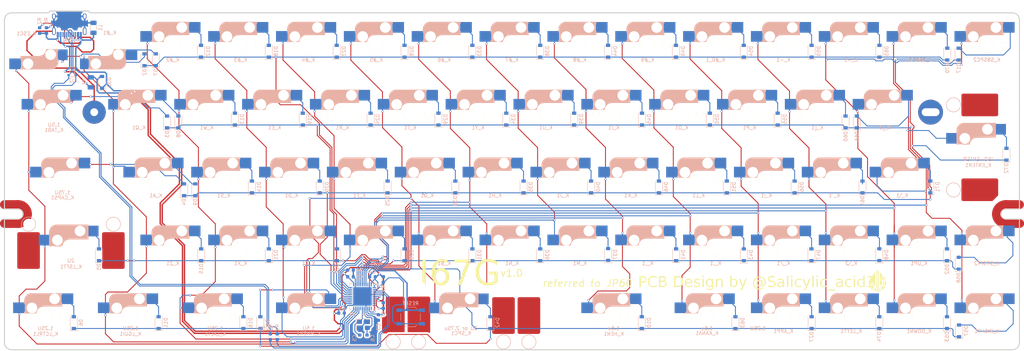
<source format=kicad_pcb>
(kicad_pcb (version 20221018) (generator pcbnew)
  (layers (0 "F.Cu" signal) (31 "B.Cu" signal) (34 "B.Paste" user) (35 "F.Paste" user) (36 "B.SilkS" user "B.Silkscreen") (37 "F.SilkS" user "F.Silkscreen") (38 "B.Mask" user) (39 "F.Mask" user) (44 "Edge.Cuts" user))
  (net 0 "")
  (net 1 "COL6")
  (net 2 "+5V")
  (net 3 "COL7")
  (net 4 "COL0")
  (net 5 "ROW0")
  (net 6 "ROW1")
  (net 7 "ROW2")
  (net 8 "ROW3")
  (net 9 "Net-(U1-XTAL1)")
  (net 10 "ROW4")
  (net 11 "Net-(U1-XTAL2)")
  (net 12 "COL1")
  (net 13 "COL2")
  (net 14 "COL5")
  (net 15 "COL3")
  (net 16 "COL4")
  (net 17 "COL8")
  (net 18 "GND")
  (net 19 "D-")
  (net 20 "D+")
  (net 21 "COL9")
  (net 22 "COL10")
  (net 23 "COL11")
  (net 24 "COL12")
  (net 25 "COL13")
  (net 26 "Net-(U1-UCAP)")
  (net 27 "Net-(D1-A)")
  (net 28 "Net-(D2-A)")
  (net 29 "Net-(D3-A)")
  (net 30 "Net-(D4-A)")
  (net 31 "Net-(D5-A)")
  (net 32 "Net-(D6-A)")
  (net 33 "Net-(D7-A)")
  (net 34 "Net-(D8-A)")
  (net 35 "Net-(D9-A)")
  (net 36 "VCC")
  (net 37 "Earth")
  (net 38 "USB+")
  (net 39 "USB-")
  (net 40 "Net-(D10-A)")
  (net 41 "Net-(D11-A)")
  (net 42 "Net-(D12-A)")
  (net 43 "Net-(D13-A)")
  (net 44 "Net-(D14-A)")
  (net 45 "Net-(D15-A)")
  (net 46 "Net-(D16-A)")
  (net 47 "Net-(D17-A)")
  (net 48 "Net-(D18-A)")
  (net 49 "Net-(D19-A)")
  (net 50 "Net-(D20-A)")
  (net 51 "Net-(D21-A)")
  (net 52 "Net-(D22-A)")
  (net 53 "Net-(D23-A)")
  (net 54 "Net-(D24-A)")
  (net 55 "Net-(D25-A)")
  (net 56 "Net-(D26-A)")
  (net 57 "Net-(D27-A)")
  (net 58 "Net-(D28-A)")
  (net 59 "Net-(D29-A)")
  (net 60 "Net-(D30-A)")
  (net 61 "Net-(D31-A)")
  (net 62 "Net-(D33-A)")
  (net 63 "Net-(D34-A)")
  (net 64 "Net-(D35-A)")
  (net 65 "Net-(D36-A)")
  (net 66 "Net-(D37-A)")
  (net 67 "Net-(D38-A)")
  (net 68 "Net-(D39-A)")
  (net 69 "Net-(D40-A)")
  (net 70 "Net-(D41-A)")
  (net 71 "Net-(D42-A)")
  (net 72 "Net-(D43-A)")
  (net 73 "Net-(D44-A)")
  (net 74 "Net-(D45-A)")
  (net 75 "Net-(D46-A)")
  (net 76 "Net-(D47-A)")
  (net 77 "Net-(D48-A)")
  (net 78 "Net-(D49-A)")
  (net 79 "Net-(D50-A)")
  (net 80 "Net-(D51-A)")
  (net 81 "Net-(D52-A)")
  (net 82 "Net-(D53-A)")
  (net 83 "Net-(D54-A)")
  (net 84 "Net-(D55-A)")
  (net 85 "Net-(D56-A)")
  (net 86 "Net-(D57-A)")
  (net 87 "Net-(D58-A)")
  (net 88 "Net-(D59-A)")
  (net 89 "Net-(D60-A)")
  (net 90 "Net-(D61-A)")
  (net 91 "Net-(D63-A)")
  (net 92 "Net-(D65-A)")
  (net 93 "Net-(D66-A)")
  (net 94 "Net-(D70-A)")
  (net 95 "Net-(D71-A)")
  (net 96 "Net-(D72-A)")
  (net 97 "Net-(D74-A)")
  (net 98 "Net-(USB1-CC2)")
  (net 99 "Net-(U1-~{HWB}{slash}PE2)")
  (net 100 "Net-(U1-~{RESET})")
  (net 101 "Net-(USB1-CC1)")
  (footprint "kbd_SW:CherryMX_Hotswap_1u" (layer "F.Cu") (at 324.64375 238.91875)
    (fp_text reference "K_.1")
    (fp_text value "MX-NoLED" hide)
  )
  (footprint "kbd_SW:CherryMX_Hotswap_1u" (layer "F.Cu") (at 305.59375 238.91875)
    (fp_text reference "K_,1")
    (fp_text value "MX-NoLED" hide)
  )
  (footprint "kbd_SW:CherryMX_Hotswap_1u_Small8" (layer "F.Cu") (at 153.19375 181.76875 180)
    (fp_text reference "K_#1")
    (fp_text value "MX-NoLED" hide)
  )
  (footprint "kbd_SW:CherryMX_Hotswap_1u" (layer "F.Cu") (at 172.24375 181.76875)
    (fp_text reference "K_#2")
    (fp_text value "MX-NoLED" hide)
  )
  (footprint "kbd_SW:CherryMX_Hotswap_1u" (layer "F.Cu") (at 191.29375 181.76875)
    (fp_text reference "K_#3")
    (fp_text value "MX-NoLED" hide)
  )
  (footprint "kbd_SW:CherryMX_Hotswap_1u" (layer "F.Cu") (at 210.34375 181.76875)
    (fp_text reference "K_#4")
    (fp_text value "MX-NoLED" hide)
  )
  (footprint "kbd_SW:CherryMX_Hotswap_1u" (layer "F.Cu") (at 229.39375 181.76875)
    (fp_text reference "K_#5")
    (fp_text value "MX-NoLED" hide)
  )
  (footprint "kbd_SW:CherryMX_Hotswap_1u" (layer "F.Cu") (at 248.44375 181.76875)
    (fp_text reference "K_#6")
    (fp_text value "MX-NoLED" hide)
  )
  (footprint "kbd_SW:CherryMX_Hotswap_1u" (layer "F.Cu") (at 267.49375 181.76875)
    (fp_text reference "K_#7")
    (fp_text value "MX-NoLED" hide)
  )
  (footprint "kbd_SW:CherryMX_Hotswap_1u" (layer "F.Cu") (at 286.54375 181.76875)
    (fp_text reference "K_#8")
    (fp_text value "MX-NoLED" hide)
  )
  (footprint "kbd_SW:CherryMX_Hotswap_1u" (layer "F.Cu") (at 305.59375 181.76875)
    (fp_text reference "K_#9")
    (fp_text value "MX-NoLED" hide)
  )
  (footprint "kbd_SW:CherryMX_Hotswap_1u" (layer "F.Cu") (at 324.64375 181.76875)
    (fp_text reference "K_#0_1")
    (fp_text value "MX-NoLED" hide)
  )
  (footprint "kbd_SW:CherryMX_Hotswap_1u" (layer "F.Cu") (at 357.98125 219.86875)
    (fp_text reference "K_'1")
    (fp_text value "MX-NoLED" hide)
  )
  (footprint "kbd_SW:CherryMX_Hotswap_1u" (layer "F.Cu") (at 343.69375 181.76875)
    (fp_text reference "K_-1")
    (fp_text value "MX-NoLED" hide)
  )
  (footprint "kbd_SW:CherryMX_Hotswap_1u" (layer "F.Cu") (at 343.69375 238.91875)
    (fp_text reference "K_/1")
    (fp_text value "MX-NoLED" hide)
  )
  (footprint "kbd_SW:CherryMX_Hotswap_1u" (layer "F.Cu") (at 338.93125 219.86875)
    (fp_text reference "K_;1")
    (fp_text value "MX-NoLED" hide)
  )
  (footprint "kbd_SW:CherryMX_Hotswap_1u" (layer "F.Cu") (at 353.21875 200.81875)
    (fp_text reference "K_[1")
    (fp_text value "MX-NoLED" hide)
  )
  (footprint "kbd_SW:CherryMX_Hotswap_1u" (layer "F.Cu") (at 377.03125 219.86875)
    (fp_text reference "K_\\1")
    (fp_text value "MX-NoLED" hide)
  )
  (footprint "kbd_SW:CherryMX_Hotswap_1u" (layer "F.Cu") (at 372.26875 200.81875)
    (fp_text reference "K_]1")
    (fp_text value "MX-NoLED" hide)
  )
  (footprint "kbd_SW:CherryMX_Hotswap_1u" (layer "F.Cu") (at 167.48125 219.86875)
    (fp_text reference "K_A1")
    (fp_text value "MX-NoLED" hide)
  )
  (footprint "kbd_SW:CherryMX_Hotswap_1u" (layer "F.Cu") (at 248.44375 238.91875)
    (fp_text reference "K_B1")
    (fp_text value "MX-NoLED" hide)
  )
  (footprint "kbd_SW:CherryMX_Hotswap_1u" (layer "F.Cu") (at 381.79375 181.76875)
    (fp_text reference "K_SBSPC1")
    (fp_text value "MX-NoLED" hide)
  )
  (footprint "kbd_SW:CherryMX_Hotswap_1u" (layer "F.Cu") (at 210.34375 238.91875)
    (fp_text reference "K_C1")
    (fp_text value "MX-NoLED" hide)
  )
  (footprint "kbd_SW:CherryMX_Hotswap_1u" (layer "F.Cu") (at 205.58125 219.86875)
    (fp_text reference "K_D1")
    (fp_text value "MX-NoLED" hide)
  )
  (footprint "kbd_SW:CherryMX_Hotswap_1u" (layer "F.Cu") (at 200.81875 200.81875)
    (fp_text reference "K_E1")
    (fp_text value "MX-NoLED" hide)
  )
  (footprint "kbd_SW:CherryMX_Hotswap_ISO" (layer "F.Cu") (at 398.4625 210.34375 90)
    (fp_text reference "K_ENTER1")
    (fp_text value "MX-NoLED" hide)
  )
  (footprint "kbd_SW:CherryMX_Hotswap_1u" (layer "F.Cu") (at 224.63125 219.86875)
    (fp_text reference "K_F1")
    (fp_text value "MX-NoLED" hide)
  )
  (footprint "kbd_SW:CherryMX_Hotswap_1u" (layer "F.Cu") (at 243.68125 219.86875)
    (fp_text reference "K_G1")
    (fp_text value "MX-NoLED" hide)
  )
  (footprint "kbd_SW:CherryMX_Hotswap_1u_Small2" (layer "F.Cu") (at 134.14375 181.76875 180)
    (fp_text reference "K_ESC1")
    (fp_text value "MX-NoLED" hide)
  )
  (footprint "kbd_SW:CherryMX_Hotswap_1u" (layer "F.Cu") (at 262.73125 219.86875)
    (fp_text reference "K_H1")
    (fp_text value "MX-NoLED" hide)
  )
  (footprint "kbd_SW:CherryMX_Hotswap_1u" (layer "F.Cu") (at 296.06875 200.81875)
    (fp_text reference "K_I1")
    (fp_text value "MX-NoLED" hide)
  )
  (footprint "kbd_SW:CherryMX_Hotswap_1u" (layer "F.Cu") (at 281.78125 219.86875)
    (fp_text reference "K_J1")
    (fp_text value "MX-NoLED" hide)
  )
  (footprint "kbd_SW:CherryMX_Hotswap_1u" (layer "F.Cu") (at 300.83125 219.86875)
    (fp_text reference "K_K1")
    (fp_text value "MX-NoLED" hide)
  )
  (footprint "kbd_SW:CherryMX_Hotswap_1u" (layer "F.Cu") (at 319.88125 219.86875)
    (fp_text reference "K_L1")
    (fp_text value "MX-NoLED" hide)
  )
  (footprint "kbd_SW:CherryMX_Hotswap_1.25u" (layer "F.Cu") (at 184.15 257.96875)
    (fp_text reference "K_LALT1")
    (fp_text value "MX-NoLED" hide)
  )
  (footprint "kbd_SW:CherryMX_Hotswap_1.25u" (layer "F.Cu") (at 136.525 257.96875)
    (fp_text reference "K_LCTRL1")
    (fp_text value "MX-NoLED" hide)
  )
  (footprint "kbd_SW:CherryMX_Hotswap_2u" (layer "F.Cu") (at 143.66875 238.91875)
    (fp_text reference "K_LSFT1")
    (fp_text value "MX-NoLED" hide)
  )
  (footprint "kbd_SW:CherryMX_Hotswap_1u" (layer "F.Cu") (at 286.54375 238.91875)
    (fp_text reference "K_M1")
    (fp_text value "MX-NoLED" hide)
  )
  (footprint "kbd_SW:CherryMX_Hotswap_1u" (layer "F.Cu") (at 267.49375 238.91875)
    (fp_text reference "K_N1")
    (fp_text value "MX-NoLED" hide)
  )
  (footprint "kbd_SW:CherryMX_Hotswap_1u" (layer "F.Cu") (at 315.11875 200.81875)
    (fp_text reference "K_O1")
    (fp_text value "MX-NoLED" hide)
  )
  (footprint "kbd_SW:CherryMX_Hotswap_1u" (layer "F.Cu") (at 334.16875 200.81875)
    (fp_text reference "K_P1")
    (fp_text value "MX-NoLED" hide)
  )
  (footprint "kbd_SW:CherryMX_Hotswap_1u" (layer "F.Cu") (at 219.86875 200.81875)
    (fp_text reference "K_R1")
    (fp_text value "MX-NoLED" hide)
  )
  (footprint "kbd_SW:CherryMX_Hotswap_1.25u" (layer "F.Cu") (at 322.2625 257.96875)
    (fp_text reference "K_KANA1")
    (fp_text value "MX-NoLED" hide)
  )
  (footprint "kbd_SW:CherryMX_Hotswap_1u" (layer "F.Cu") (at 400.84375 238.91875)
    (fp_text reference "K_SRSFT2")
    (fp_text value "MX-NoLED" hide)
  )
  (footprint "kbd_SW:CherryMX_Hotswap_1u" (layer "F.Cu") (at 186.53125 219.86875)
    (fp_text reference "K_S1")
    (fp_text value "MX-NoLED" hide)
  )
  (footprint "kbd_SW:CherryMX_Hotswap_3u_Rev" (layer "F.Cu") (at 253.20625 257.96875 180)
    (fp_text reference "K_SPC1")
    (fp_text value "MX-NoLED" hide)
  )
  (footprint "kbd_SW:CherryMX_Hotswap_1u" (layer "F.Cu") (at 238.91875 200.81875)
    (fp_text reference "K_T1")
    (fp_text value "MX-NoLED" hide)
  )
  (footprint "kbd_SW:CherryMX_Hotswap_1.5u" (layer "F.Cu") (at 138.90625 200.81875)
    (fp_text reference "K_TAB1")
    (fp_text value "MX-NoLED" hide)
  )
  (footprint "kbd_SW:CherryMX_Hotswap_1u" (layer "F.Cu") (at 277.01875 200.81875)
    (fp_text reference "K_U1")
    (fp_text value "MX-NoLED" hide)
  )
  (footprint "kbd_SW:CherryMX_Hotswap_1u" (layer "F.Cu") (at 229.39375 238.91875)
    (fp_text reference "K_V1")
    (fp_text value "MX-NoLED" hide)
  )
  (footprint "kbd_SW:CherryMX_Hotswap_1u" (layer "F.Cu") (at 191.29375 238.91875)
    (fp_text reference "K_X1")
    (fp_text value "MX-NoLED" hide)
  )
  (footprint "kbd_SW:CherryMX_Hotswap_1u" (layer "F.Cu") (at 257.96875 200.81875)
    (fp_text reference "K_Y1")
    (fp_text value "MX-NoLED" hide)
  )
  (footprint "kbd_SW:CherryMX_Hotswap_1u" (layer "F.Cu") (at 172.24375 238.91875)
    (fp_text reference "K_Z1")
    (fp_text value "MX-NoLED" hide)
  )
  (footprint "kbd_SW:CherryMX_Hotswap_1.25u" (layer "F.Cu") (at 160.3375 257.96875)
    (fp_text reference "K_LGUI1")
    (fp_text value "MX-NoLED" hide)
  )
  (footprint "kbd_SW:CherryMX_Hotswap_1u" (layer "F.Cu") (at 343.69375 257.96875)
    (fp_text reference "K_APP1")
    (fp_text value "MX-NoLED" hide)
  )
  (footprint "kbd_SW:CherryMX_Hotswap_1u" (layer "F.Cu") (at 400.84375 181.76875)
    (fp_text reference "K_SBSPC2")
    (fp_text value "MX-NoLED" hide)
  )
  (footprint "kbd_SW:CherryMX_Hotswap_1u" (layer "F.Cu") (at 181.76875 200.81875)
    (fp_text reference "K_W1")
    (fp_text value "MX-NoLED" hide)
  )
  (footprint "kbd_SW:CherryMX_Hotswap_1u_Small2" (layer "F.Cu") (at 162.71875 200.81875)
    (fp_text reference "K_Q1")
    (fp_text value "MX-NoLED" hide)
  )
  (footprint "kbd_SW:CherryMX_Hotswap_1.75u" (layer "F.Cu") (at 141.2875 219.86875)
    (fp_text reference "K_CAPS1")
    (fp_text value "MX-LED" hide)
  )
  (footprint "kbd_SW:CherryMX_Hotswap_1.5u" (layer "F.Cu") (at 210.34375 257.96875)
    (fp_text reference "K_MHEN1")
    (fp_text value "MX-NoLED" hide)
  )
  (footprint "kbd_SW:CherryMX_Hotswap_1.5u" (layer "F.Cu") (at 296.06875 257.96875)
    (fp_text reference "K_HEN1")
    (fp_text value "MX-NoLED" hide)
  )
  (footprint "kbd_SW:CherryMX_Hotswap_1u" (layer "F.Cu") (at 362.74375 181.76875)
    (fp_text reference "K_=1")
    (fp_text value "MX-NoLED" hide)
  )
  (footprint "locallib:60_Outline-Modded-Extreme" (layer "F.Cu") (at 267.49375 219.86875)
    (fp_text reference "REFe" hide)
    (fp_text value "60_Outline" hide)
    (fp_line (start -142.5 7.8) (end -142.5 -45.3) (stroke (width 0.3)) (layer "Edge.Cuts"))
    (fp_line (start -142.5 10.6) (end -138.7 10.6) (stroke (width 0.3)) (layer "Edge.Cuts"))
    (fp_line (start -142.5 45.3) (end -142.5 10.6) (stroke (width 0.3)) (layer "Edge.Cuts"))
    (fp_line (start -140.5 -47.3) (end -130.3 -47.3) (stroke (width 0.3)) (layer "Edge.Cuts"))
    (fp_line (start -140.5 47.3) (end 140.5 47.3) (stroke (width 0.3)) (layer "Edge.Cuts"))
    (fp_line (start -138.7 7.8) (end -142.5 7.8) (stroke (width 0.3)) (layer "Edge.Cuts"))
    (fp_line (start -129.8 -47.8) (end -118.8 -47.8) (stroke (width 0.3)) (layer "Edge.Cuts"))
    (fp_line (start 138.7 7.8) (end 142.5 7.8) (stroke (width 0.3)) (layer "Edge.Cuts"))
    (fp_line (start 138.7 10.6) (end 142.5 10.6) (stroke (width 0.3)) (layer "Edge.Cuts"))
    (fp_line (start 140.5 -47.3) (end -118.3 -47.3) (stroke (width 0.3)) (layer "Edge.Cuts"))
    (fp_line (start 142.5 7.8) (end 142.5 -45.3) (stroke (width 0.3)) (layer "Edge.Cuts"))
    (fp_line (start 142.5 10.6) (end 142.5 45.3) (stroke (width 0.3)) (layer "Edge.Cuts"))
    (fp_arc (start -142.5 -45.3) (mid -141.914214 -46.714214) (end -140.5 -47.3) (stroke (width 0.3)) (layer "Edge.Cuts"))
    (fp_arc (start -140.5 47.3) (mid -141.914214 46.714214) (end -142.5 45.3) (stroke (width 0.3)) (layer "Edge.Cuts"))
    (fp_arc (start -138.7 7.8) (mid -137.710051 8.210051) (end -137.3 9.2) (stroke (width 0.3)) (layer "Edge.Cuts"))
    (fp_arc (start -137.3 9.2) (mid -137.710051 10.189949) (end -138.7 10.6) (stroke (width 0.3)) (layer "Edge.Cuts"))
    (fp_arc (start -129.8 -47.8) (mid -129.946447 -47.446447) (end -130.3 -47.3) (stroke (width 0.3)) (layer "Edge.Cuts"))
    (fp_arc (start -118.3 -47.3) (mid -118.653553 -47.446447) (end -118.8 -47.8) (stroke (width 0.3)) (layer "Edge.Cuts"))
    (fp_arc (start 137.3 9.2) (mid 137.710051 8.210051) (end 138.7 7.8) (stroke (width 0.3)) (layer "Edge.Cuts"))
    (fp_arc (start 138.7 10.6) (mid 137.710051 10.189949) (end 137.3 9.2) (stroke (width 0.3)) (layer "Edge.Cuts"))
    (fp_arc (start 140.5 -47.3) (mid 141.914214 -46.714214) (end 142.5 -45.3) (stroke (width 0.3)) (layer "Edge.Cuts"))
    (fp_arc (start 142.5 45.3) (mid 141.914214 46.714214) (end 140.5 47.3) (stroke (width 0.3)) (layer "Edge.Cuts"))
  )
  (footprint "kbd_SW:CherryMX_Hotswap_1u" (layer "F.Cu") (at 362.74375 257.96875)
    (fp_text reference "K_LEFT1")
    (fp_text value "MX-NoLED" hide)
  )
  (footprint "kbd_SW:CherryMX_Hotswap_2.75u_Rev" (layer "F.Cu") (at 253.20625 257.96875 180)
    (fp_text reference "SW2" hide)
    (fp_text value "KEY_SWITCH" hide)
  )
  (footprint "kbd_SW:CherryMX_Hotswap_1u" (layer "F.Cu") (at 400.84375 257.96875)
    (fp_text reference "K_RIGHT1")
    (fp_text value "MX-NoLED" hide)
  )
  (footprint "kbd_Logo:new_onsen_5" (layer "F.Cu") (at 370.14375 247.76875)
    (fp_text reference "G***" hide)
    (fp_text value "LOGO" hide)
  )
  (footprint "kbd_SW:CherryMX_Hotswap_1u" (layer "F.Cu") (at 381.79375 257.96875)
    (fp_text reference "K_DOWN1")
    (fp_text value "MX-NoLED" hide)
  )
  (footprint "kbd_SW:CherryMX_Hotswap_1u" (layer "F.Cu") (at 381.79375 238.91875)
    (fp_text reference "K_UP1")
    (fp_text value "MX-NoLED" hide)
  )
  (footprint "kbd_SW:CherryMX_Hotswap_1u" (layer "F.Cu") (at 362.74375 238.91875)
    (fp_text reference "K_\\2")
    (fp_text value "MX-NoLED" hide)
  )
  (footprint "Diode_SMD:D_SOD-123" (layer "B.Cu") (at 164.30625 185.7375 90)
    (fp_text reference "D2")
    (fp_text value "SOD-123")
  )
  (footprint "Diode_SMD:D_SOD-123" (layer "B.Cu") (at 170.65625 203.2 90)
    (fp_text reference "D3")
    (fp_text value "SOD-123")
  )
  (footprint "Diode_SMD:D_SOD-123" (layer "B.Cu") (at 175.41875 222.25 90)
    (fp_text reference "D4")
    (fp_text value "SOD-123")
  )
  (footprint "Diode_SMD:D_SOD-123" (layer "B.Cu") (at 151.54375 240.50625 90)
    (fp_text reference "D5")
    (fp_text value "SOD-123")
  )
  (footprint "Diode_SMD:D_SOD-123" (layer "B.Cu") (at 144.4625 259.55625 90)
    (fp_text reference "D6")
    (fp_text value "SOD-123")
  )
  (footprint "Diode_SMD:D_SOD-123" (layer "B.Cu") (at 173.83125 203.2 90)
    (fp_text reference "D8")
    (fp_text value "SOD-123")
  )
  (footprint "Diode_SMD:D_SOD-123" (layer "B.Cu") (at 180.18125 183.35625 90)
    (fp_text reference "D12")
    (fp_text value "SOD-123")
  )
  (footprint "Diode_SMD:D_SOD-123" (layer "B.Cu") (at 194.46875 221.45625 90)
    (fp_text reference "D14")
    (fp_text value "SOD-123")
  )
  (footprint "Diode_SMD:D_SOD-123" (layer "B.Cu") (at 180.24375 240.50625 90)
    (fp_text reference "D15")
    (fp_text value "SOD-123")
  )
  (footprint "Diode_SMD:D_SOD-123" (layer "B.Cu") (at 192.0875 259.55625 90)
    (fp_text reference "D16")
    (fp_text value "SOD-123")
  )
  (footprint "Diode_SMD:D_SOD-123" (layer "B.Cu") (at 199.23125 183.35625 90)
    (fp_text reference "D18")
    (fp_text value "SOD-123")
  )
  (footprint "Diode_SMD:D_SOD-123" (layer "B.Cu") (at 208.75625 202.40625 90)
    (fp_text reference "D19")
    (fp_text value "SOD-123")
  )
  (footprint "Diode_SMD:D_SOD-123" (layer "B.Cu") (at 213.51875 221.45625 90)
    (fp_text reference "D20")
    (fp_text value "SOD-123")
  )
  (footprint "Diode_SMD:D_SOD-123" (layer "B.Cu") (at 199.23125 240.50625 90)
    (fp_text reference "D21")
    (fp_text value "SOD-123")
  )
  (footprint "Diode_SMD:D_SOD-123" (layer "B.Cu") (at 218.28125 183.35625 90)
    (fp_text reference "D23")
    (fp_text value "SOD-123")
  )
  (footprint "Diode_SMD:D_SOD-123" (layer "B.Cu") (at 227.80625 202.40625 90)
    (fp_text reference "D24")
    (fp_text value "SOD-123")
  )
  (footprint "Diode_SMD:D_SOD-123" (layer "B.Cu") (at 232.56875 221.45625 90)
    (fp_text reference "D25")
    (fp_text value "SOD-123")
  )
  (footprint "Diode_SMD:D_SOD-123" (layer "B.Cu") (at 237.33125 240.50625 90)
    (fp_text reference "D26")
    (fp_text value "SOD-123")
  )
  (footprint "Diode_SMD:D_SOD-123" (layer "B.Cu") (at 237.33125 183.35625 90)
    (fp_text reference "D28")
    (fp_text value "SOD-123")
  )
  (footprint "Diode_SMD:D_SOD-123" (layer "B.Cu") (at 246.85625 202.40625 90)
    (fp_text reference "D29")
    (fp_text value "SOD-123")
  )
  (footprint "Diode_SMD:D_SOD-123" (layer "B.Cu") (at 256.38125 240.50625 90)
    (fp_text reference "D31")
    (fp_text value "SOD-123")
  )
  (footprint "Diode_SMD:D_SOD-123" (layer "B.Cu") (at 256.38125 183.35625 90)
    (fp_text reference "D33")
    (fp_text value "SOD-123")
  )
  (footprint "Diode_SMD:D_SOD-123" (layer "B.Cu") (at 265.90625 202.40625 90)
    (fp_text reference "D34")
    (fp_text value "SOD-123")
  )
  (footprint "Diode_SMD:D_SOD-123" (layer "B.Cu") (at 270.75625 221.45625 90)
    (fp_text reference "D35")
    (fp_text value "SOD-123")
  )
  (footprint "Diode_SMD:D_SOD-123" (layer "B.Cu") (at 275.43125 240.50625 90)
    (fp_text reference "D36")
    (fp_text value "SOD-123")
  )
  (footprint "Diode_SMD:D_SOD-123" (layer "B.Cu") (at 275.43125 183.35625 90)
    (fp_text reference "D38")
    (fp_text value "SOD-123")
  )
  (footprint "Diode_SMD:D_SOD-123" (layer "B.Cu") (at 284.95625 202.40625 90)
    (fp_text reference "D39")
    (fp_text value "SOD-123")
  )
  (footprint "Diode_SMD:D_SOD-123" (layer "B.Cu") (at 289.71875 221.45625 90)
    (fp_text reference "D40")
    (fp_text value "SOD-123")
  )
  (footprint "Diode_SMD:D_SOD-123" (layer "B.Cu") (at 313.59375 240.50625 90)
    (fp_text reference "D41")
    (fp_text value "SOD-123")
  )
  (footprint "Diode_SMD:D_SOD-123" (layer "B.Cu") (at 261.44375 259.55625 90)
    (fp_text reference "D42")
    (fp_text value "SOD-123")
  )
  (footprint "Diode_SMD:D_SOD-123" (layer "B.Cu") (at 294.48125 183.35625 90)
    (fp_text reference "D44")
    (fp_text value "SOD-123")
  )
  (footprint "Diode_SMD:D_SOD-123" (layer "B.Cu") (at 304.00625 202.40625 90)
    (fp_text reference "D45")
    (fp_text value "SOD-123")
  )
  (footprint "Diode_SMD:D_SOD-123" (layer "B.Cu") (at 308.76875 221.45625 90)
    (fp_text reference "D46")
    (fp_text value "SOD-123")
  )
  (footprint "Diode_SMD:D_SOD-123" (layer "B.Cu") (at 351.59375 240.50625 90)
    (fp_text reference "D47")
    (fp_text value "SOD-123")
  )
  (footprint "Diode_SMD:D_SOD-123" (layer "B.Cu") (at 313.53125 183.35625 90)
    (fp_text reference "D49")
    (fp_text value "SOD-123")
  )
  (footprint "Diode_SMD:D_SOD-123" (layer "B.Cu") (at 323.05625 202.40625 90)
    (fp_text reference "D50")
    (fp_text value "SOD-123")
  )
  (footprint "Diode_SMD:D_SOD-123" (layer "B.Cu") (at 327.81875 221.45625 90)
    (fp_text reference "D51")
    (fp_text value "SOD-123")
  )
  (footprint "Diode_SMD:D_SOD-123" (layer "B.Cu") (at 389.64375 240.50625 90)
    (fp_text reference "D52")
    (fp_text value "SOD-123")
  )
  (footprint "Diode_SMD:D_SOD-123" (layer "B.Cu") (at 332.58125 183.35625 90)
    (fp_text reference "D54")
    (fp_text value "SOD-123")
  )
  (footprint "Diode_SMD:D_SOD-123" (layer "B.Cu") (at 342.10625 202.40625 90)
    (fp_text reference "D55")
    (fp_text value "SOD-123")
  )
  (footprint "Diode_SMD:D_SOD-123" (layer "B.Cu") (at 346.86875 221.45625 90)
    (fp_text reference "D56")
    (fp_text value "SOD-123")
  )
  (footprint "Diode_SMD:D_SOD-123" (layer "B.Cu") (at 393.04375 261.86875 90)
    (fp_text reference "D57")
    (fp_text value "SOD-123")
  )
  (footprint "Diode_SMD:D_SOD-123" (layer "B.Cu") (at 351.63125 183.35625 90)
    (fp_text reference "D59")
    (fp_text value "SOD-123")
  )
  (footprint "Diode_SMD:D_SOD-123" (layer "B.Cu") (at 361.15625 203.2 90)
    (fp_text reference "D60")
    (fp_text value "SOD-123")
  )
  (footprint "Diode_SMD:D_SOD-123" (layer "B.Cu") (at 365.91875 221.45625 90)
    (fp_text reference "D61")
    (fp_text value "SOD-123")
  )
  (footprint "Diode_SMD:D_SOD-123" (layer "B.Cu") (at 330.24375 259.56875 90)
    (fp_text reference "D63")
    (fp_text value "SOD-123")
  )
  (footprint "Diode_SMD:D_SOD-123" (layer "B.Cu") (at 364.33125 203.2 90)
    (fp_text reference "D66")
    (fp_text value "SOD-123")
  )
  (footprint "Diode_SMD:D_SOD-123" (layer "B.Cu") (at 384.96875 221.45625 90)
    (fp_text reference "D71")
    (fp_text value "SOD-123")
  )
  (footprint "Diode_SMD:D_SOD-123" (layer "B.Cu") (at 406.34375 212.26875 90)
    (fp_text reference "D72")
    (fp_text value "SOD-123")
  )
  (footprint "Diode_SMD:D_SOD-123" (layer "B.Cu") (at 370.64375 259.55625 90)
    (fp_text reference "D74")
    (fp_text value "SOD-123")
  )
  (footprint "Diode_SMD:D_SOD-123" (layer "B.Cu") (at 389.73125 184.15 90)
    (fp_text reference "D70")
    (fp_text value "SOD-123")
  )
  (footprint "Diode_SMD:D_SOD-123" (layer "B.Cu") (at 370.68125 183.35625 90)
    (fp_text reference "D65")
    (fp_text value "SOD-123")
  )
  (footprint "Diode_SMD:D_SOD-123" (layer "B.Cu") (at 168.275 259.55625 90)
    (fp_text reference "D11")
    (fp_text value "SOD-123")
  )
  (footprint "Diode_SMD:D_SOD-123" (layer "B.Cu") (at 392.90625 184.15 90)
    (fp_text reference "D17")
    (fp_text value "SOD-123")
  )
  (footprint "Diode_SMD:D_SOD-123" (layer "B.Cu") (at 218.34375 240.50625 90)
    (fp_text reference "D22")
    (fp_text value "SOD-123")
  )
  (footprint "Diode_SMD:D_SOD-123" (layer "B.Cu") (at 351.64375 259.55625 90)
    (fp_text reference "D27")
    (fp_text value "SOD-123")
  )
  (footprint "Resistor_SMD:R_0603_1608Metric" (layer "B.Cu") (at 222.162 244.79175 180)
    (fp_text reference "R4")
    (fp_text value "1k")
  )
  (footprint "Capacitor_SMD:C_0603_1608Metric" (layer "B.Cu") (at 219.64375 256.86875)
    (fp_text reference "C1")
    (fp_text value "0.1uF")
  )
  (footprint "Resistor_SMD:R_0603_1608Metric" (layer "B.Cu") (at 231.37585 247.44605 90)
    (fp_text reference "R5")
    (fp_text value "10k")
  )
  (footprint "Button_Switch_SMD:SW_SPST_TL3342" (layer "B.Cu") (at 239.04375 257.96875 180)
    (fp_text reference "SW1" hide)
    (fp_text value "SW_Push")
  )
  (footprint "Diode_SMD:D_SOD-123" (layer "B.Cu") (at 189.70625 202.40625 90)
    (fp_text reference "D13")
    (fp_text value "SOD-123")
  )
  (footprint "Diode_SMD:D_SOD-123" (layer "B.Cu") (at 196.85 259.55625 90)
    (fp_text reference "D1")
    (fp_text value "SOD-123")
  )
  (footprint "Diode_SMD:D_SOD-123" (layer "B.Cu") (at 303.94375 259.55625 90)
    (fp_text reference "D10")
    (fp_text value "SOD-123")
  )
  (footprint "Diode_SMD:D_SOD-123" (layer "B.Cu") (at 251.6 221.45625 90)
    (fp_text reference "D30")
    (fp_text value "SOD-123")
  )
  (footprint "Diode_SMD:D_SOD-123" (layer "B.Cu") (at 178.59375 222.25 90)
    (fp_text reference "D9")
    (fp_text value "SOD-123")
  )
  (footprint "Diode_SMD:D_SOD-123" (layer "B.Cu") (at 152.4 192.0875 90)
    (fp_text reference "D32")
    (fp_text value "SMF6.0CA")
  )
  (footprint "Fuse:Fuse_1206_3216Metric" (layer "B.Cu") (at 149.225 192.0875 -90)
    (fp_text reference "F1")
    (fp_text value "Polyfuse_Small")
  )
  (footprint "Inductor_SMD:L_1206_3216Metric" (layer "B.Cu") (at 149.987 176.784 -90)
    (fp_text reference "L1")
    (fp_text value "60R@100MHz")
  )
  (footprint "Resistor_SMD:R_0603_1608Metric" (layer "B.Cu") (at 134.874 177.546 90)
    (fp_text reference "R2")
    (fp_text value "5.1k")
  )
  (footprint "Resistor_SMD:R_0603_1608Metric" (layer "B.Cu") (at 136.779 177.546 90)
    (fp_text reference "R6")
    (fp_text value "5.1k")
  )
  (footprint "random-keyboard-parts.pretty-master:SOT143B" (layer "B.Cu") (at 144.018 189.103 180)
    (fp_text reference "U2")
    (fp_text value "PRTR5V0U2X")
  )
  (footprint "Type-C.pretty-master:HRO-TYPE-C-31-M-12-Assembly" (layer "B.Cu") (at 143.1925 170.9674)
    (fp_text reference "USB1")
    (fp_text value "HRO-TYPE-C-31-M-12")
  )
  (footprint "Package_DFN_QFN:QFN-44-1EP_7x7mm_P0.5mm_EP5.2x5.2mm" (layer "B.Cu") (at 225.5125 252.20625 180)
    (fp_text reference "U1")
    (fp_text value "ATmega32U4-MU")
  )
  (footprint "Crystal:Crystal_SMD_3225-4Pin_3.2x2.5mm" (layer "B.Cu") (at 225.7815 260.15875)
    (fp_text reference "Y1")
    (fp_text value "16MHz")
  )
  (footprint "Capacitor_SMD:C_0603_1608Metric" (layer "B.Cu") (at 226.7975 263.84175 -90)
    (fp_text reference "C6")
    (fp_text value "22pF")
  )
  (footprint "Capacitor_SMD:C_0603_1608Metric" (layer "B.Cu") (at 228.3215 246.69675 180)
    (fp_text reference "C4")
    (fp_text value "10uF")
  )
  (footprint "Capacitor_SMD:C_0603_1608Metric" (layer "B.Cu") (at 222.162 246.69675)
    (fp_text reference "C2")
    (fp_text value "0.1uF")
  )
  (footprint "Capacitor_SMD:C_0603_1608Metric" (layer "B.Cu") (at 231.3695 254.76875 -90)
    (fp_text reference "C7")
    (fp_text value "1uF")
  )
  (footprint "Capacitor_SMD:C_0603_1608Metric" (layer "B.Cu") (at 229.9725 258.12675 -90)
    (fp_text reference "C3")
    (fp_text value "0.1uF")
  )
  (footprint "Capacitor_SMD:C_0603_1608Metric" (layer "B.Cu") (at 224.7655 263.84175 -90)
    (fp_text reference "C5")
    (fp_text value "22pF")
  )
  (footprint "Diode_SMD:D_SOD-123" (layer "B.Cu") (at 167.48125 185.7375 90)
    (fp_text reference "D7")
    (fp_text value "SOD-123")
  )
  (footprint "Resistor_SMD:R_0603_1608Metric" (layer "B.Cu") (at 201.58125 263.51875 90)
    (fp_text reference "R1")
    (fp_text value "22")
  )
  (footprint "Resistor_SMD:R_0603_1608Metric" (layer "B.Cu") (at 199.6445 263.51875 90)
    (fp_text reference "R3")
    (fp_text value "22")
  )
  (footprint "Diode_SMD:D_SOD-123" (layer "B.Cu") (at 389.64375 259.55625 90)
    (fp_text reference "D53")
    (fp_text value "SOD-123")
  )
  (footprint "Diode_SMD:D_SOD-123" (layer "B.Cu") (at 392.94375 242.86875 90)
    (fp_text reference "D58")
    (fp_text value "SOD-123")
  )
  (footprint "Diode_SMD:D_SOD-123" (layer "B.Cu") (at 294.49375 240.41875 90)
    (fp_text reference "D37")
    (fp_text value "SOD-123")
  )
  (footprint "Diode_SMD:D_SOD-123" (layer "B.Cu") (at 370.64375 240.46875 90)
    (fp_text reference "D48")
    (fp_text value "SOD-123")
  )
  (footprint "Diode_SMD:D_SOD-123" (layer "B.Cu") (at 332.59375 240.50625 90)
    (fp_text reference "D43")
    (fp_text value "SOD-123")
  )
  (gr_circle (center 229.655 248.85575) (end 229.655 248.6335) (stroke (width 0.15)) (fill none) (layer "B.SilkS"))
  (gr_circle (center 131.76375 231.90875) (end 133.76375 231.90875) (stroke (width 0.15)) (fill none) (layer "B.SilkS"))
  (gr_circle (center 234.15625 264.96875) (end 236.15625 264.96875) (stroke (width 0.15)) (fill none) (layer "B.SilkS"))
  (gr_circle (center 391.4651 222.29875) (end 391.4651 220.29875) (stroke (width 0.15)) (fill none) (layer "B.SilkS"))
  (gr_circle (center 155.58135 231.9274) (end 157.58135 231.9274) (stroke (width 0.15)) (fill none) (layer "B.SilkS"))
  (gr_circle (center 272.25625 264.96875) (end 274.25625 264.96875) (stroke (width 0.15)) (fill none) (layer "B.SilkS"))
  (gr_circle (center 265.1125 264.96875) (end 267.1125 264.96875) (stroke (width 0.15)) (fill none) (layer "B.SilkS"))
  (gr_circle (center 391.48375 198.39875) (end 391.48375 196.39875) (stroke (width 0.15)) (fill none) (layer "B.SilkS"))
  (gr_circle (center 241.3 264.96875) (end 243.3 264.96875) (stroke (width 0.15)) (fill none) (layer "B.SilkS"))
  (gr_text "1.5U" (at 138.90625 203.99375) (layer "B.SilkS") (effects (font (size 1 1)) (justify mirror)))
  (gr_text "1.25U" (at 198.4375 261.14375) (layer "B.SilkS") (effects (font (size 1 1)) (justify mirror)))
  (gr_text "1.75U" (at 141.2875 223.04375) (layer "B.SilkS") (effects (font (size 1 1)) (justify mirror)))
  (gr_text "1.5U" (at 210.40375 261.14875) (layer "B.SilkS") (effects (font (size 1 1)) (justify mirror)))
  (gr_text "2U" (at 143.64375 242.16875) (layer "B.SilkS") (effects (font (size 1 1)) (justify mirror)))
  (gr_text "3U or 2.75u" (at 253.18375 261.13875) (layer "B.SilkS") (effects (font (size 1 1)) (justify mirror)))
  (gr_text "1.5u" (at 296.06375 261.13875) (layer "B.SilkS") (effects (font (size 1 1)) (justify mirror)))
  (gr_text "1.5u" (at 322.22375 261.13875) (layer "B.SilkS") (effects (font (size 1 1)) (justify mirror)))
  (gr_text "ISO-ENTER" (at 398.39375 213.68875) (layer "B.SilkS") (effects (font (size 1 1)) (justify mirror)))
  (gr_text "1.25U" (at 136.525 261.14375) (layer "B.SilkS") (effects (font (size 1 1)) (justify mirror)))
  (gr_text "1.25U" (at 336.55 261.14375) (layer "B.SilkS") (effects (font (size 1 1)) (justify mirror)))
  (gr_text "1.25U" (at 184.15375 261.14875) (layer "B.SilkS") (effects (font (size 1 1)) (justify mirror)))
  (gr_text "RESET" (at 239.04375 254.16875) (layer "B.SilkS") (effects (font (size 1 1)) (justify mirror)))
  (gr_text "1.25U" (at 160.41375 261.14375) (layer "B.SilkS") (effects (font (size 1 1)) (justify mirror)))
  (gr_text "J67G" (at 252.84375 246.06875) (layer "F.SilkS") (effects (font (size 7 7) (thickness 0.75) italic)))
  (gr_text "referred to JP60" (at 288.64375 248.51875) (layer "F.SilkS") (effects (font (size 2 2) (thickness 0.25) italic)))
  (gr_text "PCB Design by @Salicylic_acid3" (at 302.89375 250.07875) (layer "F.SilkS") (effects (font (size 3 3) (thickness 0.3)) (justify left bottom)))
  (gr_text "v1.0" (at 264.06375 246.83875) (layer "F.SilkS") (effects (font (size 2 2) (thickness 0.3)) (justify left bottom)))
  (segment (start 228.04375 242.108408) (end 229.294066 242.108408) (width 0.254) (layer "F.Cu") (net 1))
  (segment (start 255.651 225.76875) (end 255.651 210.476) (width 0.254) (layer "F.Cu") (net 1))
  (segment (start 230.649079 243.463421) (end 237.117279 243.463421) (width 0.254) (layer "F.Cu") (net 1))
  (segment (start 255.651 225.76875) (end 255.651 227.076) (width 0.254) (layer "F.Cu") (net 1))
  (segment (start 260.4135 231.8385) (end 260.4135 234.46875) (width 0.254) (layer "F.Cu") (net 1))
  (segment (start 260.4135 238.379) (end 260.4135 248.666) (width 0.254) (layer "F.Cu") (net 1))
  (segment (start 229.294066 242.108408) (end 230.649079 243.463421) (width 0.254) (layer "F.Cu") (net 1))
  (segment (start 237.61195 242.96875) (end 237.61195 227.245233) (width 0.254) (layer "F.Cu") (net 1))
  (segment (start 255.651 227.076) (end 260.4135 231.8385) (width 0.254) (layer "F.Cu") (net 1))
  (segment (start 241.3 185.625) (end 241.3 181.229) (width 0.254) (layer "F.Cu") (net 1))
  (segment (start 260.4135 238.379) (end 260.4135 234.46875) (width 0.254) (layer "F.Cu") (net 1))
  (segment (start 225.998248 241.072239) (end 227.034417 242.108408) (width 0.254) (layer "F.Cu") (net 1))
  (segment (start 237.61195 227.245233) (end 239.088433 225.76875) (width 0.254) (layer "F.Cu") (net 1))
  (segment (start 239.088433 225.76875) (end 239.14375 225.76875) (width 0.254) (layer "F.Cu") (net 1))
  (segment (start 250.19 194.515) (end 241.3 185.625) (width 0.254) (layer "F.Cu") (net 1))
  (segment (start 227.034417 242.108408) (end 228.04375 242.108408) (width 0.254) (layer "F.Cu") (net 1))
  (segment (start 237.117279 243.463421) (end 237.61195 242.96875) (width 0.254) (layer "F.Cu") (net 1))
  (segment (start 250.19 205.015) (end 250.19 200.279) (width 0.254) (layer "F.Cu") (net 1))
  (segment (start 255.651 210.476) (end 250.19 205.015) (width 0.254) (layer "F.Cu") (net 1))
  (segment (start 225.543754 241.072239) (end 225.998248 241.072239) (width 0.254) (layer "F.Cu") (net 1))
  (segment (start 225.998248 241.072239) (end 226.34375 241.417741) (width 0.254) (layer "F.Cu") (net 1))
  (segment (start 250.19 200.279) (end 250.19 194.515) (width 0.254) (layer "F.Cu") (net 1))
  (via (at 239.14375 225.76875) (size 0.6) (drill 0.4) (layers "F.Cu" "B.Cu") (net 1))
  (via (at 225.543754 241.072239) (size 0.6) (drill 0.4) (layers "F.Cu" "B.Cu") (net 1))
  (via (at 260.4135 234.46875) (size 0.6) (drill 0.4) (layers "F.Cu" "B.Cu") (net 1))
  (via (at 255.651 225.76875) (size 0.6) (drill 0.4) (layers "F.Cu" "B.Cu") (net 1))
  (via (at 250.19 200.279) (size 0.6) (drill 0.4) (layers "F.Cu" "B.Cu") (net 1))
  (via (at 241.3 181.229) (size 0.6) (drill 0.4) (layers "F.Cu" "B.Cu") (net 1))
  (via (at 255.651 219.6) (size 0.6) (drill 0.4) (layers "F.Cu" "B.Cu") (net 1))
  (segment (start 241.35875 181.17025) (end 241.3 181.229) (width 0.254) (layer "B.Cu") (net 1))
  (segment (start 218.85365 248.43665) (end 218.85365 245.05885) (width 0.254) (layer "B.Cu") (net 1))
  (segment (start 255.651 217.3335) (end 255.64625 217.32875) (width 0.254) (layer "B.Cu") (net 1))
  (segment (start 260.4135 236.3835) (end 260.40875 236.37875) (width 0.254) (layer "B.Cu") (net 1))
  (segment (start 250.19 198.9725) (end 250.88375 198.27875) (width 0.254) (layer "B.Cu") (net 1))
  (segment (start 220.94375 242.96875) (end 223.347239 242.96875) (width 0.254) (layer "B.Cu") (net 1))
  (segment (start 255.651 219.6) (end 255.651 217.3335) (width 0.254) (layer "B.Cu") (net 1))
  (segment (start 222.175 250.70625) (end 221.12325 250.70625) (width 0.254) (layer "B.Cu") (net 1))
  (segment (start 260.4135 234.46875) (end 260.4135 236.2585) (width 0.254) (layer "B.Cu") (net 1))
  (segment (start 241.35875 179.22875) (end 241.35875 181.17025) (width 0.254) (layer "B.Cu") (net 1))
  (segment (start 250.19 200.279) (end 250.19 198.9725) (width 0.254) (layer "B.Cu") (net 1))
  (segment (start 225.24375 241.072239) (end 225.543754 241.072239) (width 0.254) (layer "B.Cu") (net 1))
  (segment (start 221.12325 250.70625) (end 218.85365 248.43665) (width 0.254) (layer "B.Cu") (net 1))
  (segment (start 260.4135 236.2585) (end 260.49375 236.33875) (width 0.254) (layer "B.Cu") (net 1))
  (segment (start 218.85365 245.05885) (end 220.94375 242.96875) (width 0.254) (layer "B.Cu") (net 1))
  (segment (start 239.14375 225.76875) (end 255.651 225.76875) (width 0.254) (layer "B.Cu") (net 1))
  (segment (start 223.347239 242.96875) (end 225.24375 241.072239) (width 0.254) (layer "B.Cu") (net 1))
  (segment (start 168.7322 231.7572) (end 168.7322 225.9838) (width 0.381) (layer "F.Cu") (net 2))
  (segment (start 219.74375 259.86875) (end 220.24375 260.36875) (width 0.381) (layer "F.Cu") (net 2))
  (segment (start 217.64375 256.96875) (end 217.64375 258.86875) (width 0.381) (layer "F.Cu") (net 2))
  (segment (start 218.04375 255.86875) (end 217.64375 256.26875) (width 0.381) (layer "F.Cu") (net 2))
  (segment (start 160.782 195.199) (end 160.655 195.199) (width 0.381) (layer "F.Cu") (net 2))
  (segment (start 178.353488 262.56875) (end 174.98495 259.200212) (width 0.381) (layer "F.Cu") (net 2))
  (segment (start 218.94375 262.56875) (end 178.353488 262.56875) (width 0.381) (layer "F.Cu") (net 2))
  (segment (start 217.64375 258.86875) (end 218.64375 259.86875) (width 0.381) (layer "F.Cu") (net 2))
  (segment (start 230.0995 245.68075) (end 228.512 244.09325) (width 0.381) (layer "F.Cu") (net 2))
  (segment (start 174.117 215.773) (end 165.354 207.01) (width 0.381) (layer "F.Cu") (net 2))
  (segment (start 217.64375 256.26875) (end 217.64375 256.96875) (width 0.381) (layer "F.Cu") (net 2))
  (segment (start 231.40125 252.98325) (end 230.95675 253.42775) (width 0.381) (layer "F.Cu") (net 2))
  (segment (start 220.24375 261.26875) (end 218.94375 262.56875) (width 0.381) (layer "F.Cu") (net 2))
  (segment (start 220.64375 255.26875) (end 220.04375 255.86875) (width 0.381) (layer "F.Cu") (net 2))
  (segment (start 220.64375 254.16875) (end 220.64375 255.26875) (width 0.381) (layer "F.Cu") (net 2))
  (segment (start 220.04375 255.86875) (end 218.04375 255.86875) (width 0.381) (layer "F.Cu") (net 2))
  (segment (start 174.98495 238.00995) (end 168.7322 231.7572) (width 0.381) (layer "F.Cu") (net 2))
  (segment (start 218.64375 259.86875) (end 219.74375 259.86875) (width 0.381) (layer "F.Cu") (net 2))
  (segment (start 174.98495 259.200212) (end 174.98495 238.00995) (width 0.381) (layer "F.Cu") (net 2))
  (segment (start 231.40125 246.9825) (end 231.40125 252.98325) (width 0.381) (layer "F.Cu") (net 2))
  (segment (start 168.7322 225.9838) (end 174.117 220.599) (width 0.381) (layer "F.Cu") (net 2))
  (segment (start 230.95675 253.42775) (end 231.40125 253.87225) (width 0.381) (layer "F.Cu") (net 2))
  (segment (start 174.117 220.599) (end 174.117 215.773) (width 0.381) (layer "F.Cu") (net 2))
  (segment (start 230.274125 245.855375) (end 231.40125 246.9825) (width 0.381) (layer "F.Cu") (net 2))
  (segment (start 165.354 207.01) (end 165.354 199.771) (width 0.381) (layer "F.Cu") (net 2))
  (segment (start 219.765125 246.490125) (end 219.765125 253.290125) (width 0.381) (layer "F.Cu") (net 2))
  (segment (start 165.354 199.771) (end 160.782 195.199) (width 0.381) (layer "F.Cu") (net 2))
  (segment (start 219.765125 253.290125) (end 220.64375 254.16875) (width 0.381) (layer "F.Cu") (net 2))
  (segment (start 228.512 244.09325) (end 222.162 244.09325) (width 0.381) (layer "F.Cu") (net 2))
  (segment (start 230.0995 245.68075) (end 230.274125 245.855375) (width 0.381) (layer "F.Cu") (net 2))
  (segment (start 220.24375 260.36875) (end 220.24375 261.26875) (width 0.381) (layer "F.Cu") (net 2))
  (segment (start 231.40125 253.87225) (end 231.40125 257.26875) (width 0.381) (layer "F.Cu") (net 2))
  (segment (start 230.95675 253.42775) (end 230.0995 253.42775) (width 0.381) (layer "F.Cu") (net 2))
  (segment (start 222.162 244.09325) (end 220.4475 245.80775) (width 0.381) (layer "F.Cu") (net 2))
  (segment (start 219.765125 246.490125) (end 220.4475 245.80775) (width 0.381) (layer "F.Cu") (net 2))
  (via (at 230.0995 253.42775) (size 0.6) (drill 0.4) (layers "F.Cu" "B.Cu") (net 2))
  (via (at 230.274125 245.855375) (size 0.6) (drill 0.4) (layers "F.Cu" "B.Cu") (net 2))
  (via (at 160.655 195.199) (size 0.6) (drill 0.4) (layers "F.Cu" "B.Cu") (net 2))
  (via (at 220.4475 245.80775) (size 0.6) (drill 0.4) (layers "F.Cu" "B.Cu") (net 2))
  (via (at 217.64375 256.96875) (size 0.6) (drill 0.4) (layers "F.Cu" "B.Cu") (net 2))
  (via (at 231.40125 257.26875) (size 0.6) (drill 0.4) (layers "F.Cu" "B.Cu") (net 2))
  (segment (start 230.0995 253.17375) (end 230.0995 253.42775) (width 0.254) (layer "B.Cu") (net 2))
  (segment (start 228.85 252.70625) (end 229.632 252.70625) (width 0.254) (layer "B.Cu") (net 2))
  (segment (start 229.632 252.70625) (end 230.0995 253.17375) (width 0.254) (layer "B.Cu") (net 2))
  (segment (start 152.4 190.4375) (end 151.9545 190.4375) (width 0.381) (layer "B.Cu") (net 2))
  (segment (start 151.003 191.389) (end 151.003 194.437) (width 0.381) (layer "B.Cu") (net 2))
  (segment (start 229.109 246.69675) (end 229.43275 246.69675) (width 0.381) (layer "B.Cu") (net 2))
  (segment (start 227.0125 255.54375) (end 227.0125 256.81775) (width 0.254) (layer "B.Cu") (net 2))
  (segment (start 229.8455 249.99875) (end 229.8455 248.22075) (width 0.254) (layer "B.Cu") (net 2))
  (segment (start 220.54855 255.06395) (end 220.54375 255.06875) (width 0.254) (layer "B.Cu") (net 2))
  (segment (start 220.54855 254.618233) (end 220.54855 255.06395) (width 0.254) (layer "B.Cu") (net 2))
  (segment (start 229.638 250.20625) (end 229.8455 249.99875) (width 0.254) (layer "B.Cu") (net 2))
  (segment (start 229.638 250.20625) (end 228.85 250.20625) (width 0.254) (layer "B.Cu") (net 2))
  (segment (start 231.0773 246.65855) (end 230.274125 245.855375) (width 0.381) (layer "B.Cu") (net 2))
  (segment (start 229.744 257.11075) (end 229.9725 257.33925) (width 0.254) (layer "B.Cu") (net 2))
  (segment (start 151.003 194.437) (end 151.638 195.072) (width 0.381) (layer "B.Cu") (net 2))
  (segment (start 150.3015 190.6875) (end 151.003 191.389) (width 0.381) (layer "B.Cu") (net 2))
  (segment (start 231.33075 257.33925) (end 231.40125 257.26875) (width 0.254) (layer "B.Cu") (net 2))
  (segment (start 221.3365 246.69675) (end 220.4475 245.80775) (width 0.254) (layer "B.Cu") (net 2))
  (segment (start 229.109 246.69675) (end 229.109 247.48425) (width 0.254) (layer "B.Cu") (net 2))
  (segment (start 229.43275 246.69675) (end 230.274125 245.855375) (width 0.381) (layer "B.Cu") (net 2))
  (segment (start 228.0125 248.3) (end 228.82825 247.48425) (width 0.254) (layer "B.Cu") (net 2))
  (segment (start 229.9725 257.33925) (end 231.33075 257.33925) (width 0.254) (layer "B.Cu") (net 2))
  (segment (start 218.75625 256.96875) (end 218.85625 256.86875) (width 0.381) (layer "B.Cu") (net 2))
  (segment (start 220.54375 255.06875) (end 220.54375 255.26875) (width 0.254) (layer "B.Cu") (net 2))
  (segment (start 231.37585 246.65855) (end 231.0773 246.65855) (width 0.381) (layer "B.Cu") (net 2))
  (segment (start 228.0125 248.86875) (end 228.0125 248.3) (width 0.254) (layer "B.Cu") (net 2))
  (segment (start 229.109 247.48425) (end 229.8455 248.22075) (width 0.254) (layer "B.Cu") (net 2))
  (segment (start 149.225 190.6875) (end 150.3015 190.6875) (width 0.381) (layer "B.Cu") (net 2))
  (segment (start 160.528 195.072) (end 160.655 195.199) (width 0.381) (layer "B.Cu") (net 2))
  (segment (start 221.3745 246.69675) (end 221.3365 246.69675) (width 0.254) (layer "B.Cu") (net 2))
  (segment (start 217.64375 256.96875) (end 218.75625 256.96875) (width 0.381) (layer "B.Cu") (net 2))
  (segment (start 218.85625 256.86875) (end 218.85625 255.95625) (width 0.254) (layer "B.Cu") (net 2))
  (segment (start 220.960533 254.20625) (end 220.54855 254.618233) (width 0.254) (layer "B.Cu") (net 2))
  (segment (start 223.0125 248.86875) (end 223.0125 248.33475) (width 0.254) (layer "B.Cu") (net 2))
  (segment (start 222.175 254.20625) (end 220.960533 254.20625) (width 0.254) (layer "B.Cu") (net 2))
  (segment (start 151.9545 190.4375) (end 151.003 191.389) (width 0.381) (layer "B.Cu") (net 2))
  (segment (start 227.0125 256.81775) (end 227.3055 257.11075) (width 0.254) (layer "B.Cu") (net 2))
  (segment (start 220.04375 255.76875) (end 219.04375 255.76875) (width 0.254) (layer "B.Cu") (net 2))
  (segment (start 223.0125 248.33475) (end 221.3745 246.69675) (width 0.254) (layer "B.Cu") (net 2))
  (segment (start 228.82825 247.48425) (end 228.82825 247.477) (width 0.254) (layer "B.Cu") (net 2))
  (segment (start 218.85625 255.95625) (end 219.04375 255.76875) (width 0.254) (layer "B.Cu") (net 2))
  (segment (start 230.29625 257.33925) (end 229.9725 257.33925) (width 0.381) (layer "B.Cu") (net 2))
  (segment (start 151.638 195.072) (end 160.528 195.072) (width 0.381) (layer "B.Cu") (net 2))
  (segment (start 227.3055 257.11075) (end 229.744 257.11075) (width 0.254) (layer "B.Cu") (net 2))
  (segment (start 228.82825 247.48425) (end 229.109 247.48425) (width 0.254) (layer "B.Cu") (net 2))
  (segment (start 220.54375 255.26875) (end 220.04375 255.76875) (width 0.254) (layer "B.Cu") (net 2))
  (segment (start 229.109 247.19625) (end 229.109 246.69675) (width 0.254) (layer "B.Cu") (net 2))
  (segment (start 228.82825 247.477) (end 229.109 247.19625) (width 0.254) (layer "B.Cu") (net 2))
  (segment (start 269.24 194.565) (end 260.35 185.675) (width 0.254) (layer "F.Cu") (net 3))
  (segment (start 260.35 185.675) (end 260.35 181.229) (width 0.254) (layer "F.Cu") (net 3))
  (segment (start 279.44375 230.76875) (end 279.44375 228.56875) (width 0.254) (layer "F.Cu") (net 3))
  (segment (start 269.24 200.279) (end 269.24 194.565) (width 0.254) (layer "F.Cu") (net 3))
  (segment (start 279.44375 228.56875) (end 274.701 223.826) (width 0.254) (layer "F.Cu") (net 3))
  (segment (start 279.4635 230.7885) (end 279.44375 230.76875) (width 0.254) (layer "F.Cu") (net 3))
  (segment (start 269.24 204.965) (end 269.24 200.279) (width 0.254) (layer "F.Cu") (net 3))
  (segment (start 274.701 219.329) (end 274.701 210.426) (width 0.254) (layer "F.Cu") (net 3))
  (segment (start 274.701 223.826) (end 274.701 219.329) (width 0.254) (layer "F.Cu") (net 3))
  (segment (start 274.701 210.426) (end 269.24 204.965) (width 0.254) (layer "F.Cu") (net 3))
  (via (at 260.35 181.229) (size 0.6) (drill 0.4) (layers "F.Cu" "B.Cu") (net 3))
  (via (at 269.24 200.279) (size 0.6) (drill 0.4) (layers "F.Cu" "B.Cu") (net 3))
  (via (at 279.44375 230.76875) (size 0.6) (drill 0.4) (layers "F.Cu" "B.Cu") (net 3))
  (via (at 274.701 219.329) (size 0.6) (drill 0.4) (layers "F.Cu" "B.Cu") (net 3))
  (segment (start 226.5125 245.1) (end 227.57555 244.03695) (width 0.254) (layer "B.Cu") (net 3))
  (segment (start 231.17555 244.03695) (end 232.84375 242.36875) (width 0.254) (layer "B.Cu") (net 3))
  (segment (start 279.44375 231.16875) (end 279.44375 236.23875) (width 0.254) (layer "B.Cu") (net 3))
  (segment (start 279.44375 236.23875) (end 279.54375 236.33875) (width 0.254) (layer "B.Cu") (net 3))
  (segment (start 269.24 200.279) (end 269.24 198.9725) (width 0.254) (layer "B.Cu") (net 3))
  (segment (start 232.84375 237.76875) (end 229.44375 234.36875) (width 0.254) (layer "B.Cu") (net 3))
  (segment (start 279.04375 230.76875) (end 279.44375 230.76875) (width 0.254) (layer "B.Cu") (net 3))
  (segment (start 279.44375 230.76875) (end 279.44375 231.16875) (width 0.254) (layer "B.Cu") (net 3))
  (segment (start 274.701 217.3335) (end 274.69625 217.32875) (width 0.254) (layer "B.Cu") (net 3))
  (segment (start 260.40875 181.17025) (end 260.35 181.229) (width 0.254) (layer "B.Cu") (net 3))
  (segment (start 279.04375 230.76875) (end 279.44375 231.16875) (width 0.254) (layer "B.Cu") (net 3))
  (segment (start 227.57555 244.03695) (end 231.17555 244.03695) (width 0.254) (layer "B.Cu") (net 3))
  (segment (start 230.24375 230.76875) (end 279.04375 230.76875) (width 0.254) (layer "B.Cu") (net 3))
  (segment (start 232.84375 242.36875) (end 232.84375 237.76875) (width 0.254) (layer "B.Cu") (net 3))
  (segment (start 279.4635 236.3835) (end 279.45875 236.37875) (width 0.254) (layer "B.Cu") (net 3))
  (segment (start 274.701 219.329) (end 274.701 217.3335) (width 0.254) (layer "B.Cu") (net 3))
  (segment (start 229.44375 234.36875) (end 229.44375 231.56875) (width 0.254) (layer "B.Cu") (net 3))
  (segment (start 269.24 198.9725) (end 269.93375 198.27875) (width 0.254) (layer "B.Cu") (net 3))
  (segment (start 226.5125 248.86875) (end 226.5125 245.1) (width 0.254) (layer "B.Cu") (net 3))
  (segment (start 260.40875 179.22875) (end 260.40875 181.17025) (width 0.254) (layer "B.Cu") (net 3))
  (segment (start 229.44375 231.56875) (end 230.24375 230.76875) (width 0.254) (layer "B.Cu") (net 3))
  (segment (start 136.34375 238.26875) (end 136.34375 226.89475) (width 0.254) (layer "F.Cu") (net 4))
  (segment (start 206.64375 264.96445) (end 206.64375 264.96875) (width 0.254) (layer "F.Cu") (net 4))
  (segment (start 206.64375 264.96875) (end 206.04375 265.56875) (width 0.254) (layer "F.Cu") (net 4))
  (segment (start 206.04375 265.56875) (end 206.03895 265.57355) (width 0.254) (layer "F.Cu") (net 4))
  (segment (start 136.34375 247.86875) (end 136.34375 238.26875) (width 0.254) (layer "F.Cu") (net 4))
  (segment (start 203.04375 265.56875) (end 134.14375 265.56875) (width 0.254) (layer "F.Cu") (net 4))
  (segment (start 131.826 192.405) (end 131.826 200.279) (width 0.254) (layer "F.Cu") (net 4))
  (segment (start 129.14375 252.06875) (end 131.04375 250.16875) (width 0.254) (layer "F.Cu") (net 4))
  (segment (start 128.27 188.849) (end 131.826 192.405) (width 0.254) (layer "F.Cu") (net 4))
  (segment (start 131.826 222.377) (end 131.826 217.297) (width 0.254) (layer "F.Cu") (net 4))
  (segment (start 136.34375 226.89475) (end 131.826 222.377) (width 0.254) (layer "F.Cu") (net 4))
  (segment (start 134.14375 265.56875) (end 129.14375 260.56875) (width 0.254) (layer "F.Cu") (net 4))
  (segment (start 134.04375 250.16875) (end 136.34375 247.86875) (width 0.254) (layer "F.Cu") (net 4))
  (segment (start 129.14375 260.56875) (end 129.14375 257.16875) (width 0.254) (layer "F.Cu") (net 4))
  (segment (start 203.04855 265.57355) (end 203.04375 265.56875) (width 0.254) (layer "F.Cu") (net 4))
  (segment (start 206.03895 265.57355) (end 203.04855 265.57355) (width 0.254) (layer "F.Cu") (net 4))
  (segment (start 131.04375 250.16875) (end 134.04375 250.16875) (width 0.254) (layer "F.Cu") (net 4))
  (segment (start 131.826 216.916) (end 131.826 217.297) (width 0.254) (layer "F.Cu") (net 4))
  (segment (start 129.14375 257.16875) (end 129.14375 252.06875) (width 0.254) (layer "F.Cu") (net 4))
  (segment (start 131.826 200.279) (end 131.826 216.916) (width 0.254) (layer "F.Cu") (net 4))
  (via (at 136.34375 238.26875) (size 0.6) (drill 0.4) (layers "F.Cu" "B.Cu") (net 4))
  (via (at 129.14375 257.16875) (size 0.6) (drill 0.4) (layers "F.Cu" "B.Cu") (net 4))
  (via (at 131.826 217.297) (size 0.6) (drill 0.4) (layers "F.Cu" "B.Cu") (net 4))
  (via (at 128.27 188.849) (size 0.6) (drill 0.4) (layers "F.Cu" "B.Cu") (net 4))
  (via (at 131.826 200.279) (size 0.6) (drill 0.4) (layers "F.Cu" "B.Cu") (net 4))
  (via (at 206.64375 264.96445) (size 0.6) (drill 0.4) (layers "F.Cu" "B.Cu") (net 4))
  (segment (start 220.94375 259.63075) (end 224.0125 256.562) (width 0.254) (layer "B.Cu") (net 4))
  (segment (start 131.85775 217.32875) (end 131.826 217.297) (width 0.254) (layer "B.Cu") (net 4))
  (segment (start 129.14375 257.16875) (end 129.14375 255.77) (width 0.254) (layer "B.Cu") (net 4))
  (segment (start 136.34375 238.26875) (end 136.34375 236.80375) (width 0.254) (layer "B.Cu") (net 4))
  (segment (start 134.2025 217.32875) (end 131.85775 217.32875) (width 0.254) (layer "B.Cu") (net 4))
  (segment (start 220.54855 264.96395) (end 220.94375 264.56875) (width 0.254) (layer "B.Cu") (net 4))
  (segment (start 129.14375 255.77) (end 129.525 255.38875) (width 0.254) (layer "B.Cu") (net 4))
  (segment (start 128.30175 188.81725) (end 128.27 188.849) (width 0.254) (layer "B.Cu") (net 4))
  (segment (start 220.94375 264.56875) (end 220.94375 259.63075) (width 0.254) (layer "B.Cu") (net 4))
  (segment (start 206.64375 264.96445) (end 206.64425 264.96395) (width 0.254) (layer "B.Cu") (net 4))
  (segment (start 131.826 200.279) (end 131.826 198.2835) (width 0.254) (layer "B.Cu") (net 4))
  (segment (start 136.34375 236.80375) (end 136.76875 236.37875) (width 0.254) (layer "B.Cu") (net 4))
  (segment (start 129.44 255.243) (end 129.44 255.42875) (width 0.254) (layer "B.Cu") (net 4))
  (segment (start 206.64425 264.96395) (end 220.54855 264.96395) (width 0.254) (layer "B.Cu") (net 4))
  (segment (start 128.30175 186.84875) (end 128.30175 188.81725) (width 0.254) (layer "B.Cu") (net 4))
  (segment (start 131.826 198.2835) (end 131.82125 198.27875) (width 0.254) (layer "B.Cu") (net 4))
  (segment (start 224.0125 256.562) (end 224.0125 255.54375) (width 0.254) (layer "B.Cu") (net 4))
  (segment (start 213.44375 206.86875) (end 213.44375 204.96875) (width 0.254) (layer "F.Cu") (net 5))
  (segment (start 202.44375 198.36875) (end 201.24375 197.16875) (width 0.254) (layer "F.Cu") (net 5))
  (segment (start 216.94375 212.06875) (end 216.94375 210.36875) (width 0.254) (layer "F.Cu") (net 5))
  (segment (start 218.24935 245.288882) (end 218.24935 229.17435) (width 0.254) (layer "F.Cu") (net 5))
  (segment (start 201.24375 197.16875) (end 201.24375 185.00625) (width 0.254) (layer "F.Cu") (net 5))
  (segment (start 208.14375 198.36875) (end 202.44375 198.36875) (width 0.254) (layer "F.Cu") (net 5))
  (segment (start 218.24935 229.17435) (end 216.94375 227.86875) (width 0.254) (layer "F.Cu") (net 5))
  (segment (start 213.44855 204.96395) (end 213.44855 203.67355) (width 0.254) (layer "F.Cu") (net 5))
  (segment (start 216.94375 210.36875) (end 213.44375 206.86875) (width 0.254) (layer "F.Cu") (net 5))
  (segment (start 213.44855 203.67355) (end 208.14375 198.36875) (width 0.254) (layer "F.Cu") (net 5))
  (segment (start 216.94375 227.86875) (end 216.94375 212.06875) (width 0.254) (layer "F.Cu") (net 5))
  (segment (start 213.44375 204.96875) (end 213.44855 204.96395) (width 0.254) (layer "F.Cu") (net 5))
  (via (at 201.24375 185.00625) (size 0.6) (drill 0.4) (layers "F.Cu" "B.Cu") (net 5))
  (via (at 218.24935 245.288882) (size 0.6) (drill 0.4) (layers "F.Cu" "B.Cu") (net 5))
  (segment (start 180.18125 185.00625) (end 201.24375 185.00625) (width 0.254) (layer "B.Cu") (net 5))
  (segment (start 218.24935 248.59435) (end 218.24935 245.288882) (width 0.254) (layer "B.Cu") (net 5))
  (segment (start 388.492 185.8) (end 387.69825 185.00625) (width 0.254) (layer "B.Cu") (net 5))
  (segment (start 241.45975 185.00625) (end 240.82475 185.00625) (width 0.254) (layer "B.Cu") (net 5))
  (segment (start 222.175 251.20625) (end 220.86125 251.20625) (width 0.254) (layer "B.Cu") (net 5))
  (segment (start 294.48125 185.00625) (end 387.2875 185.00625) (width 0.254) (layer "B.Cu") (net 5))
  (segment (start 201.24375 185.00625) (end 240.06275 185.00625) (width 0.254) (layer "B.Cu") (net 5))
  (segment (start 241.45975 185.00625) (end 275.43125 185.00625) (width 0.254) (layer "B.Cu") (net 5))
  (segment (start 240.25125 185.00625) (end 240.06275 185.00625) (width 0.254) (layer "B.Cu") (net 5))
  (segment (start 387.69825 185.00625) (end 387.2875 185.00625) (width 0.254) (layer "B.Cu") (net 5))
  (segment (start 220.86125 251.20625) (end 218.24935 248.59435) (width 0.254) (layer "B.Cu") (net 5))
  (segment (start 240.06275 185.00625) (end 241.45975 185.00625) (width 0.254) (layer "B.Cu") (net 5))
  (segment (start 180.18125 185.00625) (end 169.8625 185.00625) (width 0.254) (layer "B.Cu") (net 5))
  (segment (start 167.48125 187.3875) (end 164.30625 187.3875) (width 0.254) (layer "B.Cu") (net 5))
  (segment (start 169.8625 185.00625) (end 167.48125 187.3875) (width 0.254) (layer "B.Cu") (net 5))
  (segment (start 294.48125 185.00625) (end 275.43125 185.00625) (width 0.254) (layer "B.Cu") (net 5))
  (segment (start 389.73125 185.8) (end 388.492 185.8) (width 0.254) (layer "B.Cu") (net 5))
  (segment (start 384.302 215.646) (end 379.349 210.693) (width 0.254) (layer "F.Cu") (net 6))
  (segment (start 216.44375 210.56875) (end 212.84375 206.96875) (width 0.254) (layer "F.Cu") (net 6))
  (segment (start 379.349 210.693) (end 379.349 205.613) (width 0.254) (layer "F.Cu") (net 6))
  (segment (start 216.44375 211.86875) (end 216.44375 210.56875) (width 0.254) (layer "F.Cu") (net 6))
  (segment (start 217.472477 245.263056) (end 217.472477 229.008135) (width 0.254) (layer "F.Cu") (net 6))
  (segment (start 216.44375 227.979408) (end 216.44375 211.86875) (width 0.254) (layer "F.Cu") (net 6))
  (segment (start 217.472477 229.008135) (end 216.44375 227.979408) (width 0.254) (layer "F.Cu") (net 6))
  (segment (start 384.302 221.742) (end 384.302 221.488) (width 0.254) (layer "F.Cu") (net 6))
  (segment (start 212.84375 206.96875) (end 212.84375 204.05625) (width 0.254) (layer "F.Cu") (net 6))
  (segment (start 379.349 204.851) (end 379.603 204.597) (width 0.254) (layer "F.Cu") (net 6))
  (segment (start 384.556 221.996) (end 384.302 221.742) (width 0.254) (layer "F.Cu") (net 6))
  (segment (start 379.349 205.613) (end 379.349 204.851) (width 0.254) (layer "F.Cu") (net 6))
  (segment (start 384.302 221.488) (end 384.302 215.646) (width 0.254) (layer "F.Cu") (net 6))
  (via (at 384.556 221.996) (size 0.6) (drill 0.4) (layers "F.Cu" "B.Cu") (net 6))
  (via (at 217.472477 245.263056) (size 0.6) (drill 0.4) (layers "F.Cu" "B.Cu") (net 6))
  (via (at 379.603 204.597) (size 0.6) (drill 0.4) (layers "F.Cu" "B.Cu") (net 6))
  (via (at 212.84375 204.05625) (size 0.6) (drill 0.4) (layers "F.Cu" "B.Cu") (net 6))
  (segment (start 173.83125 204.85) (end 170.65625 204.85) (width 0.254) (layer "B.Cu") (net 6))
  (segment (start 364.33125 204.85) (end 361.15625 204.85) (width 0.254) (layer "B.Cu") (net 6))
  (segment (start 247.74425 204.05625) (end 247.99825 204.05625) (width 0.254) (layer "B.Cu") (net 6))
  (segment (start 248.57175 204.05625) (end 248.69875 204.05625) (width 0.254) (layer "B.Cu") (net 6))
  (segment (start 217.472477 245.263056) (end 217.472477 248.579477) (width 0.254) (layer "B.Cu") (net 6))
  (segment (start 214.74375 204.05625) (end 212.84375 204.05625) (width 0.254) (layer "B.Cu") (net 6))
  (segment (start 247.74425 204.05625) (end 214.74375 204.05625) (width 0.254) (layer "B.Cu") (net 6))
  (segment (start 342.10625 204.05625) (end 360.3625 204.05625) (width 0.254) (layer "B.Cu") (net 6))
  (segment (start 174.625 204.05625) (end 173.83125 204.85) (width 0.254) (layer "B.Cu") (net 6))
  (segment (start 379.603 204.597) (end 379.35 204.85) (width 0.254) (layer "B.Cu") (net 6))
  (segment (start 384.96875 223.10625) (end 384.96875 222.40875) (width 0.254) (layer "B.Cu") (net 6))
  (segment (start 217.472477 248.579477) (end 220.59925 251.70625) (width 0.254) (layer "B.Cu") (net 6))
  (segment (start 212.84375 204.05625) (end 174.625 204.05625) (width 0.254) (layer "B.Cu") (net 6))
  (segment (start 360.3625 204.05625) (end 361.15625 204.85) (width 0.254) (layer "B.Cu") (net 6))
  (segment (start 220.59925 251.70625) (end 222.175 251.70625) (width 0.254) (layer "B.Cu") (net 6))
  (segment (start 342.10625 204.05625) (end 248.69875 204.05625) (width 0.254) (layer "B.Cu") (net 6))
  (segment (start 364.33125 204.85) (end 379.348 204.85) (width 0.254) (layer "B.Cu") (net 6))
  (segment (start 379.35 204.85) (end 379.348 204.85) (width 0.254) (layer "B.Cu") (net 6))
  (segment (start 384.96875 222.40875) (end 384.556 221.996) (width 0.254) (layer "B.Cu") (net 6))
  (segment (start 248.69875 204.05625) (end 247.74425 204.05625) (width 0.254) (layer "B.Cu") (net 6))
  (segment (start 380.365 204.851) (end 380.2455 204.9705) (width 0.254) (layer "F.Cu") (net 7))
  (segment (start 384.94375 222.62425) (end 385.318 222.25) (width 0.254) (layer "F.Cu") (net 7))
  (segment (start 215.64375 235.56875) (end 215.64375 223.10625) (width 0.254) (layer "F.Cu") (net 7))
  (segment (start 213.64375 240.36875) (end 213.64375 237.56875) (width 0.254) (layer "F.Cu") (net 7))
  (segment (start 375.158 186.055) (end 375.158 192.151) (width 0.254) (layer "F.Cu") (net 7))
  (segment (start 379.9533 205.2627) (end 380.2455 204.9705) (width 0.254) (layer "F.Cu") (net 7))
  (segment (start 213.64375 237.56875) (end 215.64375 235.56875) (width 0.254) (layer "F.Cu") (net 7))
  (segment (start 379.349 196.342) (end 379.349 203.327) (width 0.254) (layer "F.Cu") (net 7))
  (segment (start 375.412 185.801) (end 375.158 186.055) (width 0.254) (layer "F.Cu") (net 7))
  (segment (start 385.318 221.742) (end 385.318 222.25) (width 0.254) (layer "F.Cu") (net 7))
  (segment (start 375.158 192.151) (end 379.349 196.342) (width 0.254) (layer "F.Cu") (net 7))
  (segment (start 381.26525 211.84725) (end 384.81 215.392) (width 0.254) (layer "F.Cu") (net 7))
  (segment (start 216.695219 245.271426) (end 216.695219 243.420219) (width 0.254) (layer "F.Cu") (net 7))
  (segment (start 379.9533 210.5353) (end 379.9533 209.86875) (width 0.254) (layer "F.Cu") (net 7))
  (segment (start 379.9533 209.86875) (end 379.9533 205.2627) (width 0.254) (layer "F.Cu") (net 7))
  (segment (start 381.26525 211.84725) (end 379.9533 210.5353) (width 0.254) (layer "F.Cu") (net 7))
  (segment (start 384.81 215.392) (end 384.81 221.234) (width 0.254) (layer "F.Cu") (net 7))
  (segment (start 384.94375 224.96875) (end 384.94375 222.62425) (width 0.254) (layer "F.Cu") (net 7))
  (segment (start 216.695219 243.420219) (end 213.64375 240.36875) (width 0.254) (layer "F.Cu") (net 7))
  (segment (start 380.365 204.343) (end 380.365 204.851) (width 0.254) (layer "F.Cu") (net 7))
  (segment (start 384.81 221.234) (end 385.318 221.742) (width 0.254) (layer "F.Cu") (net 7))
  (segment (start 379.349 203.327) (end 380.365 204.343) (width 0.254) (layer "F.Cu") (net 7))
  (via (at 375.412 185.801) (size 0.6) (drill 0.4) (layers "F.Cu" "B.Cu") (net 7))
  (via (at 242.824 223.393) (size 0.6) (drill 0.4) (layers "F.Cu" "B.Cu") (net 7))
  (via (at 384.94375 224.96875) (size 0.6) (drill 0.4) (layers "F.Cu" "B.Cu") (net 7))
  (via (at 379.9533 209.86875) (size 0.6) (drill 0.4) (layers "F.Cu" "B.Cu") (net 7))
  (via (at 215.64375 223.10625) (size 0.6) (drill 0.4) (layers "F.Cu" "B.Cu") (net 7))
  (via (at 216.695219 245.271426) (size 0.6) (drill 0.4) (layers "F.Cu" "B.Cu") (net 7))
  (segment (start 232.56875 223.10625) (end 242.53725 223.10625) (width 0.254) (layer "B.Cu") (net 7))
  (segment (start 370.18125 223.10625) (end 372.04375 224.96875) (width 0.254) (layer "B.Cu") (net 7))
  (segment (start 180.18125 223.10625) (end 179.3875 223.10625) (width 0.254) (layer "B.Cu") (net 7))
  (segment (start 369.24375 223.10625) (end 370.18125 223.10625) (width 0.254) (layer "B.Cu") (net 7))
  (segment (start 346.86875 223.10625) (end 365.125 223.10625) (width 0.254) (layer "B.Cu") (net 7))
  (segment (start 222.175 252.20625) (end 220.28125 252.20625) (width 0.254) (layer "B.Cu") (net 7))
  (segment (start 216.695219 248.620219) (end 216.695219 245.271426) (width 0.254) (layer "B.Cu") (net 7))
  (segment (start 243.11075 223.10625) (end 251.6 223.10625) (width 0.254) (layer "B.Cu") (net 7))
  (segment (start 271.62025 223.10625) (end 272.25625 223.10625) (width 0.254) (layer "B.Cu") (net 7))
  (segment (start 179.3875 223.10625) (end 178.59375 223.9) (width 0.254) (layer "B.Cu") (net 7))
  (segment (start 218.94375 250.86875) (end 216.695219 248.620219) (width 0.254) (layer "B.Cu") (net 7))
  (segment (start 215.64375 223.10625) (end 213.51875 223.10625) (width 0.254) (layer "B.Cu") (net 7))
  (segment (start 213.51875 223.10625) (end 180.18125 223.10625) (width 0.254) (layer "B.Cu") (net 7))
  (segment (start 372.04375 224.96875) (end 384.94375 224.96875) (width 0.254) (layer "B.Cu") (net 7))
  (segment (start 273.59075 223.10625) (end 271.62025 223.10625) (width 0.254) (layer "B.Cu") (net 7))
  (segment (start 243.11075 223.10625) (end 242.34875 223.10625) (width 0.254) (layer "B.Cu") (net 7))
  (segment (start 375.412 185.801) (end 375.666 185.547) (width 0.254) (layer "B.Cu") (net 7))
  (segment (start 220.28125 252.20625) (end 218.94375 250.86875) (width 0.254) (layer "B.Cu") (net 7))
  (segment (start 242.34875 223.10625) (end 242.53725 223.10625) (width 0.254) (layer "B.Cu") (net 7))
  (segment (start 387.477 185.547) (end 388.747 186.817) (width 0.254) (layer "B.Cu") (net 7))
  (segment (start 365.125 223.10625) (end 365.91875 223.10625) (width 0.254) (layer "B.Cu") (net 7))
  (segment (start 406.34375 213.91875) (end 387.79375 213.91875) (width 0.254) (layer "B.Cu") (net 7))
  (segment (start 391.669 185.8) (end 392.90625 185.8) (width 0.254) (layer "B.Cu") (net 7))
  (segment (start 232.56875 223.10625) (end 215.64375 223.10625) (width 0.254) (layer "B.Cu") (net 7))
  (segment (start 375.666 185.547) (end 387.477 185.547) (width 0.254) (layer "B.Cu") (net 7))
  (segment (start 242.824 223.393) (end 243.11075 223.10625) (width 0.254) (layer "B.Cu") (net 7))
  (segment (start 346.86875 223.10625) (end 273.59075 223.10625) (width 0.254) (layer "B.Cu") (net 7))
  (segment (start 365.91875 223.10625) (end 369.24375 223.10625) (width 0.254) (layer "B.Cu") (net 7))
  (segment (start 242.53725 223.10625) (end 242.824 223.393) (width 0.254) (layer "B.Cu") (net 7))
  (segment (start 383.74375 209.86875) (end 379.9533 209.86875) (width 0.254) (layer "B.Cu") (net 7))
  (segment (start 251.6 223.10625) (end 271.62025 223.10625) (width 0.254) (layer "B.Cu") (net 7))
  (segment (start 390.652 186.817) (end 391.669 185.8) (width 0.254) (layer "B.Cu") (net 7))
  (segment (start 388.747 186.817) (end 390.652 186.817) (width 0.254) (layer "B.Cu") (net 7))
  (segment (start 387.79375 213.91875) (end 383.74375 209.86875) (width 0.254) (layer "B.Cu") (net 7))
  (segment (start 178.59375 223.9) (end 175.41875 223.9) (width 0.254) (layer "B.Cu") (net 7))
  (segment (start 229.472924 241.676608) (end 229.115208 241.676608) (width 0.254) (layer "F.Cu") (net 8))
  (segment (start 222.64375 242.16875) (end 220.04375 242.16875) (width 0.254) (layer "F.Cu") (net 8))
  (segment (start 210.64375 251.06875) (end 210.64375 242.15625) (width 0.254) (layer "F.Cu") (net 8))
  (segment (start 227.451608 241.676608) (end 226.54375 240.76875) (width 0.254) (layer "F.Cu") (net 8))
  (segment (start 229.115208 241.676608) (end 227.451608 241.676608) (width 0.254) (layer "F.Cu") (net 8))
  (segment (start 232.14375 243.031621) (end 230.827937 243.031621) (width 0.254) (layer "F.Cu") (net 8))
  (segment (start 233.380879 243.031621) (end 232.14375 243.031621) (width 0.254) (layer "F.Cu") (net 8))
  (segment (start 230.827937 243.031621) (end 230.004408 242.208092) (width 0.254) (layer "F.Cu") (net 8))
  (segment (start 225.293237 240.467439) (end 223.591926 242.16875) (width 0.254) (layer "F.Cu") (net 8))
  (segment (start 226.242439 240.467439) (end 225.54375 240.467439) (width 0.254) (layer "F.Cu") (net 8))
  (segment (start 159.635894 242.16875) (end 161.361964 242.16875) (width 0.254) (layer "F.Cu") (net 8))
  (segment (start 230.004408 242.208092) (end 229.472924 241.676608) (width 0.254) (layer "F.Cu") (net 8))
  (segment (start 225.54375 240.467439) (end 225.293237 240.467439) (width 0.254) (layer "F.Cu") (net 8))
  (segment (start 226.54375 240.76875) (end 226.242439 240.467439) (width 0.254) (layer "F.Cu") (net 8))
  (segment (start 234.24375 242.16875) (end 233.380879 243.031621) (width 0.254) (layer "F.Cu") (net 8))
  (segment (start 223.591926 242.16875) (end 222.64375 242.16875) (width 0.254) (layer "F.Cu") (net 8))
  (via (at 159.635894 242.16875) (size 0.6) (drill 0.4) (layers "F.Cu" "B.Cu") (net 8))
  (via (at 210.64375 251.06875) (size 0.6) (drill 0.4) (layers "F.Cu" "B.Cu") (net 8))
  (via (at 234.24375 242.16875) (size 0.6) (drill 0.4) (layers "F.Cu" "B.Cu") (net 8))
  (via (at 161.361964 242.16875) (size 0.6) (drill 0.4) (layers "F.Cu" "B.Cu") (net 8))
  (via (at 210.64375 242.15625) (size 0.6) (drill 0.4) (layers "F.Cu" "B.Cu") (net 8))
  (via (at 220.04375 242.16875) (size 0.6) (drill 0.4) (layers "F.Cu" "B.Cu") (net 8))
  (segment (start 237.33125 242.15625) (end 256.38125 242.15625) (width 0.254) (layer "B.Cu") (net 8))
  (segment (start 391.24375 242.66875) (end 390.73125 242.15625) (width 0.254) (layer "B.Cu") (net 8))
  (segment (start 199.23125 242.15625) (end 184.15 242.15625) (width 0.254) (layer "B.Cu") (net 8))
  (segment (start 220.04375 242.16875) (end 218.35625 242.16875) (width 0.254) (layer "B.Cu") (net 8))
  (segment (start 151.54375 242.15625) (end 159.623394 242.15625) (width 0.254) (layer "B.Cu") (net 8))
  (segment (start 161.361964 242.16875) (end 161.374464 242.15625) (width 0.254) (layer "B.Cu") (net 8))
  (segment (start 210.64375 242.15625) (end 218.28125 242.15625) (width 0.254) (layer "B.Cu") (net 8))
  (segment (start 159.623394 242.15625) (end 159.635894 242.16875) (width 0.254) (layer "B.Cu") (net 8))
  (segment (start 219.20625 252.70625) (end 218.84375 253.06875) (width 0.254) (layer "B.Cu") (net 8))
  (segment (start 391.89375 244.51875) (end 391.24375 243.86875) (width 0.254) (layer "B.Cu") (net 8))
  (segment (start 218.35625 242.16875) (end 218.34375 242.15625) (width 0.254) (layer "B.Cu") (net 8))
  (segment (start 210.64375 253.56875) (end 210.64375 251.06875) (width 0.254) (layer "B.Cu") (net 8))
  (segment (start 211.94375 254.86875) (end 210.64375 253.56875) (width 0.254) (layer "B.Cu") (net 8))
  (segment (start 218.84375 254.46875) (end 218.44375 254.86875) (width 0.254) (layer "B.Cu") (net 8))
  (segment (start 218.44375 254.86875) (end 211.94375 254.86875) (width 0.254) (layer "B.Cu") (net 8))
  (segment (start 391.24375 243.86875) (end 391.24375 242.66875) (width 0.254) (layer "B.Cu") (net 8))
  (segment (start 218.84375 253.06875) (end 218.84375 254.46875) (width 0.254) (layer "B.Cu") (net 8))
  (segment (start 222.175 252.70625) (end 219.20625 252.70625) (width 0.254) (layer "B.Cu") (net 8))
  (segment (start 256.38125 242.15625) (end 275.43125 242.15625) (width 0.254) (layer "B.Cu") (net 8))
  (segment (start 392.94375 244.51875) (end 391.89375 244.51875) (width 0.254) (layer "B.Cu") (net 8))
  (segment (start 161.374464 242.15625) (end 180.24375 242.15625) (width 0.254) (layer "B.Cu") (net 8))
  (segment (start 199.23125 242.15625) (end 210.64375 242.15625) (width 0.254) (layer "B.Cu") (net 8))
  (segment (start 390.73125 242.15625) (end 389.64375 242.15625) (width 0.254) (layer "B.Cu") (net 8))
  (segment (start 389.64375 242.15625) (end 275.43125 242.15625) (width 0.254) (layer "B.Cu") (net 8))
  (segment (start 237.33125 242.15625) (end 234.25625 242.15625) (width 0.254) (layer "B.Cu") (net 8))
  (segment (start 180.24375 242.15625) (end 184.15 242.15625) (width 0.254) (layer "B.Cu") (net 8))
  (segment (start 234.25625 242.15625) (end 234.24375 242.16875) (width 0.254) (layer "B.Cu") (net 8))
  (segment (start 225.5125 255.54375) (end 225.5125 258.47775) (width 0.254) (layer "B.Cu") (net 9))
  (segment (start 225.5125 258.47775) (end 224.6815 259.30875) (width 0.254) (layer "B.Cu") (net 9))
  (segment (start 224.7655 263.05425) (end 224.486 263.05425) (width 0.254) (layer "B.Cu") (net 9))
  (segment (start 223.3685 261.93675) (end 223.3685 260.15875) (width 0.254) (layer "B.Cu") (net 9))
  (segment (start 224.2185 259.30875) (end 224.6815 259.30875) (width 0.254) (layer "B.Cu") (net 9))
  (segment (start 224.486 263.05425) (end 223.3685 261.93675) (width 0.254) (layer "B.Cu") (net 9))
  (segment (start 223.3685 260.15875) (end 224.2185 259.30875) (width 0.254) (layer "B.Cu") (net 9))
  (segment (start 260.24375 265.36875) (end 261.44375 264.16875) (width 0.254) (layer "F.Cu") (net 10))
  (segment (start 229.63945 266.17305) (end 232.94375 262.86875) (width 0.254) (layer "F.Cu") (net 10))
  (segment (start 232.94375 262.86875) (end 243.74375 262.86875) (width 0.254) (layer "F.Cu") (net 10))
  (segment (start 228.35325 248.15725) (end 227.84525 247.64925) (width 0.254) (layer "F.Cu") (net 10))
  (segment (start 243.74375 262.86875) (end 246.24375 265.36875) (width 0.254) (layer "F.Cu") (net 10))
  (segment (start 228.98825 248.79225) (end 228.35325 248.15725) (width 0.254) (layer "F.Cu") (net 10))
  (segment (start 246.24375 265.36875) (end 260.24375 265.36875) (width 0.254) (layer "F.Cu") (net 10))
  (segment (start 227.21025 247.01425) (end 227.21025 245.36325) (width 0.254) (layer "F.Cu") (net 10))
  (segment (start 196.84375 266.17305) (end 229.63945 266.17305) (width 0.254) (layer "F.Cu") (net 10))
  (segment (start 227.84525 247.64925) (end 227.21025 247.01425) (width 0.254) (layer "F.Cu") (net 10))
  (via (at 261.44375 264.16875) (size 0.6) (drill 0.4) (layers "F.Cu" "B.Cu") (net 10))
  (via (at 196.84375 266.17305) (size 0.6) (drill 0.4) (layers "F.Cu" "B.Cu") (net 10))
  (via (at 227.21025 245.36325) (size 0.6) (drill 0.4) (layers "F.Cu" "B.Cu") (net 10))
  (via (at 228.98825 248.79225) (size 0.6) (drill 0.4) (layers "F.Cu" "B.Cu") (net 10))
  (segment (start 252.14375 244.46875) (end 252.84375 245.16875) (width 0.254) (layer "B.Cu") (net 10))
  (segment (start 252.84375 253.46875) (end 256.24375 256.86875) (width 0.254) (layer "B.Cu") (net 10))
  (segment (start 228.85 248.9305) (end 228.98825 248.79225) (width 0.254) (layer "B.Cu") (net 10))
  (segment (start 265.54375 261.20625) (end 265.84375 261.20625) (width 0.254) (layer "B.Cu") (net 10))
  (segment (start 252.84375 245.16875) (end 252.84375 253.46875) (width 0.254) (layer "B.Cu") (net 10))
  (segment (start 196.85 266.1668) (end 196.84375 266.17305) (width 0.254) (layer "B.Cu") (net 10))
  (segment (start 192.0875 261.20625) (end 168.275 261.20625) (width 0.254) (layer "B.Cu") (net 10))
  (segment (start 264.14375 261.20625) (end 264.94375 261.20625) (width 0.254) (layer "B.Cu") (net 10))
  (segment (start 256.24375 256.86875) (end 256.24375 260.16875) (width 0.254) (layer "B.Cu") (net 10))
  (segment (start 266.94375 261.20625) (end 266.44375 261.20625) (width 0.254) (layer "B.Cu") (net 10))
  (segment (start 390.98125 261.20625) (end 391.34375 261.56875) (width 0.254) (layer "B.Cu") (net 10))
  (segment (start 168.275 261.20625) (end 144.4625 261.20625) (width 0.254) (layer "B.Cu") (net 10))
  (segment (start 265.84375 261.20625) (end 266.94375 261.20625) (width 0.254) (layer "B.Cu") (net 10))
  (segment (start 251.74375 244.46875) (end 252.14375 244.46875) (width 0.254) (layer "B.Cu") (net 10))
  (segment (start 228.10475 244.46875) (end 251.74375 244.46875) (width 0.254) (layer "B.Cu") (net 10))
  (segment (start 264.14375 261.20625) (end 264.60625 261.20625) (width 0.254) (layer "B.Cu") (net 10))
  (segment (start 388.14375 261.20625) (end 389.64375 261.20625) (width 0.254) (layer "B.Cu") (net 10))
  (segment (start 391.79375 263.51875) (end 393.04375 263.51875) (width 0.254) (layer "B.Cu") (net 10))
  (segment (start 228.85 249.70625) (end 228.85 248.9305) (width 0.254) (layer "B.Cu") (net 10))
  (segment (start 196.85 261.20625) (end 192.0875 261.20625) (width 0.254) (layer "B.Cu") (net 10))
  (segment (start 391.34375 261.56875) (end 391.34375 263.06875) (width 0.254) (layer "B.Cu") (net 10))
  (segment (start 257.34375 261.26875) (end 257.40625 261.20625) (width 0.254) (layer "B.Cu") (net 10))
  (segment (start 264.94375 261.20625) (end 265.54375 261.20625) (width 0.254) (layer "B.Cu") (net 10))
  (segment (start 256.24375 260.16875) (end 257.34375 261.26875) (width 0.254) (layer "B.Cu") (net 10))
  (segment (start 391.34375 263.06875) (end 391.79375 263.51875) (width 0.254) (layer "B.Cu") (net 10))
  (segment (start 261.44375 264.16875) (end 261.44375 261.20625) (width 0.254) (layer "B.Cu") (net 10))
  (segment (start 266.94375 261.20625) (end 303.94375 261.20625) (width 0.254) (layer "B.Cu") (net 10))
  (segment (start 389.64375 261.20625) (end 390.98125 261.20625) (width 0.254) (layer "B.Cu") (net 10))
  (segment (start 265.54375 261.20625) (end 265.28125 261.20625) (width 0.254) (layer "B.Cu") (net 10))
  (segment (start 196.85 261.20625) (end 196.85 266.1668) (width 0.254) (layer "B.Cu") (net 10))
  (segment (start 303.94375 261.20625) (end 388.14375 261.20625) (width 0.254) (layer "B.Cu") (net 10))
  (segment (start 261.44375 261.20625) (end 264.14375 261.20625) (width 0.254) (layer "B.Cu") (net 10))
  (segment (start 227.21025 245.36325) (end 228.10475 244.46875) (width 0.254) (layer "B.Cu") (net 10))
  (segment (start 257.40625 261.20625) (end 261.44375 261.20625) (width 0.254) (layer "B.Cu") (net 10))
  (segment (start 228.1945 258.38075) (end 228.1945 260.28575) (width 0.254) (layer "B.Cu") (net 11))
  (segment (start 226.0125 255.54375) (end 226.0125 257.34175) (width 0.254) (layer "B.Cu") (net 11))
  (segment (start 226.0125 257.34175) (end 226.7975 258.12675) (width 0.254) (layer "B.Cu") (net 11))
  (segment (start 227.4715 261.00875) (end 226.8815 261.00875) (width 0.254) (layer "B.Cu") (net 11))
  (segment (start 228.1945 260.28575) (end 227.4715 261.00875) (width 0.254) (layer "B.Cu") (net 11))
  (segment (start 227.9405 258.12675) (end 228.1945 258.38075) (width 0.254) (layer "B.Cu") (net 11))
  (segment (start 226.7975 258.12675) (end 227.9405 258.12675) (width 0.254) (layer "B.Cu") (net 11))
  (segment (start 226.7975 263.05425) (end 226.7975 261.09275) (width 0.254) (layer "B.Cu") (net 11))
  (segment (start 226.7975 261.09275) (end 226.8815 261.00875) (width 0.254) (layer "B.Cu") (net 11))
  (segment (start 147.32 184.912) (end 147.32 188.722) (width 0.254) (layer "F.Cu") (net 12))
  (segment (start 164.84375 233.56875) (end 164.84375 245.66875) (width 0.254) (layer "F.Cu") (net 12))
  (segment (start 153.34375 262.66875) (end 153.34375 257.46875) (width 0.254) (layer "F.Cu") (net 12))
  (segment (start 205.44375 264.96875) (end 155.64375 264.96875) (width 0.254) (layer "F.Cu") (net 12))
  (segment (start 147.32 188.722) (end 155.575 196.977) (width 0.254) (layer "F.Cu") (net 12))
  (segment (start 155.575 215.9) (end 155.575 220.6) (width 0.254) (layer "F.Cu") (net 12))
  (segment (start 155.64375 264.96875) (end 153.64375 262.96875) (width 0.254) (layer "F.Cu") (net 12))
  (segment (start 155.575 196.977) (end 155.575 200.279) (width 0.254) (layer "F.Cu") (net 12))
  (segment (start 164.84375 245.66875) (end 159.54375 250.96875) (width 0.254) (layer "F.Cu") (net 12))
  (segment (start 155.575 220.6) (end 164.84375 229.86875) (width 0.254) (layer "F.Cu") (net 12))
  (segment (start 154.04375 250.96875) (end 153.34375 251.66875) (width 0.254) (layer "F.Cu") (net 12))
  (segment (start 159.54375 250.96875) (end 154.04375 250.96875) (width 0.254) (layer "F.Cu") (net 12))
  (segment (start 164.84375 229.86875) (end 164.84375 233.56875) (width 0.254) (layer "F.Cu") (net 12))
  (segment (start 155.575 200.279) (end 155.575 215.9) (width 0.254) (layer "F.Cu") (net 12))
  (segment (start 153.64375 262.96875) (end 153.34375 262.66875) (width 0.254) (layer "F.Cu") (net 12))
  (segment (start 153.34375 251.66875) (end 153.34375 257.46875) (width 0.254) (layer "F.Cu") (net 12))
  (via (at 155.575 215.9) (size 0.6) (drill 0.4) (layers "F.Cu" "B.Cu") (net 12))
  (via (at 153.34375 257.46875) (size 0.6) (drill 0.4) (layers "F.Cu" "B.Cu") (net 12))
  (via (at 164.84375 238.16875) (size 0.6) (drill 0.4) (layers "F.Cu" "B.Cu") (net 12))
  (via (at 155.575 200.279) (size 0.6) (drill 0.4) (layers "F.Cu" "B.Cu") (net 12))
  (via (at 205.44375 264.96875) (size 0.6) (drill 0.4) (layers "F.Cu" "B.Cu") (net 12))
  (via (at 147.32 184.912) (size 0.6) (drill 0.4) (layers "F.Cu" "B.Cu") (net 12))
  (segment (start 147.35175 186.84875) (end 147.35175 184.94375) (width 0.254) (layer "B.Cu") (net 12))
  (segment (start 155.575 198.3375) (end 155.63375 198.27875) (width 0.254) (layer "B.Cu") (net 12))
  (segment (start 164.84375 236.73875) (end 165.24375 236.33875) (width 0.254) (layer "B.Cu") (net 12))
  (segment (start 155.575 200.279) (end 155.575 198.3375) (width 0.254) (layer "B.Cu") (net 12))
  (segment (start 221.44375 265.06875) (end 220.94375 265.56875) (width 0.254) (layer "B.Cu") (net 12))
  (segment (start 164.84375 238.16875) (end 164.84375 236.73875) (width 0.254) (layer "B.Cu") (net 12))
  (segment (start 155.829 215.646) (end 155.575 215.9) (width 0.254) (layer "B.Cu") (net 12))
  (segment (start 221.44375 264.26875) (end 221.44375 265.06875) (width 0.254) (layer "B.Cu") (net 12))
  (segment (start 222.36025 258.95225) (end 221.64375 259.66875) (width 0.254) (layer "B.Cu") (net 12))
  (segment (start 207.14375 265.56875) (end 206.04375 265.56875) (width 0.254) (layer "B.Cu") (net 12))
  (segment (start 160.39625 217.29225) (end 158.75 215.646) (width 0.254) (layer "B.Cu") (net 12))
  (segment (start 224.5125 255.54375) (end 224.5125 256.824) (width 0.254) (layer "B.Cu") (net 12))
  (segment (start 153.34375 255.395) (end 153.3375 255.38875) (width 0.254) (layer "B.Cu") (net 12))
  (segment (start 147.35175 184.94375) (end 147.32 184.912) (width 0.254) (layer "B.Cu") (net 12))
  (segment (start 153.34375 257.46875) (end 153.34375 255.395) (width 0.254) (layer "B.Cu") (net 12))
  (segment (start 221.64375 259.66875) (end 221.44375 259.86875) (width 0.254) (layer "B.Cu") (net 12))
  (segment (start 164.84375 235.93875) (end 165.24375 236.33875) (width 0.254) (layer "B.Cu") (net 12))
  (segment (start 160.39625 217.32875) (end 160.39625 217.29225) (width 0.254) (layer "B.Cu") (net 12))
  (segment (start 206.04375 265.56875) (end 205.44375 264.96875) (width 0.254) (layer "B.Cu") (net 12))
  (segment (start 158.75 215.646) (end 155.829 215.646) (width 0.254) (layer "B.Cu") (net 12))
  (segment (start 222.38425 258.95225) (end 222.36025 258.95225) (width 0.254) (layer "B.Cu") (net 12))
  (segment (start 224.5125 256.824) (end 222.38425 258.95225) (width 0.254) (layer "B.Cu") (net 12))
  (segment (start 221.44375 259.86875) (end 221.44375 264.26875) (width 0.254) (layer "B.Cu") (net 12))
  (segment (start 220.94375 265.56875) (end 207.14375 265.56875) (width 0.254) (layer "B.Cu") (net 12))
  (segment (start 174.31715 259.74215) (end 178.74375 264.16875) (width 0.254) (layer "F.Cu") (net 13))
  (segment (start 179.451 219.329) (end 179.451 210.376) (width 0.254) (layer "F.Cu") (net 13))
  (segment (start 179.451 219.329) (end 179.451 227.076) (width 0.254) (layer "F.Cu") (net 13))
  (segment (start 205.44375 264.16875) (end 178.74375 264.16875) (width 0.254) (layer "F.Cu") (net 13))
  (segment (start 180.34375 251.86875) (end 184.2135 247.999) (width 0.254) (layer "F.Cu") (net 13))
  (segment (start 173.99 194.415) (end 165.1 185.525) (width 0.254) (layer "F.Cu") (net 13))
  (segment (start 177.14375 251.86875) (end 180.34375 251.86875) (width 0.254) (layer "F.Cu") (net 13))
  (segment (start 184.2135 231.8385) (end 179.451 227.076) (width 0.254) (layer "F.Cu") (net 13))
  (segment (start 165.1 185.525) (end 165.1 181.229) (width 0.254) (layer "F.Cu") (net 13))
  (segment (start 179.451 210.376) (end 173.99 204.915) (width 0.254) (layer "F.Cu") (net 13))
  (segment (start 174.31715 255.36875) (end 174.31715 259.74215) (width 0.254) (layer "F.Cu") (net 13))
  (segment (start 173.99 200.279) (end 173.99 194.415) (width 0.254) (layer "F.Cu") (net 13))
  (segment (start 173.99 204.915) (end 173.99 200.279) (width 0.254) (layer "F.Cu") (net 13))
  (segment (start 184.2135 247.999) (end 184.2135 238.379) (width 0.254) (layer "F.Cu") (net 13))
  (segment (start 184.2135 238.379) (end 184.2135 231.8385) (width 0.254) (layer "F.Cu") (net 13))
  (via (at 205.44375 264.16875) (size 0.6) (drill 0.4) (layers "F.Cu" "B.Cu") (net 13))
  (via (at 173.99 200.279) (size 0.6) (drill 0.4) (layers "F.Cu" "B.Cu") (net 13))
  (via (at 184.2135 238.379) (size 0.6) (drill 0.4) (layers "F.Cu" "B.Cu") (net 13))
  (via (at 177.14375 251.86875) (size 0.6) (drill 0.4) (layers "F.Cu" "B.Cu") (net 13))
  (via (at 174.31715 255.36875) (size 0.6) (drill 0.4) (layers "F.Cu" "B.Cu") (net 13))
  (via (at 165.1 181.229) (size 0.6) (drill 0.4) (layers "F.Cu" "B.Cu") (net 13))
  (via (at 179.451 219.329) (size 0.6) (drill 0.4) (layers "F.Cu" "B.Cu") (net 13))
  (segment (start 220.44375 259.36875) (end 223.5125 256.3) (width 0.254) (layer "B.Cu") (net 13))
  (segment (start 220.44375 263.76875) (end 220.44375 259.36875) (width 0.254) (layer "B.Cu") (net 13))
  (segment (start 184.2135 238.379) (end 184.2135 236.3835) (width 0.254) (layer "B.Cu") (net 13))
  (segment (start 174.31715 252.69535) (end 175.14375 251.86875) (width 0.254) (layer "B.Cu") (net 13))
  (segment (start 184.2135 236.3835) (end 184.20875 236.37875) (width 0.254) (layer "B.Cu") (net 13))
  (segment (start 173.99 198.9725) (end 174.68375 198.27875) (width 0.254) (layer "B.Cu") (net 13))
  (segment (start 179.451 217.3335) (end 179.44625 217.32875) (width 0.254) (layer "B.Cu") (net 13))
  (segment (start 177.14375 255.3825) (end 177.15 255.38875) (width 0.254) (layer "B.Cu") (net 13))
  (segment (start 179.451 219.329) (end 179.451 217.3335) (width 0.254) (layer "B.Cu") (net 13))
  (segment (start 174.31715 255.36875) (end 177.13 255.36875) (width 0.254) (layer "B.Cu") (net 13))
  (segment (start 165.15875 179.22875) (end 165.15875 181.17025) (width 0.254) (layer "B.Cu") (net 13))
  (segment (start 205.44375 264.16875) (end 220.04375 264.16875) (width 0.254) (layer "B.Cu") (net 13))
  (segment (start 173.99 200.279) (end 173.99 198.9725) (width 0.254) (layer "B.Cu") (net 13))
  (segment (start 174.31715 255.36875) (end 174.31715 252.69535) (width 0.254) (layer "B.Cu") (net 13))
  (segment (start 177.13 255.36875) (end 177.15 255.38875) (width 0.254) (layer "B.Cu") (net 13))
  (segment (start 223.5125 256.3) (end 223.5125 255.54375) (width 0.254) (layer "B.Cu") (net 13))
  (segment (start 175.14375 251.86875) (end 177.14375 251.86875) (width 0.254) (layer "B.Cu") (net 13))
  (segment (start 220.04375 264.16875) (end 220.44375 263.76875) (width 0.254) (layer "B.Cu") (net 13))
  (segment (start 165.15875 181.17025) (end 165.1 181.229) (width 0.254) (layer "B.Cu") (net 13))
  (segment (start 236.601 221.126) (end 236.601 219.329) (width 0.254) (layer "F.Cu") (net 14))
  (segment (start 209.866447 242.078236) (end 210.393233 241.55145) (width 0.254) (layer "F.Cu") (net 14))
  (segment (start 211.46105 241.55145) (end 213.14375 239.86875) (width 0.254) (layer "F.Cu") (net 14))
  (segment (start 239.14375 224.66875) (end 239.14375 223.66875) (width 0.254) (layer "F.Cu") (net 14))
  (segment (start 239.14375 223.66875) (end 236.601 221.126) (width 0.254) (layer "F.Cu") (net 14))
  (segment (start 222.25 185.875) (end 222.25 181.229) (width 0.254) (layer "F.Cu") (net 14))
  (segment (start 241.3635 243.6885) (end 241.3635 234.46875) (width 0.254) (layer "F.Cu") (net 14))
  (segment (start 209.866447 251.06875) (end 209.866447 242.078236) (width 0.254) (layer "F.Cu") (net 14))
  (segment (start 241.3635 226.8885) (end 241.3635 234.46875) (width 0.254) (layer "F.Cu") (net 14))
  (segment (start 231.14 194.765) (end 222.25 185.875) (width 0.254) (layer "F.Cu") (net 14))
  (segment (start 213.14375 237.26875) (end 210.74375 234.86875) (width 0.254) (layer "F.Cu") (net 14))
  (segment (start 213.14375 239.86875) (end 213.14375 237.26875) (width 0.254) (layer "F.Cu") (net 14))
  (segment (start 245.84375 248.16875) (end 245.84375 253.46875) (width 0.254) (layer "F.Cu") (net 14))
  (segment (start 236.601 210.26875) (end 236.601 219.329) (width 0.254) (layer "F.Cu") (net 14))
  (segment (start 231.14 204.80775) (end 236.601 210.26875) (width 0.254) (layer "F.Cu") (net 14))
  (segment (start 210.393233 241.55145) (end 211.46105 241.55145) (width 0.254) (layer "F.Cu") (net 14))
  (segment (start 210.74375 234.86875) (end 210.74375 224.66875) (width 0.254) (layer "F.Cu") (net 14))
  (segment (start 231.14 200.279) (end 231.14 204.80775) (width 0.254) (layer "F.Cu") (net 14))
  (segment (start 231.14 200.279) (end 231.14 194.765) (width 0.254) (layer "F.Cu") (net 14))
  (segment (start 239.14375 224.66875) (end 241.3635 226.8885) (width 0.254) (layer "F.Cu") (net 14))
  (segment (start 241.3635 243.6885) (end 245.84375 248.16875) (width 0.254) (layer "F.Cu") (net 14))
  (via (at 222.25 181.229) (size 0.6) (drill 0.4) (layers "F.Cu" "B.Cu") (net 14))
  (via (at 239.14375 224.66875) (size 0.6) (drill 0.4) (layers "F.Cu" "B.Cu") (net 14))
  (via (at 209.866447 251.06875) (size 0.6) (drill 0.4) (layers "F.Cu" "B.Cu") (net 14))
  (via (at 245.84375 253.46875) (size 0.6) (drill 0.4) (layers "F.Cu" "B.Cu") (net 14))
  (via (at 236.601 219.329) (size 0.6) (drill 0.4) (layers "F.Cu" "B.Cu") (net 14))
  (via (at 231.14 200.279) (size 0.6) (drill 0.4) (layers "F.Cu" "B.Cu") (net 14))
  (via (at 241.3635 234.46875) (size 0.6) (drill 0.4) (layers "F.Cu" "B.Cu") (net 14))
  (via (at 210.74375 224.66875) (size 0.6) (drill 0.4) (layers "F.Cu" "B.Cu") (net 14))
  (segment (start 222.175 253.20625) (end 219.70625 253.20625) (width 0.254) (layer "B.Cu") (net 14))
  (segment (start 219.34375 254.66875) (end 218.74375 255.26875) (width 0.254) (layer "B.Cu") (net 14))
  (segment (start 236.601 217.3335) (end 236.59625 217.32875) (width 0.254) (layer "B.Cu") (net 14))
  (segment (start 218.71195 255.30055) (end 211.764892 255.30055) (width 0.254) (layer "B.Cu") (net 14))
  (segment (start 231.14 200.279) (end 231.14 198.9725) (width 0.254) (layer "B.Cu") (net 14))
  (segment (start 236.601 219.329) (end 236.601 217.3335) (width 0.254) (layer "B.Cu") (net 14))
  (segment (start 219.70625 253.20625) (end 219.34375 253.56875) (width 0.254) (layer "B.Cu") (net 14))
  (segment (start 241.3635 234.46875) (end 241.3635 236.2585) (width 0.254) (layer "B.Cu") (net 14))
  (segment (start 210.74375 224.66875) (end 238.74375 224.66875) (width 0.254) (layer "B.Cu") (net 14))
  (segment (start 245.84375 253.46875) (end 245.84375 254.96625) (width 0.254) (layer "B.Cu") (net 14))
  (segment (start 231.14 198.9725) (end 231.83375 198.27875) (width 0.254) (layer "B.Cu") (net 14))
  (segment (start 211.764892 255.30055) (end 209.866447 253.402105) (width 0.254) (layer "B.Cu") (net 14))
  (segment (start 211.764892 255.30055) (end 210.288421 253.824079) (width 0.254) (layer "B.Cu") (net 14))
  (segment (start 210.288421 253.824079) (end 210.21195 253.747608) (width 0.254) (layer "B.Cu") (net 14))
  (segment (start 222.30875 181.17025) (end 222.25 181.229) (width 0.254) (layer "B.Cu") (net 14))
  (segment (start 218.74375 255.26875) (end 218.71195 255.30055) (width 0.254) (layer "B.Cu") (net 14))
  (segment (start 222.30875 179.22875) (end 222.30875 181.17025) (width 0.254) (layer "B.Cu") (net 14))
  (segment (start 241.3635 236.2585) (end 241.44375 236.33875) (width 0.254) (layer "B.Cu") (net 14))
  (segment (start 245.84375 254.96625) (end 246.30625 255.42875) (width 0.254) (layer "B.Cu") (net 14))
  (segment (start 219.34375 253.56875) (end 219.34375 254.66875) (width 0.254) (layer "B.Cu") (net 14))
  (segment (start 241.6175 236.6375) (end 241.35875 236.37875) (width 0.254) (layer "B.Cu") (net 14))
  (segment (start 238.74375 224.66875) (end 239.14375 224.66875) (width 0.254) (layer "B.Cu") (net 14))
  (segment (start 209.866447 253.402105) (end 209.866447 251.06875) (width 0.254) (layer "B.Cu") (net 14))
  (segment (start 203.2635 231.8385) (end 198.501 227.076) (width 0.254) (layer "F.Cu") (net 15))
  (segment (start 198.501 210.326) (end 193.04 204.865) (width 0.254) (layer "F.Cu") (net 15))
  (segment (start 203.2635 237.998) (end 203.2635 231.8385) (width 0.254) (layer "F.Cu") (net 15))
  (segment (start 203.2635 238.887) (end 203.2635 252.3885) (width 0.254) (layer "F.Cu") (net 15))
  (segment (start 203.2635 238.887) (end 203.2635 238.633) (width 0.254) (layer "F.Cu") (net 15))
  (segment (start 198.501 227.076) (end 198.501 219.329) (width 0.254) (layer "F.Cu") (net 15))
  (segment (start 203.2635 238.887) (end 203.2635 237.998) (width 0.254) (layer "F.Cu") (net 15))
  (segment (start 198.501 219.329) (end 198.501 210.326) (width 0.254) (layer "F.Cu") (net 15))
  (segment (start 184.15 185.475) (end 184.15 181.229) (width 0.254) (layer "F.Cu") (net 15))
  (segment (start 203.2635 252.3885) (end 203.34375 252.46875) (width 0.254) (layer "F.Cu") (net 15))
  (segment (start 193.04 194.365) (end 184.15 185.475) (width 0.254) (layer "F.Cu") (net 15))
  (segment (start 203.2635 238.125) (end 203.2635 237.998) (width 0.254) (layer "F.Cu") (net 15))
  (segment (start 203.5175 238.379) (end 203.2635 238.125) (width 0.254) (layer "F.Cu") (net 15))
  (segment (start 193.04 204.865) (end 193.04 200.279) (width 0.254) (layer "F.Cu") (net 15))
  (segment (start 203.2635 238.633) (end 203.5175 238.379) (width 0.254) (layer "F.Cu") (net 15))
  (segment (start 193.04 200.279) (end 193.04 194.365) (width 0.254) (layer "F.Cu") (net 15))
  (via (at 184.15 181.229) (size 0.6) (drill 0.4) (layers "F.Cu" "B.Cu") (net 15))
  (via (at 193.04 200.279) (size 0.6) (drill 0.4) (layers "F.Cu" "B.Cu") (net 15))
  (via (at 203.5175 238.379) (size 0.6) (drill 0.4) (layers "F.Cu" "B.Cu") (net 15))
  (via (at 198.501 219.329) (size 0.6) (drill 0.4) (layers "F.Cu" "B.Cu") (net 15))
  (via (at 203.34375 252.46875) (size 0.6) (drill 0.4) (layers "F.Cu" "B.Cu") (net 15))
  (segment (start 219.94375 259.10675) (end 223.0125 256.038) (width 0.254) (layer "B.Cu") (net 15))
  (segment (start 202.94375 255.78875) (end 202.94375 262.16875) (width 0.254) (layer "B.Cu") (net 15))
  (segment (start 198.501 219.329) (end 198.501 217.3335) (width 0.254) (layer "B.Cu") (net 15))
  (segment (start 193.04 198.9725) (end 193.73375 198.27875) (width 0.254) (layer "B.Cu") (net 15))
  (segment (start 219.94375 263.16875) (end 219.94375 259.10675) (width 0.254) (layer "B.Cu") (net 15))
  (segment (start 203.5175 238.379) (end 203.5175 236.6375) (width 0.254) (layer "B.Cu") (net 15))
  (segment (start 184.20875 181.17025) (end 184.15 181.229) (width 0.254) (layer "B.Cu") (net 15))
  (segment (start 203.34375 255.38875) (end 202.94375 255.78875) (width 0.254) (layer "B.Cu") (net 15))
  (segment (start 198.501 217.3335) (end 198.49625 217.32875) (width 0.254) (layer "B.Cu") (net 15))
  (segment (start 204.34855 263.56395) (end 219.54855 263.56395) (width 0.254) (layer "B.Cu") (net 15))
  (segment (start 204.34375 263.56875) (end 204.34855 263.56395) (width 0.254) (layer "B.Cu") (net 15))
  (segment (start 223.0125 256.038) (end 223.0125 255.54375) (width 0.254) (layer "B.Cu") (net 15))
  (segment (start 203.5175 236.6375) (end 203.25875 236.37875) (width 0.254) (layer "B.Cu") (net 15))
  (segment (start 202.94375 262.16875) (end 204.34375 263.56875) (width 0.254) (layer "B.Cu") (net 15))
  (segment (start 203.34375 252.46875) (end 203.34375 255.38875) (width 0.254) (layer "B.Cu") (net 15))
  (segment (start 219.54855 263.56395) (end 219.94375 263.16875) (width 0.254) (layer "B.Cu") (net 15))
  (segment (start 184.20875 179.22875) (end 184.20875 181.17025) (width 0.254) (layer "B.Cu") (net 15))
  (segment (start 193.04 200.279) (end 193.04 198.9725) (width 0.254) (layer "B.Cu") (net 15))
  (segment (start 211.74375 255.36875) (end 209.94375 253.56875) (width 0.254) (layer "F.Cu") (net 16))
  (segment (start 217.551 207.076) (end 217.551 219.329) (width 0.254) (layer "F.Cu") (net 16))
  (segment (start 212.09 194.715) (end 203.2 185.825) (width 0.254) (layer "F.Cu") (net 16))
  (segment (start 209.94375 253.56875) (end 209.262147 252.887147) (width 0.254) (layer "F.Cu") (net 16))
  (segment (start 203.2 185.825) (end 203.2 181.229) (width 0.254) (layer "F.Cu") (net 16))
  (segment (start 219.94375 254.86875) (end 219.44375 255.36875) (width 0.254) (layer "F.Cu") (net 16))
  (segment (start 217.551 227.476) (end 221.84375 231.76875) (width 0.254) (layer "F.Cu") (net 16))
  (segment (start 212.09 200.279) (end 212.09 194.715) (width 0.254) (layer "F.Cu") (net 16))
  (segment (start 217.64375 255.36875) (end 211.74375 255.36875) (width 0.254) (layer "F.Cu") (net 16))
  (segment (start 222.04375 231.96875) (end 221.84375 231.76875) (width 0.254) (layer "F.Cu") (net 16))
  (segment (start 219.44375 255.36875) (end 217.64375 255.36875) (width 0.254) (layer "F.Cu") (net 16))
  (segment (start 217.551 226.96875) (end 217.551 219.329) (width 0.254) (layer "F.Cu") (net 16))
  (segment (start 212.09 201.615) (end 217.551 207.076) (width 0.254) (layer "F.Cu") (net 16))
  (segment (start 221.84375 231.76875) (end 221.94375 231.86875) (width 0.254) (layer "F.Cu") (net 16))
  (segment (start 222.04375 238.66875) (end 222.04375 231.96875) (width 0.254) (layer "F.Cu") (net 16))
  (segment (start 212.09 200.279) (end 212.09 201.615) (width 0.254) (layer "F.Cu") (net 16))
  (segment (start 217.551 226.96875) (end 217.551 227.476) (width 0.254) (layer "F.Cu") (net 16))
  (segment (start 209.262147 252.887147) (end 209.262147 243.46875) (width 0.254) (layer "F.Cu") (net 16))
  (via (at 209.262147 243.46875) (size 0.6) (drill 0.4) (layers "F.Cu" "B.Cu") (net 16))
  (via (at 219.94375 254.86875) (size 0.6) (drill 0.4) (layers "F.Cu" "B.Cu") (net 16))
  (via (at 203.2 181.229) (size 0.6) (drill 0.4) (layers "F.Cu" "B.Cu") (net 16))
  (via (at 217.551 219.329) (size 0.6) (drill 0.4) (layers "F.Cu" "B.Cu") (net 16))
  (via (at 222.04375 238.66875) (size 0.6) (drill 0.4) (layers "F.Cu" "B.Cu") (net 16))
  (via (at 212.09 200.279) (size 0.6) (drill 0.4) (layers "F.Cu" "B.Cu") (net 16))
  (segment (start 217.551 217.3335) (end 217.54625 217.32875) (width 0.254) (layer "B.Cu") (net 16))
  (segment (start 219.94375 254.06875) (end 219.94375 254.86875) (width 0.254) (layer "B.Cu") (net 16))
  (segment (start 222.04375 238.66875) (end 222.04375 236.68875) (width 0.254) (layer "B.Cu") (net 16))
  (segment (start 222.175 253.70625) (end 220.30625 253.70625) (width 0.254) (layer "B.Cu") (net 16))
  (segment (start 212.09 200.279) (end 212.09 198.9725) (width 0.254) (layer "B.Cu") (net 16))
  (segment (start 220.44375 242.66875) (end 222.04375 241.06875) (width 0.254) (layer "B.Cu") (net 16))
  (segment (start 220.30625 253.70625) (end 219.94375 254.06875) (width 0.254) (layer "B.Cu") (net 16))
  (segment (start 222.04375 236.68875) (end 222.39375 236.33875) (width 0.254) (layer "B.Cu") (net 16))
  (segment (start 219.64375 243.46875) (end 220.44375 242.66875) (width 0.254) (layer "B.Cu") (net 16))
  (segment (start 217.551 219.329) (end 217.551 217.3335) (width 0.254) (layer "B.Cu") (net 16))
  (segment (start 222.04375 241.06875) (end 222.04375 238.66875) (width 0.254) (layer "B.Cu") (net 16))
  (segment (start 212.09 198.9725) (end 212.78375 198.27875) (width 0.254) (layer "B.Cu") (net 16))
  (segment (start 203.25875 179.22875) (end 203.25875 181.17025) (width 0.254) (layer "B.Cu") (net 16))
  (segment (start 203.25875 181.17025) (end 203.2 181.229) (width 0.254) (layer "B.Cu") (net 16))
  (segment (start 209.262147 243.46875) (end 219.64375 243.46875) (width 0.254) (layer "B.Cu") (net 16))
  (segment (start 293.751 219.329) (end 293.751 224.86875) (width 0.254) (layer "F.Cu") (net 17))
  (segment (start 279.4 185.225) (end 279.4 181.229) (width 0.254) (layer "F.Cu") (net 17))
  (segment (start 300.56375 249.73875) (end 300.56375 245.84925) (width 0.254) (layer "F.Cu") (net 17))
  (segment (start 298.54375 234.3385) (end 298.5135 234.36875) (width 0.254) (layer "F.Cu") (net 17))
  (segment (start 298.54375 230.16875) (end 298.54375 229.6615) (width 0.254) (layer "F.Cu") (net 17))
  (segment (start 288.29 194.115) (end 279.4 185.225) (width 0.254) (layer "F.Cu") (net 17))
  (segment (start 289.04375 253.26875) (end 291.64375 250.66875) (width 0.254) (layer "F.Cu") (net 17))
  (segment (start 288.29 200.279) (end 288.29 194.115) (width 0.254) (layer "F.Cu") (net 17))
  (segment (start 298.54375 229.6615) (end 293.751 224.86875) (width 0.254) (layer "F.Cu") (net 17))
  (segment (start 293.751 210.376) (end 288.29 204.915) (width 0.254) (layer "F.Cu") (net 17))
  (segment (start 298.5135 243.799) (end 298.5135 234.36875) (width 0.254) (layer "F.Cu") (net 17))
  (segment (start 298.54375 230.16875) (end 298.54375 234.3385) (width 0.254) (layer "F.Cu") (net 17))
  (segment (start 288.29 204.915) (end 288.29 200.279) (width 0.254) (layer "F.Cu") (net 17))
  (segment (start 291.64375 250.66875) (end 299.63375 250.66875) (width 0.254) (layer "F.Cu") (net 17))
  (segment (start 293.751 219.329) (end 293.751 210.376) (width 0.254) (layer "F.Cu") (net 17))
  (segment (start 299.63375 250.66875) (end 300.56375 249.73875) (width 0.254) (layer "F.Cu") (net 17))
  (segment (start 300.56375 245.84925) (end 298.5135 243.799) (width 0.254) (layer "F.Cu") (net 17))
  (via (at 298.5135 234.36875) (size 0.6) (drill 0.4) (layers "F.Cu" "B.Cu") (net 17))
  (via (at 289.04375 253.26875) (size 0.6) (drill 0.4) (layers "F.Cu" "B.Cu") (net 17))
  (via (at 288.29 200.279) (size 0.6) (drill 0.4) (layers "F.Cu" "B.Cu") (net 17))
  (via (at 279.4 181.229) (size 0.6) (drill 0.4) (layers "F.Cu" "B.Cu") (net 17))
  (via (at 293.751 219.329) (size 0.6) (drill 0.4) (layers "F.Cu" "B.Cu") (net 17))
  (via (at 298.54375 230.16875) (size 0.6) (drill 0.4) (layers "F.Cu" "B.Cu") (net 17))
  (segment (start 298.5135 236.2585) (end 298.59375 236.33875) (width 0.254) (layer "B.Cu") (net 17))
  (segment (start 293.751 217.3335) (end 293.74625 217.32875) (width 0.254) (layer "B.Cu") (net 17))
  (segment (start 226.0125 248.86875) (end 226.0125 245.46875) (width 0.254) (layer "B.Cu") (net 17))
  (segment (start 228.94375 231.458092) (end 228.94375 234.50055) (width 0.254) (layer "B.Cu") (net 17))
  (segment (start 285.34375 230.16875) (end 285.33895 230.16395) (width 0.254) (layer "B.Cu") (net 17))
  (segment (start 226.0125 244.989343) (end 226.0125 245.46875) (width 0.254) (layer "B.Cu") (net 17))
  (segment (start 285.33895 230.16395) (end 230.237893 230.16395) (width 0.254) (layer "B.Cu") (net 17))
  (segment (start 293.751 219.329) (end 293.751 217.3335) (width 0.254) (layer "B.Cu") (net 17))
  (segment (start 232.41195 242.189892) (end 230.996692 243.60515) (width 0.254) (layer "B.Cu") (net 17))
  (segment (start 279.45875 179.22875) (end 279.45875 181.17025) (width 0.254) (layer "B.Cu") (net 17))
  (segment (start 298.5135 234.36875) (end 298.5135 236.2585) (width 0.254) (layer "B.Cu") (net 17))
  (segment (start 279.45875 181.17025) (end 279.4 181.229) (width 0.254) (layer "B.Cu") (net 17))
  (segment (start 230.996692 243.60515) (end 227.396693 243.60515) (width 0.254) (layer "B.Cu") (net 17))
  (segment (start 288.29 198.9725) (end 288.98375 198.27875) (width 0.254) (layer "B.Cu") (net 17))
  (segment (start 288.29 200.279) (end 288.29 198.9725) (width 0.254) (layer "B.Cu") (net 17))
  (segment (start 232.41195 237.96875) (end 232.41195 242.189892) (width 0.254) (layer "B.Cu") (net 17))
  (segment (start 289.04375 253.26875) (end 289.04375 255.36375) (width 0.254) (layer "B.Cu") (net 17))
  (segment (start 298.5135 236.3835) (end 298.50875 236.37875) (width 0.254) (layer "B.Cu") (net 17))
  (segment (start 227.396693 243.60515) (end 226.0125 244.989343) (width 0.254) (layer "B.Cu") (net 17))
  (segment (start 298.54375 230.16875) (end 285.34375 230.16875) (width 0.254) (layer "B.Cu") (net 17))
  (segment (start 230.237893 230.16395) (end 228.94375 231.458092) (width 0.254) (layer "B.Cu") (net 17))
  (segment (start 228.94375 234.50055) (end 232.41195 237.96875) (width 0.254) (layer "B.Cu") (net 17))
  (segment (start 289.04375 255.36375) (end 289.06875 255.38875) (width 0.254) (layer "B.Cu") (net 17))
  (segment (start 169.291 226.441) (end 169.3035 226.4285) (width 0.381) (layer "F.Cu") (net 18))
  (segment (start 165.989 206.629) (end 165.989 199.39) (width 0.381) (layer "F.Cu") (net 18))
  (segment (start 216.84375 261.96875) (end 178.54375 261.96875) (width 0.381) (layer "F.Cu") (net 18))
  (segment (start 175.54375 237.76875) (end 169.3035 231.5285) (width 0.381) (layer "F.Cu") (net 18))
  (segment (start 139.827 180.213) (end 140.716 181.102) (width 0.381) (layer "F.Cu") (net 18))
  (segment (start 165.989 199.39) (end 161.544 194.945) (width 0.381) (layer "F.Cu") (net 18))
  (segment (start 146.431 180.594) (end 146.431 180.213) (width 0.381) (layer "F.Cu") (net 18))
  (segment (start 174.752 220.98) (end 174.752 215.392) (width 0.381) (layer "F.Cu") (net 18))
  (segment (start 169.3035 231.5285) (end 169.3035 226.4285) (width 0.381) (layer "F.Cu") (net 18))
  (segment (start 216.84375 261.96875) (end 218.278421 261.96875) (width 0.381) (layer "F.Cu") (net 18))
  (segment (start 169.3035 226.4285) (end 174.752 220.98) (width 0.381) (layer "F.Cu") (net 18))
  (segment (start 174.752 215.392) (end 165.989 206.629) (width 0.381) (layer "F.Cu") (net 18))
  (segment (start 161.544 194.945) (end 161.544 194.691) (width 0.381) (layer "F.Cu") (net 18))
  (segment (start 175.54375 258.96875) (end 175.54375 237.76875) (width 0.381) (layer "F.Cu") (net 18))
  (segment (start 145.923 181.102) (end 146.431 180.594) (width 0.381) (layer "F.Cu") (net 18))
  (segment (start 178.54375 261.96875) (end 175.54375 258.96875) (width 0.381) (layer "F.Cu") (net 18))
  (segment (start 218.278421 261.96875) (end 219.33945 260.907721) (width 0.381) (layer "F.Cu") (net 18))
  (segment (start 140.716 181.102) (end 145.923 181.102) (width 0.381) (layer "F.Cu") (net 18))
  (via (at 219.33945 260.907721) (size 0.6) (drill 0.4) (layers "F.Cu" "B.Cu") (net 18))
  (via (at 146.431 180.213) (size 0.6) (drill 0.4) (layers "F.Cu" "B.Cu") (net 18))
  (via (at 139.827 180.213) (size 0.6) (drill 0.4) (layers "F.Cu" "B.Cu") (net 18))
  (via (at 161.544 194.691) (size 0.6) (drill 0.4) (layers "F.Cu" "B.Cu") (net 18))
  (segment (start 223.09545 254.35485) (end 225.24405 252.20625) (width 0.254) (layer "B.Cu") (net 18))
  (segment (start 224.6815 261.15425) (end 225.7815 262.25425) (width 0.254) (layer "B.Cu") (net 18))
  (segment (start 226.0125 251.70625) (end 225.5125 252.20625) (width 0.381) (layer "B.Cu") (net 18))
  (segment (start 223.5125 248.86875) (end 223.5125 247.25975) (width 0.254) (layer "B.Cu") (net 18))
  (segment (start 223.5125 247.25975) (end 222.9495 246.69675) (width 0.254) (layer "B.Cu") (net 18))
  (segment (start 225.7815 264.60375) (end 225.756 264.62925) (width 0.254) (layer "B.Cu") (net 18))
  (segment (start 226.5125 253.20625) (end 225.5125 252.20625) (width 0.381) (layer "B.Cu") (net 18))
  (segment (start 221.40625 254.70625) (end 222.175 254.70625) (width 0.254) (layer "B.Cu") (net 18))
  (segment (start 224.6815 261.00875) (end 224.9315 261.00875) (width 0.254) (layer "B.Cu") (net 18))
  (segment (start 225.20275 250.22175) (end 225.20275 250.28525) (width 0.381) (layer "B.Cu") (net 18))
  (segment (start 229.058 258.91425) (end 228.8295 259.14275) (width 0.254) (layer "B.Cu") (net 18))
  (segment (start 238.04375 255.26875) (end 238.04375 255.56875) (width 0.381) (layer "B.Cu") (net 18))
  (segment (start 145.923 189.23) (end 153.162 189.23) (width 0.381) (layer "B.Cu") (net 18))
  (segment (start 223.5125 250.20625) (end 225.5125 252.20625) (width 0.381) (layer "B.Cu") (net 18))
  (segment (start 222.9495 244.79175) (end 222.9495 246.69675) (width 0.381) (layer "B.Cu") (net 18))
  (segment (start 146.912 180.213) (end 146.4175 179.7185) (width 0.381) (layer "B.Cu") (net 18))
  (segment (start 227.5125 250.20625) (end 225.5125 252.20625) (width 0.381) (layer "B.Cu") (net 18))
  (segment (start 228.85 251.70625) (end 230.9435 251.70625) (width 0.254) (layer "B.Cu") (net 18))
  (segment (start 139.9675 178.6624) (end 139.9675 179.5645) (width 0.381) (layer "B.Cu") (net 18))
  (segment (start 224.6815 261.00875) (end 224.6815 261.15425) (width 0.254) (layer "B.Cu") (net 18))
  (segment (start 238.94375 256.06875) (end 242.19375 256.06875) (width 0.381) (layer "B.Cu") (net 18))
  (segment (start 238.54375 256.06875) (end 238.04375 255.56875) (width 0.381) (layer "B.Cu") (net 18))
  (segment (start 220.43125 256.86875) (end 220.43125 257.76464) (width 0.254) (layer "B.Cu") (net 18))
  (segment (start 228.3215 257.61875) (end 228.8295 258.12675) (width 0.254) (layer "B.Cu") (net 18))
  (segment (start 146.431 181.102) (end 146.431 180.213) (width 0.381) (layer "B.Cu") (net 18))
  (segment (start 146.4175 180.1995) (end 146.431 180.213) (width 0.381) (layer "B.Cu") (net 18))
  (segment (start 234.55725 244.98225) (end 229.84375 244.98225) (width 0.381) (layer "B.Cu") (net 18))
  (segment (start 238.04375 248.46875) (end 238.04375 255.26875) (width 0.381) (layer "B.Cu") (net 18))
  (segment (start 149.987 179.5145) (end 149.2885 180.213) (width 0.381) (layer "B.Cu") (net 18))
  (segment (start 229.9725 258.91425) (end 229.058 258.91425) (width 0.254) (layer "B.Cu") (net 18))
  (segment (start 222.175 254.70625) (end 222.79485 254.70625) (width 0.254) (layer "B.Cu") (net 18))
  (segment (start 223.09545 254.40565) (end 223.09545 254.35485) (width 0.254) (layer "B.Cu") (net 18))
  (segment (start 139.9675 178.6624) (end 139.9675 180.0725) (width 0.381) (layer "B.Cu") (net 18))
  (segment (start 238.04375 255.56875) (end 237.54375 256.06875) (width 0.381) (layer "B.Cu") (net 18))
  (segment (start 228.8295 263.96875) (end 228.169 264.62925) (width 0.254) (layer "B.Cu") (net 18))
  (segment (start 145.018 188.353) (end 145.018 182.515) (width 0.381) (layer "B.Cu") (net 18))
  (segment (start 227.534 246.3095) (end 228.09925 245.74425) (width 0.381) (layer "B.Cu") (net 18))
  (segment (start 145.018 182.515) (end 146.431 181.102) (width 0.381) (layer "B.Cu") (net 18))
  (segment (start 139.9675 180.0725) (end 139.827 180.213) (width 0.381) (layer "B.Cu") (net 18))
  (segment (start 231.3695 252.13225) (end 231.3695 253.98125) (width 0.254) (layer "B.Cu") (net 18))
  (segment (start 235.89375 256.06875) (end 238.04375 256.06875) (width 0.381) (layer "B.Cu") (net 18))
  (segment (start 238.04375 255.26875) (end 238.04375 256.06875) (width 0.381) (layer "B.Cu") (net 18))
  (segment (start 149.987 178.184) (end 149.987 179.5145) (width 0.381) (layer "B.Cu") (net 18))
  (segment (start 226.5125 255.54375) (end 226.5125 253.20625) (width 0.254) (layer "B.Cu") (net 18))
  (segment (start 220.43125 256.86875) (end 220.43125 257.88125) (width 0.254) (layer "B.Cu") (net 18))
  (segment (start 223.5125 248.86875) (end 223.5125 250.20625) (width 0.254) (layer "B.Cu") (net 18))
  (segment (start 145.018 188.353) (end 145.046 188.353) (width 0.381) (layer "B.Cu") (net 18))
  (segment (start 136.779 179.451) (end 136.779 178.3335) (width 0.381) (layer "B.Cu") (net 18))
  (segment (start 139.9675 179.5645) (end 139.573 179.959) (width 0.381) (layer "B.Cu") (net 18))
  (segment (start 224.9315 261.00875) (end 226.6315 259.30875) (width 0.254) (layer "B.Cu") (net 18))
  (segment (start 225.24405 252.20625) (end 225.5125 252.20625) (width 0.381) (layer "B.Cu") (net 18))
  (segment (start 237.54375 256.06875) (end 235.89375 256.06875) (width 0.381) (layer "B.Cu") (net 18))
  (segment (start 228.169 264.62925) (end 226.7975 264.62925) (width 0.254) (layer "B.Cu") (net 18))
  (segment (start 237.79375 248.21875) (end 234.55725 244.98225) (width 0.381) (layer "B.Cu") (net 18))
  (segment (start 153.162 189.23) (end 153.67 189.738) (width 0.381) (layer "B.Cu") (net 18))
  (segment (start 227.0515 257.61875) (end 228.3215 257.61875) (width 0.254) (layer "B.Cu") (net 18))
  (segment (start 145.046 188.353) (end 145.923 189.23) (width 0.381) (layer "B.Cu") (net 18))
  (segment (start 153.67 189.738) (end 153.67 192.4675) (width 0.381) (layer "B.Cu") (net 18))
  (segment (start 149.2885 180.213) (end 146.912 180.213) (width 0.381) (layer "B.Cu") (net 18))
  (segment (start 227.534 246.69675) (end 227.534 246.3095) (width 0.381) (layer "B.Cu") (net 18))
  (segment (start 237.79375 248.21875) (end 238.04375 248.46875) (width 0.381) (layer "B.Cu") (net 18))
  (segment (start 226.7975 264.62925) (end 225.756 264.62925) (width 0.254) (layer "B.Cu") (net 18))
  (segment (start 222.79485 254.70625) (end 223.09545 254.40565) (width 0.254) (layer "B.Cu") (net 18))
  (segment (start 146.4175 179.7185) (end 146.4175 180.1995) (width 0.381) (layer "B.Cu") (net 18))
  (segment (start 153.67 192.4675) (end 155.6395 194.437) (width 0.381) (layer "B.Cu") (net 18))
  (segment (start 221.04375 255.46875) (end 221.04375 255.06875) (width 0.254) (layer "B.Cu") (net 18))
  (segment (start 153.67 192.4675) (end 152.4 193.7375) (width 0.381) (layer "B.Cu") (net 18))
  (segment (start 228.8295 259.14275) (end 228.8295 263.96875) (width 0.254) (layer "B.Cu") (net 18))
  (segment (start 238.94375 256.06875) (end 238.54375 256.06875) (width 0.381) (layer "B.Cu") (net 18))
  (segment (start 226.6315 259.30875) (end 226.8815 259.30875) (width 0.254) (layer "B.Cu") (net 18))
  (segment (start 146.4175 178.6624) (end 146.4175 179.7185) (width 0.381) (layer "B.Cu") (net 18))
  (segment (start 226.5125 255.54375) (end 226.5125 257.07975) (width 0.254) (layer "B.Cu") (net 18))
  (segment (start 227.5125 246.71825) (end 227.534 246.69675) (width 0.254) (layer "B.Cu") (net 18))
  (segment (start 220.43125 256.86875) (end 220.43125 256.08125) (width 0.254) (layer "B.Cu") (net 18))
  (segment (start 238.04375 256.06875) (end 238.94375 256.06875) (width 0.381) (layer "B.Cu") (net 18))
  (segment (start 228.8295 258.68575) (end 229.058 258.91425) (width 0.254) (layer "B.Cu") (net 18))
  (segment (start 221.04375 255.06875) (end 221.40625 254.70625) (width 0.254) (layer "B.Cu") (net 18))
  (segment (start 220.43125 256.08125) (end 221.04375 255.46875) (width 0.254) (layer "B.Cu") (net 18))
  (segment (start 228.8295 259.14275) (end 228.8295 258.68575) (width 0.254) (layer "B.Cu") (net 18))
  (segment (start 220.64375 256.65625) (end 220.43125 256.86875) (width 0.254) (layer "B.Cu") (net 18))
  (segment (start 139.573 179.959) (end 137.287 179.959) (width 0.381) (layer "B.Cu") (net 18))
  (segment (start 225.756 264.62925) (end 224.7655 264.62925) (width 0.254) (layer "B.Cu") (net 18))
  (segment (start 230.9435 251.70625) (end 231.3695 252.13225) (width 0.254) (layer "B.Cu") (net 18))
  (segment (start 228.8295 258.12675) (end 228.8295 258.68575) (width 0.254) (layer "B.Cu") (net 18))
  (segment (start 219.33945 258.97305) (end 219.33945 260.907721) (width 0.254) (layer "B.Cu") (net 18))
  (segment (start 226.5125 257.07975) (end 227.0515 257.61875) (width 0.254) (layer "B.Cu") (net 18))
  (segment (start 136.779 178.3335) (end 134.874 178.3335) (width 0.381) (layer "B.Cu") (net 18))
  (segment (start 228.85 251.70625) (end 226.0125 251.70625) (width 0.254) (layer "B.Cu") (net 18))
  (segment (start 137.287 179.959) (end 136.779 179.451) (width 0.381) (layer "B.Cu") (net 18))
  (segment (start 161.29 194.437) (end 161.544 194.691) (width 0.381) (layer "B.Cu") (net 18))
  (segment (start 220.43125 257.88125) (end 219.33945 258.97305) (width 0.254) (layer "B.Cu") (net 18))
  (segment (start 225.7815 262.25425) (end 225.7815 264.60375) (width 0.254) (layer "B.Cu") (net 18))
  (segment (start 228.86125 244.98225) (end 228.09925 245.74425) (width 0.381) (layer "B.Cu") (net 18))
  (segment (start 227.5125 248.86875) (end 227.5125 250.20625) (width 0.254) (layer "B.Cu") (net 18))
  (segment (start 155.6395 194.437) (end 161.29 194.437) (width 0.381) (layer "B.Cu") (net 18))
  (segment (start 139.573 179.959) (end 139.827 180.213) (width 0.381) (layer "B.Cu") (net 18))
  (segment (start 227.5125 248.86875) (end 227.5125 246.71825) (width 0.254) (layer "B.Cu") (net 18))
  (segment (start 229.84375 244.98225) (end 228.86125 244.98225) (width 0.381) (layer "B.Cu") (net 18))
  (segment (start 146.431 180.213) (end 146.912 180.213) (width 0.381) (layer "B.Cu") (net 18))
  (segment (start 197.84375 249.279156) (end 198.74375 250.179156) (width 0.261112) (layer "B.Cu") (net 19))
  (segment (start 199.6445 261.2695) (end 199.54375 261.16875) (width 0.261112) (layer "B.Cu") (net 19))
  (segment (start 160.24375 227.24707) (end 160.24375 246.56875) (width 0.261112) (layer "B.Cu") (net 19))
  (segment (start 151.659844 212.084844) (end 151.659844 218.663164) (width 0.261112) (layer "B.Cu") (net 19))
  (segment (start 198.74375 250.179156) (end 198.74375 260.36875) (width 0.261112) (layer "B.Cu") (net 19))
  (segment (start 199.6445 262.73125) (end 199.6445 261.2695) (width 0.261112) (layer "B.Cu") (net 19))
  (segment (start 139.04375 192.36875) (end 138.14375 193.26875) (width 0.261112) (layer "B.Cu") (net 19))
  (segment (start 143.002 180.54132) (end 143.002 180.213) (width 0.261112) (layer "B.Cu") (net 19))
  (segment (start 143.018 190.053) (end 143.018 190.9945) (width 0.261112) (layer "B.Cu") (net 19))
  (segment (start 143.804838 189.266162) (end 143.804838 181.344158) (width 0.261112) (layer "B.Cu") (net 19))
  (segment (start 141.64375 192.36875) (end 139.04375 192.36875) (width 0.261112) (layer "B.Cu") (net 19))
  (segment (start 143.804838 181.344158) (end 143.002 180.54132) (width 0.261112) (layer "B.Cu") (net 19))
  (segment (start 143.002 180.213) (end 143.4425 179.7725) (width 0.261112) (layer "B.Cu") (net 19))
  (segment (start 142.4425 179.6535) (end 143.002 180.213) (width 0.261112) (layer "B.Cu") (net 19))
  (segment (start 143.018 190.053) (end 143.804838 189.266162) (width 0.261112) (layer "B.Cu") (net 19))
  (segment (start 142.4425 178.6624) (end 142.4425 179.6535) (width 0.261112) (layer "B.Cu") (net 19))
  (segment (start 141.54375 199.56875) (end 141.54375 201.96875) (width 0.261112) (layer "B.Cu") (net 19))
  (segment (start 138.14375 193.26875) (end 138.14375 196.16875) (width 0.261112) (layer "B.Cu") (net 19))
  (segment (start 141.54375 201.96875) (end 151.659844 212.084844) (width 0.261112) (layer "B.Cu") (net 19))
  (segment (start 143.018 190.9945) (end 141.64375 192.36875) (width 0.261112) (layer "B.Cu") (net 19))
  (segment (start 138.14375 196.16875) (end 141.54375 199.56875) (width 0.261112) (layer "B.Cu") (net 19))
  (segment (start 160.24375 246.56875) (end 162.954156 249.279156) (width 0.261112) (layer "B.Cu") (net 19))
  (segment (start 143.4425 179.7725) (end 143.4425 178.6624) (width 0.261112) (layer "B.Cu") (net 19))
  (segment (start 162.954156 249.279156) (end 197.84375 249.279156) (width 0.261112) (layer "B.Cu") (net 19))
  (segment (start 198.74375 260.36875) (end 199.54375 261.16875) (width 0.261112) (layer "B.Cu") (net 19))
  (segment (start 151.659844 218.663164) (end 160.24375 227.24707) (width 0.261112) (layer "B.Cu") (net 19))
  (segment (start 143.9425 177.7245) (end 143.9425 178.6624) (width 0.261112) (layer "B.Cu") (net 20))
  (segment (start 138.582662 193.629838) (end 139.24375 192.96875) (width 0.261112) (layer "B.Cu") (net 20))
  (segment (start 139.24375 192.96875) (end 143.85593 192.96875) (width 0.261112) (layer "B.Cu") (net 20))
  (segment (start 142.9425 177.7325) (end 143.256 177.419) (width 0.261112) (layer "B.Cu") (net 20))
  (segment (start 141.982662 201.786946) (end 141.982662 199.26875) (width 0.261112) (layer "B.Cu") (net 20))
  (segment (start 163.11056 248.814844) (end 160.754108 246.458392) (width 0.261112) (layer "B.Cu") (net 20))
  (segment (start 198.14375 248.814844) (end 163.11056 248.814844) (width 0.261112) (layer "B.Cu") (net 20))
  (segment (start 143.85593 192.96875) (end 145.018 191.80668) (width 0.261112) (layer "B.Cu") (net 20))
  (segment (start 145.018 190.053) (end 144.24375 189.27875) (width 0.261112) (layer "B.Cu") (net 20))
  (segment (start 138.582662 195.86875) (end 138.582662 193.629838) (width 0.261112) (layer "B.Cu") (net 20))
  (segment (start 143.637 177.419) (end 143.9425 177.7245) (width 0.261112) (layer "B.Cu") (net 20))
  (segment (start 141.982662 199.26875) (end 138.582662 195.86875) (width 0.261112) (layer "B.Cu") (net 20))
  (segment (start 199.182662 260.107662) (end 199.182662 249.853756) (width 0.261112) (layer "B.Cu") (net 20))
  (segment (start 160.754108 227.100788) (end 152.124156 218.470836) (width 0.261112) (layer "B.Cu") (net 20))
  (segment (start 199.182662 249.853756) (end 198.14375 248.814844) (width 0.261112) (layer "B.Cu") (net 20))
  (segment (start 201.58125 262.73125) (end 201.58125 261.267338) (width 0.261112) (layer "B.Cu") (net 20))
  (segment (start 201.04375 260.729838) (end 199.804838 260.729838) (width 0.261112) (layer "B.Cu") (net 20))
  (segment (start 152.124156 211.92844) (end 141.982662 201.786946) (width 0.261112) (layer "B.Cu") (net 20))
  (segment (start 143.256 177.419) (end 143.637 177.419) (width 0.261112) (layer "B.Cu") (net 20))
  (segment (start 144.24375 189.27875) (end 144.24375 181.12643) (width 0.261112) (layer "B.Cu") (net 20))
  (segment (start 201.58125 261.267338) (end 201.04375 260.729838) (width 0.261112) (layer "B.Cu") (net 20))
  (segment (start 143.9425 180.82518) (end 143.9425 178.6624) (width 0.261112) (layer "B.Cu") (net 20))
  (segment (start 145.018 191.80668) (end 145.018 190.053) (width 0.261112) (layer "B.Cu") (net 20))
  (segment (start 199.804838 260.729838) (end 199.182662 260.107662) (width 0.261112) (layer "B.Cu") (net 20))
  (segment (start 144.24375 181.12643) (end 143.9425 180.82518) (width 0.261112) (layer "B.Cu") (net 20))
  (segment (start 160.754108 246.458392) (end 160.754108 227.100788) (width 0.261112) (layer "B.Cu") (net 20))
  (segment (start 142.9425 178.6624) (end 142.9425 177.7325) (width 0.261112) (layer "B.Cu") (net 20))
  (segment (start 152.124156 218.470836) (end 152.124156 211.92844) (width 0.261112) (layer "B.Cu") (net 20))
  (segment (start 230.65285 229.55965) (end 231.14375 229.55965) (width 0.254) (layer "F.Cu") (net 21))
  (segment (start 307.34 200.279) (end 307.34 194.265) (width 0.254) (layer "F.Cu") (net 21))
  (segment (start 307.34 204.865) (end 307.34 200.279) (width 0.254) (layer "F.Cu") (net 21))
  (segment (start 317.54375 228.9115) (end 312.801 224.16875) (width 0.254) (layer "F.Cu") (net 21))
  (segment (start 315.24375 253.26875) (end 315.24375 246.31875) (width 0.254) (layer "F.Cu") (net 21))
  (segment (start 312.801 224.16875) (end 312.801 219.329) (width 0.254) (layer "F.Cu") (net 21))
  (segment (start 229.44375 234.36875) (end 229.44375 230.76875) (width 0.254) (layer "F.Cu") (net 21))
  (segment (start 315.24375 246.31875) (end 317.54375 244.01875) (width 0.254) (layer "F.Cu") (net 21))
  (segment (start 307.34 194.265) (end 298.45 185.375) (width 0.254) (layer "F.Cu") (net 21))
  (segment (start 312.801 210.326) (end 307.34 204.865) (width 0.254) (layer "F.Cu") (net 21))
  (segment (start 298.45 185.375) (end 298.45 181.229) (width 0.254) (layer "F.Cu") (net 21))
  (segment (start 317.54375 244.01875) (end 317.54375 234.36875) (width 0.254) (layer "F.Cu") (net 21))
  (segment (start 317.54375 229.56875) (end 317.54375 234.36875) (width 0.254) (layer "F.Cu") (net 21))
  (segment (start 232.327793 241.884707) (end 232.84375 241.36875) (width 0.254) (layer "F.Cu") (net 21))
  (segment (start 317.54375 229.56875) (end 317.54375 228.9115) (width 0.254) (layer "F.Cu") (net 21))
  (segment (start 231.04375 235.96875) (end 229.44375 234.36875) (width 0.254) (layer "F.Cu") (net 21))
  (segment (start 312.801 219.329) (end 312.801 210.326) (width 0.254) (layer "F.Cu") (net 21))
  (segment (start 229.44375 230.76875) (end 230.65285 229.55965) (width 0.254) (layer "F.Cu") (net 21))
  (segment (start 231.282404 241.884707) (end 232.327793 241.884707) (width 0.254) (layer "F.Cu") (net 21))
  (segment (start 232.84375 241.36875) (end 232.84375 237.76875) (width 0.254) (layer "F.Cu") (net 21))
  (segment (start 232.84375 237.76875) (end 231.04375 235.96875) (width 0.254) (layer "F.Cu") (net 21))
  (via (at 307.34 200.279) (size 0.6) (drill 0.4) (layers "F.Cu" "B.Cu") (net 21))
  (via (at 312.801 219.329) (size 0.6) (drill 0.4) (layers "F.Cu" "B.Cu") (net 21))
  (via (at 231.14375 229.55965) (size 0.6) (drill 0.4) (layers "F.Cu" "B.Cu") (net 21))
  (via (at 317.54375 234.36875) (size 0.6) (drill 0.4) (layers "F.Cu" "B.Cu") (net 21))
  (via (at 315.24375 253.26875) (size 0.6) (drill 0.4) (layers "F.Cu" "B.Cu") (net 21))
  (via (at 231.282404 241.884707) (size 0.6) (drill 0.4) (layers "F.Cu" "B.Cu") (net 21))
  (via (at 298.45 181.229) (size 0.6) (drill 0.4) (layers "F.Cu" "B.Cu") (net 21))
  (via (at 317.54375 229.56875) (size 0.6) (drill 0.4) (layers "F.Cu" "B.Cu") (net 21))
  (segment (start 230.650772 242.516339) (end 231.282404 241.884707) (width 0.254) (layer "B.Cu") (net 21))
  (segment (start 315.24375 255.37) (end 315.2625 255.38875) (width 0.254) (layer "B.Cu") (net 21))
  (segment (start 317.54375 234.36875) (end 317.54375 236.23875) (width 0.254) (layer "B.Cu") (net 21))
  (segment (start 298.50875 179.22875) (end 298.50875 181.17025) (width 0.254) (layer "B.Cu") (net 21))
  (segment (start 307.34 198.9725) (end 308.03375 198.27875) (width 0.254) (layer "B.Cu") (net 21))
  (segment (start 315.24375 253.26875) (end 315.24375 255.37) (width 0.254) (layer "B.Cu") (net 21))
  (segment (start 317.5635 236.3835) (end 317.55875 236.37875) (width 0.254) (layer "B.Cu") (net 21))
  (segment (start 317.54375 236.23875) (end 317.64375 236.33875) (width 0.254) (layer "B.Cu") (net 21))
  (segment (start 307.34 200.279) (end 307.34 198.9725) (width 0.254) (layer "B.Cu") (net 21))
  (segment (start 298.50875 181.17025) (end 298.45 181.229) (width 0.254) (layer "B.Cu") (net 21))
  (segment (start 227.390335 243.00085) (end 225.5125 244.878685) (width 0.254) (layer "B.Cu") (net 21))
  (segment (start 229.84375 242.516339) (end 230.650772 242.516339) (width 0.254) (layer "B.Cu") (net 21))
  (segment (start 312.801 217.3335) (end 312.79625 217.32875) (width 0.254) (layer "B.Cu") (net 21))
  (segment (start 225.5125 244.878685) (end 227.874846 242.516339) (width 0.254) (layer "B.Cu") (net 21))
  (segment (start 231.14375 229.55965) (end 317.53465 229.55965) (width 0.254) (layer "B.Cu") (net 21))
  (segment (start 312.801 219.329) (end 312.801 217.3335) (width 0.254) (layer "B.Cu") (net 21))
  (segment (start 227.874846 242.516339) (end 229.84375 242.516339) (width 0.254) (layer "B.Cu") (net 21))
  (segment (start 317.53465 229.55965) (end 317.54375 229.56875) (width 0.254) (layer "B.Cu") (net 21))
  (segment (start 225.5125 244.878685) (end 225.5125 248.86875) (width 0.254) (layer "B.Cu") (net 21))
  (segment (start 317.5 185.525) (end 317.5 181.229) (width 0.254) (layer "F.Cu") (net 22))
  (segment (start 228.94375 234.60055) (end 228.94375 230.658092) (width 0.254) (layer "F.Cu") (net 22))
  (segment (start 336.64375 228.76875) (end 336.64375 253.26875) (width 0.254) (layer "F.Cu") (net 22))
  (segment (start 231.24375 241.06875) (end 232.14375 241.06875) (width 0.254) (layer "F.Cu") (net 22))
  (segment (start 232.41195 240.80055) (end 232.41195 238.06875) (width 0.254) (layer "F.Cu") (net 22))
  (segment (start 232.14375 241.06875) (end 232.41195 240.80055) (width 0.254) (layer "F.Cu") (net 22))
  (segment (start 331.851 219.329) (end 331.851 210.476) (width 0.254) (layer "F.Cu") (net 22))
  (segment (start 232.41195 238.06875) (end 228.94375 234.60055) (width 0.254) (layer "F.Cu") (net 22))
  (segment (start 228.94375 230.658092) (end 230.819495 228.782347) (width 0.254) (layer "F.Cu") (net 22))
  (segment (start 326.39 205.015) (end 326.39 200.279) (width 0.254) (layer "F.Cu") (net 22))
  (segment (start 230.819495 228.782347) (end 231.14375 228.782347) (width 0.254) (layer "F.Cu") (net 22))
  (segment (start 331.851 210.476) (end 326.39 205.015) (width 0.254) (layer "F.Cu") (net 22))
  (segment (start 336.64375 228.76875) (end 336.64375 226.06875) (width 0.254) (layer "F.Cu") (net 22))
  (segment (start 326.39 200.279) (end 326.39 194.415) (width 0.254) (layer "F.Cu") (net 22))
  (segment (start 331.851 221.276) (end 331.851 219.329) (width 0.254) (layer "F.Cu") (net 22))
  (segment (start 336.64375 226.06875) (end 331.851 221.276) (width 0.254) (layer "F.Cu") (net 22))
  (segment (start 326.39 194.415) (end 317.5 185.525) (width 0.254) (layer "F.Cu") (net 22))
  (via (at 326.39 200.279) (size 0.6) (drill 0.4) (layers "F.Cu" "B.Cu") (net 22))
  (via (at 231.24375 241.06875) (size 0.6) (drill 0.4) (layers "F.Cu" "B.Cu") (net 22))
  (via (at 336.64375 228.76875) (size 0.6) (drill 0.4) (layers "F.Cu" "B.Cu") (net 22))
  (via (at 331.851 219.329) (size 0.6) (drill 0.4) (layers "F.Cu" "B.Cu") (net 22))
  (via (at 336.64375 253.26875) (size 0.6) (drill 0.4) (layers "F.Cu" "B.Cu") (net 22))
  (via (at 317.5 181.229) (size 0.6) (drill 0.4) (layers "F.Cu" "B.Cu") (net 22))
  (via (at 336.64375 234.36875) (size 0.6) (drill 0.4) (layers "F.Cu" "B.Cu") (net 22))
  (via (at 231.14375 228.782347) (size 0.6) (drill 0.4) (layers "F.Cu" "B.Cu") (net 22))
  (segment (start 326.39 200.279) (end 326.39 198.9725) (width 0.254) (layer "B.Cu") (net 22))
  (segment (start 317.55875 181.17025) (end 317.5 181.229) (width 0.254) (layer "B.Cu") (net 22))
  (segment (start 230.64375 241.66875) (end 231.24375 241.06875) (width 0.254) (layer "B.Cu") (net 22))
  (segment (start 336.64375 255.33875) (end 336.69375 255.38875) (width 0.254) (layer "B.Cu") (net 22))
  (segment (start 336.630153 228.782347) (end 336.64375 228.76875) (width 0.254) (layer "B.Cu") (net 22))
  (segment (start 230.04375 241.66875) (end 230.64375 241.66875) (width 0.254) (layer "B.Cu") (net 22))
  (segment (start 225.0125 244.768027) (end 225.0125 248.86875) (width 0.254) (layer "B.Cu") (net 22))
  (segment (start 326.39 198.9725) (end 327.08375 198.27875) (width 0.254) (layer "B.Cu") (net 22))
  (segment (start 228.111777 241.66875) (end 225.0125 244.768027) (width 0.254) (layer "B.Cu") (net 22))
  (segment (start 336.6135 236.3835) (end 336.60875 236.37875) (width 0.254) (layer "B.Cu") (net 22))
  (segment (start 336.64375 234.36875) (end 336.64375 236.28875) (width 0.254) (layer "B.Cu") (net 22))
  (segment (start 331.851 217.3335) (end 331.84625 217.32875) (width 0.254) (layer "B.Cu") (net 22))
  (segment (start 336.64375 253.26875) (end 336.64375 255.33875) (width 0.254) (layer "B.Cu") (net 22))
  (segment (start 331.851 219.329) (end 331.851 217.3335) (width 0.254) (layer "B.Cu") (net 22))
  (segment (start 336.64375 236.28875) (end 336.69375 236.33875) (width 0.254) (layer "B.Cu") (net 22))
  (segment (start 230.04375 241.66875) (end 228.111777 241.66875) (width 0.254) (layer "B.Cu") (net 22))
  (segment (start 317.55875 179.22875) (end 317.55875 181.17025) (width 0.254) (layer "B.Cu") (net 22))
  (segment (start 231.14375 228.782347) (end 336.630153 228.782347) (width 0.254) (layer "B.Cu") (net 22))
  (segment (start 345.44 200.279) (end 345.44 194.565) (width 0.254) (layer "F.Cu") (net 23))
  (segment (start 350.901 221.526) (end 350.901 220.96875) (width 0.254) (layer "F.Cu") (net 23))
  (segment (start 336.55 185.675) (end 336.55 181.229) (width 0.254) (layer "F.Cu") (net 23))
  (segment (start 228.578808 243.403808) (end 225.522108 243.403808) (width 0.254) (layer "F.Cu") (net 23))
  (segment (start 355.64375 228.16875) (end 355.64375 226.26875) (width 0.254) (layer "F.Cu") (net 23))
  (segment (start 238.74375 244.76875) (end 229.94375 244.76875) (width 0.254) (layer "F.Cu") (net 23))
  (segment (start 345.44 194.565) (end 336.55 185.675) (width 0.254) (layer "F.Cu") (net 23))
  (segment (start 350.901 210.526) (end 345.44 205.065) (width 0.254) (layer "F.Cu") (net 23))
  (segment (start 239.14375 244.36875) (end 238.74375 244.76875) (width 0.254) (layer "F.Cu") (net 23))
  (segment (start 355.64375 228.16875) (end 355.64375 253.36875) (width 0.254) (layer "F.Cu") (net 23))
  (segment (start 355.64375 226.26875) (end 350.901 221.526) (width 0.254) (layer "F.Cu") (net 23))
  (segment (start 350.901 220.96875) (end 350.901 219.329) (width 0.254) (layer "F.Cu") (net 23))
  (segment (start 355.6635 253.349) (end 355.64375 253.36875) (width 0.254) (layer "F.Cu") (net 23))
  (segment (start 239.14375 228.178047) (end 239.14375 244.36875) (width 0.254) (layer "F.Cu") (net 23))
  (segment (start 350.901 219.329) (end 350.901 210.526) (width 0.254) (layer "F.Cu") (net 23))
  (segment (start 229.94375 244.76875) (end 228.578808 243.403808) (width 0.254) (layer "F.Cu") (net 23))
  (segment (start 345.44 205.065) (end 345.44 200.279) (width 0.254) (layer "F.Cu") (net 23))
  (via (at 225.522108 243.403808) (size 0.6) (drill 0.4) (layers "F.Cu" "B.Cu") (net 23))
  (via (at 350.901 219.329) (size 0.6) (drill 0.4) (layers "F.Cu" "B.Cu") (net 23))
  (via (at 355.64375 253.36875) (size 0.6) (drill 0.4) (layers "F.Cu" "B.Cu") (net 23))
  (via (at 239.14375 228.178047) (size 0.6) (drill 0.4) (layers "F.Cu" "B.Cu") (net 23))
  (via (at 355.64375 228.16875) (size 0.6) (drill 0.4) (layers "F.Cu" "B.Cu") (net 23))
  (via (at 345.44 200.279) (size 0.6) (drill 0.4) (layers "F.Cu" "B.Cu") (net 23))
  (via (at 355.64375 234.26875) (size 0.6) (drill 0.4) (layers "F.Cu" "B.Cu") (net 23))
  (via (at 336.55 181.229) (size 0.6) (drill 0.4) (layers "F.Cu" "B.Cu") (net 23))
  (segment (start 239.14375 228.178047) (end 239.157847 228.16395) (width 0.254) (layer "B.Cu") (net 23))
  (segment (start 355.64375 253.36875) (end 355.64375 255.28875) (width 0.254) (layer "B.Cu") (net 23))
  (segment (start 224.5125 244.413416) (end 225.522108 243.403808) (width 0.254) (layer "B.Cu") (net 23))
  (segment (start 336.60875 179.22875) (end 336.60875 181.17025) (width 0.254) (layer "B.Cu") (net 23))
  (segment (start 345.44 200.279) (end 345.44 198.9725) (width 0.254) (layer "B.Cu") (net 23))
  (segment (start 355.64375 234.26875) (end 355.64375 236.23875) (width 0.254) (layer "B.Cu") (net 23))
  (segment (start 355.63895 228.16395) (end 355.64375 228.16875) (width 0.254) (layer "B.Cu") (net 23))
  (segment (start 224.5125 245.56875) (end 224.5125 244.413416) (width 0.254) (layer "B.Cu") (net 23))
  (segment (start 355.64375 255.28875) (end 355.74375 255.38875) (width 0.254) (layer "B.Cu") (net 23))
  (segment (start 239.157847 228.16395) (end 355.63895 228.16395) (width 0.254) (layer "B.Cu") (net 23))
  (segment (start 224.5125 248.86875) (end 224.5125 245.56875) (width 0.254) (layer "B.Cu") (net 23))
  (segment (start 336.60875 181.17025) (end 336.55 181.229) (width 0.254) (layer "B.Cu") (net 23))
  (segment (start 355.64375 236.23875) (end 355.74375 236.33875) (width 0.254) (layer "B.Cu") (net 23))
  (segment (start 355.6635 236.3835) (end 355.65875 236.37875) (width 0.254) (layer "B.Cu") (net 23))
  (segment (start 350.901 219.329) (end 350.901 217.3335) (width 0.254) (layer "B.Cu") (net 23))
  (segment (start 345.44 198.9725) (end 346.13375 198.27875) (width 0.254) (layer "B.Cu") (net 23))
  (segment (start 350.901 217.3335) (end 350.89625 217.32875) (width 0.254) (layer "B.Cu") (net 23))
  (segment (start 355.6 186.055) (end 355.854 185.801) (width 0.254) (layer "F.Cu") (net 24))
  (segment (start 367.34375 218.56875) (end 367.34375 214.56875) (width 0.254) (layer "F.Cu") (net 24))
  (segment (start 356.235 192.024) (end 364.49 200.279) (width 0.254) (layer "F.Cu") (net 24))
  (segment (start 228.847008 242.972008) (end 230.21195 244.33695) (width 0.254) (layer "F.Cu") (net 24))
  (segment (start 238.53895 227.92753) (end 239.09773 227.36875) (width 0.254) (layer "F.Cu") (net 24))
  (segment (start 374.84375 226.06875) (end 367.34375 218.56875) (width 0.254) (layer "F.Cu") (net 24))
  (segment (start 239.09773 227.36875) (end 239.14375 227.36875) (width 0.254) (layer "F.Cu") (net 24))
  (segment (start 374.84375 227.36875) (end 374.84375 253.26875) (width 0.254) (layer "F.Cu") (net 24))
  (segment (start 238.54375 243.96875) (end 238.53895 243.96395) (width 0.254) (layer "F.Cu") (net 24))
  (segment (start 355.6 185.42) (end 355.6 186.055) (width 0.254) (layer "F.Cu") (net 24))
  (segment (start 238.17555 244.33695) (end 238.54375 243.96875) (width 0.254) (layer "F.Cu") (net 24))
  (segment (start 355.6 186.055) (end 355.6 191.389) (width 0.254) (layer "F.Cu") (net 24))
  (segment (start 355.6 185.547) (end 355.6 185.42) (width 0.254) (layer "F.Cu") (net 24))
  (segment (start 364.617 200.406) (end 364.617 210.66875) (width 0.254) (layer "F.Cu") (net 24))
  (segment (start 367.34375 214.56875) (end 367.34375 213.3955) (width 0.254) (layer "F.Cu") (net 24))
  (segment (start 230.21195 244.33695) (end 238.17555 244.33695) (width 0.254) (layer "F.Cu") (net 24))
  (segment (start 238.53895 243.96395) (end 238.53895 227.92753) (width 0.254) (layer "F.Cu") (net 24))
  (segment (start 393.7 181.61) (end 393.7 187.071) (width 0.254) (layer "F.Cu") (net 24))
  (segment (start 225.544984 242.626842) (end 226.098584 242.626842) (width 0.254) (layer "F.Cu") (net 24))
  (segment (start 393.7 181.229) (end 393.7 181.61) (width 0.254) (layer "F.Cu") (net 24))
  (segment (start 226.098584 242.626842) (end 226.44375 242.972008) (width 0.254) (layer "F.Cu") (net 24))
  (segment (start 374.84375 238.36875) (end 374.84375 232.16875) (width 0.254) (layer "F.Cu") (net 24))
  (segment (start 367.34375 213.3955) (end 364.617 210.66875) (width 0.254) (layer "F.Cu") (net 24))
  (segment (start 355.6 191.389) (end 356.235 192.024) (width 0.254) (layer "F.Cu") (net 24))
  (segment (start 364.49 200.279) (end 364.617 200.406) (width 0.254) (layer "F.Cu") (net 24))
  (segment (start 374.84375 227.36875) (end 374.84375 226.06875) (width 0.254) (layer "F.Cu") (net 24))
  (segment (start 355.6 181.229) (end 355.6 181.737) (width 0.254) (layer "F.Cu") (net 24))
  (segment (start 226.44375 242.972008) (end 228.847008 242.972008) (width 0.254) (layer "F.Cu") (net 24))
  (segment (start 355.6 181.737) (end 355.6 185.42) (width 0.254) (layer "F.Cu") (net 24))
  (segment (start 355.854 185.801) (end 355.6 185.547) (width 0.254) (layer "F.Cu") (net 24))
  (via (at 374.84375 253.26875) (size 0.6) (drill 0.4) (layers "F.Cu" "B.Cu") (net 24))
  (via (at 239.14375 227.36875) (size 0.6) (drill 0.4) (layers "F.Cu" "B.Cu") (net 24))
  (via (at 393.7 187.071) (size 0.6) (drill 0.4) (layers "F.Cu" "B.Cu") (net 24))
  (via (at 355.6 181.229) (size 0.6) (drill 0.4) (layers "F.Cu" "B.Cu") (net 24))
  (via (at 225.544984 242.626842) (size 0.6) (drill 0.4) (layers "F.Cu" "B.Cu") (net 24))
  (via (at 364.49 200.279) (size 0.6) (drill 0.4) (layers "F.Cu" "B.Cu") (net 24))
  (via (at 393.7 181.229) (size 0.6) (drill 0.4) (layers "F.Cu" "B.Cu") (net 24))
  (via (at 374.84375 227.36875) (size 0.6) (drill 0.4) (layers "F.Cu" "B.Cu") (net 24))
  (via (at 374.84375 234.46875) (size 0.6) (drill 0.4) (layers "F.Cu" "B.Cu") (net 24))
  (via (at 355.854 185.801) (size 0.6) (drill 0.4) (layers "F.Cu" "B.Cu") (net 24))
  (segment (start 374.84375 255.33875) (end 374.79375 255.38875) (width 0.254) (layer "B.Cu") (net 24))
  (segment (start 369.697 186.055) (end 369.189 185.547) (width 0.254) (layer "B.Cu") (net 24))
  (segment (start 239.14375 227.36875) (end 374.84375 227.36875) (width 0.254) (layer "B.Cu") (net 24))
  (segment (start 224.0125 248.86875) (end 224.0125 244.96875) (width 0.254) (layer "B.Cu") (net 24))
  (segment (start 387.223 186.055) (end 376.174 186.055) (width 0.254) (layer "B.Cu") (net 24))
  (segment (start 372.11 185.547) (end 371.602 186.055) (width 0.254) (layer "B.Cu") (net 24))
  (segment (start 374.84375 236.28875) (end 374.79375 236.33875) (width 0.254) (layer "B.Cu") (net 24))
  (segment (start 391.414 186.817) (end 390.906 187.325) (width 0.254) (layer "B.Cu") (net 24))
  (segment (start 374.84375 234.46875) (end 374.84375 236.28875) (width 0.254) (layer "B.Cu") (net 24))
  (segment (start 375.158 186.563) (end 374.142 185.547) (width 0.254) (layer "B.Cu") (net 24))
  (segment (start 390.906 187.325) (end 388.493 187.325) (width 0.254) (layer "B.Cu") (net 24))
  (segment (start 374.84375 253.26875) (end 374.84375 255.33875) (width 0.254) (layer "B.Cu") (net 24))
  (segment (start 355.65875 181.17025) (end 355.6 181.229) (width 0.254) (layer "B.Cu") (net 24))
  (segment (start 371.602 186.055) (end 369.697 186.055) (width 0.254) (layer "B.Cu") (net 24))
  (segment (start 374.142 185.547) (end 372.11 185.547) (width 0.254) (layer "B.Cu") (net 24))
  (segment (start 376.174 186.055) (end 375.666 186.563) (width 0.254) (layer "B.Cu") (net 24))
  (segment (start 225.443757 242.626842) (end 225.544984 242.626842) (width 0.254) (layer "B.Cu") (net 24))
  (segment (start 375.666 186.563) (end 375.158 186.563) (width 0.254) (layer "B.Cu") (net 24))
  (segment (start 224.0125 244.96875) (end 224.0125 244.058099) (width 0.254) (layer "B.Cu") (net 24))
  (segment (start 355.65875 179.22875) (end 355.65875 181.17025) (width 0.254) (layer "B.Cu") (net 24))
  (segment (start 364.49 200.279) (end 364.49 198.9725) (width 0.254) (layer "B.Cu") (net 24))
  (segment (start 356.108 185.547) (end 355.854 185.801) (width 0.254) (layer "B.Cu") (net 24))
  (segment (start 393.446 186.817) (end 392.938 186.817) (width 0.254) (layer "B.Cu") (net 24))
  (segment (start 364.49 198.9725) (end 365.18375 198.27875) (width 0.254) (layer "B.Cu") (net 24))
  (segment (start 393.7 187.071) (end 393.446 186.817) (width 0.254) (layer "B.Cu") (net 24))
  (segment (start 392.938 186.817) (end 391.414 186.817) (width 0.254) (layer "B.Cu") (net 24))
  (segment (start 224.0125 244.058099) (end 225.443757 242.626842) (width 0.254) (layer "B.Cu") (net 24))
  (segment (start 388.493 187.325) (end 387.223 186.055) (width 0.254) (layer "B.Cu") (net 24))
  (segment (start 393.75875 181.17025) (end 393.7 181.229) (width 0.254) (layer "B.Cu") (net 24))
  (segment (start 369.189 185.547) (end 356.108 185.547) (width 0.254) (layer "B.Cu") (net 24))
  (segment (start 393.75875 179.22875) (end 393.75875 181.17025) (width 0.254) (layer "B.Cu") (net 24))
  (segment (start 378.587 205.613) (end 378.841 205.359) (width 0.254) (layer "F.Cu") (net 25))
  (segment (start 383.65325 215.75925) (end 383.794 215.9) (width 0.254) (layer "F.Cu") (net 25))
  (segment (start 378.841 205.994) (end 378.841 210.947) (width 0.254) (layer "F.Cu") (net 25))
  (segment (start 238.04375 227.613433) (end 238.04375 243.46875) (width 0.254) (layer "F.Cu") (net 25))
  (segment (start 374.65 181.229) (end 374.65 181.864) (width 0.254) (layer "F.Cu") (net 25))
  (segment (start 383.84375 222.93475) (end 383.54 222.631) (width 0.254) (layer "F.Cu") (net 25))
  (segment (start 378.841 196.596) (end 378.841 205.232) (width 0.254) (layer "F.Cu") (net 25))
  (segment (start 383.84375 226.56875) (end 383.84375 222.96875) (width 0.254) (layer "F.Cu") (net 25))
  (segment (start 383.794 222.885) (end 383.54 222.631) (width 0.254) (layer "F.Cu") (net 25))
  (segment (start 393.84375 238.46875) (end 393.84375 253.16875) (width 0.254) (layer "F.Cu") (net 25))
  (segment (start 383.54 222.631) (end 383.794 222.377) (width 0.254) (layer "F.Cu") (net 25))
  (segment (start 239.088433 226.56875) (end 238.04375 227.613433) (width 0.254) (layer "F.Cu") (net 25))
  (segment (start 229.115208 242.540208) (end 226.84375 242.540208) (width 0.254) (layer "F.Cu") (net 25))
  (segment (start 238.04375 243.46875) (end 237.60735 243.90515) (width 0.254) (layer "F.Cu") (net 25))
  (segment (start 385.44375 230.26875) (end 390.44375 230.26875) (width 0.254) (layer "F.Cu") (net 25))
  (segment (start 226.84375 242.540208) (end 226.153083 241.849541) (width 0.254) (layer "F.Cu") (net 25))
  (segment (start 226.153083 241.849541) (end 225.543719 241.849541) (width 0.254) (layer "F.Cu") (net 25))
  (segment (start 393.84375 238.46875) (end 393.84375 234.46875) (width 0.254) (layer "F.Cu") (net 25))
  (segment (start 378.841 205.232) (end 378.841 205.994) (width 0.254) (layer "F.Cu") (net 25))
  (segment (start 383.84375 222.96875) (end 383.84375 215.94975) (width 0.254) (layer "F.Cu") (net 25))
  (segment (start 378.841 205.359) (end 378.841 205.232) (width 0.254) (layer "F.Cu") (net 25))
  (segment (start 374.65 181.864) (end 374.65 192.405) (width 0.254) (layer "F.Cu") (net 25))
  (segment (start 378.841 205.994) (end 378.841 205.867) (width 0.254) (layer "F.Cu") (net 25))
  (segment (start 378.841 210.947) (end 383.65325 215.75925) (width 0.254) (layer "F.Cu") (net 25))
  (segment (start 393.84375 233.66875) (end 393.84375 234.46875) (width 0.254) (layer "F.Cu") (net 25))
  (segment (start 374.65 192.405) (end 378.841 196.596) (width 0.254) (layer "F.Cu") (net 25))
  (segment (start 390.44375 230.26875) (end 393.84375 233.66875) (width 0.254) (layer "F.Cu") (net 25))
  (segment (start 237.60735 243.90515) (end 230.48015 243.90515) (width 0.254) (layer "F.Cu") (net 25))
  (segment (start 383.84375 222.96875) (end 383.84375 222.93475) (width 0.254) (layer "F.Cu") (net 25))
  (segment (start 378.841 205.867) (end 378.587 205.613) (width 0.254) (layer "F.Cu") (net 25))
  (segment (start 383.84375 228.66875) (end 385.44375 230.26875) (width 0.254) (layer "F.Cu") (net 25))
  (segment (start 383.84375 226.56875) (end 383.84375 228.66875) (width 0.254) (layer "F.Cu") (net 25))
  (segment (start 239.14375 226.56875) (end 239.088433 226.56875) (width 0.254) (layer "F.Cu") (net 25))
  (segment (start 383.84375 215.94975) (end 383.65325 215.75925) (width 0.254) (layer "F.Cu") (net 25))
  (segment (start 230.48015 243.90515) (end 229.115208 242.540208) (width 0.254) (layer "F.Cu") (net 25))
  (via (at 225.543719 241.849541) (size 0.6) (drill 0.4) (layers "F.Cu" "B.Cu") (net 25))
  (via (at 383.54 222.631) (size 0.6) (drill 0.4) (layers "F.Cu" "B.Cu") (net 25))
  (via (at 378.587 205.613) (size 0.6) (drill 0.4) (layers "F.Cu" "B.Cu") (net 25))
  (via (at 393.84375 253.16875) (size 0.6) (drill 0.4) (layers "F.Cu" "B.Cu") (net 25))
  (via (at 239.14375 226.56875) (size 0.6) (drill 0.4) (layers "F.Cu" "B.Cu") (net 25))
  (via (at 393.84375 234.46875) (size 0.6) (drill 0.4) (layers "F.Cu" "B.Cu") (net 25))
  (via (at 374.65 181.229) (size 0.6) (drill 0.4) (layers "F.Cu" "B.Cu") (net 25))
  (via (at 383.84375 226.56875) (size 0.6) (drill 0.4) (layers "F.Cu" "B.Cu") (net 25))
  (segment (start 372.618 222.631) (end 372.74375 222.631) (width 0.254) (layer "B.Cu") (net 25))
  (segment (start 371.606 222.631) (end 372.74375 222.631) (width 0.254) (layer "B.Cu") (net 25))
  (segment (start 384.488 205.613) (end 378.587 205.613) (width 0.254) (layer "B.Cu") (net 25))
  (segment (start 225.162959 241.849541) (end 225.543719 241.849541) (width 0.254) (layer "B.Cu") (net 25))
  (segment (start 391.5625 207.80375) (end 386.67875 207.80375) (width 0.254) (layer "B.Cu") (net 25))
  (segment (start 222.175 250.20625) (end 221.38525 250.20625) (width 0.254) (layer "B.Cu") (net 25))
  (segment (start 393.84375 234.46875) (end 393.84375 236.33875) (width 0.254) (layer "B.Cu") (net 25))
  (segment (start 239.14375 226.56875) (end 383.84375 226.56875) (width 0.254) (layer "B.Cu") (net 25))
  (segment (start 219.28545 245.311392) (end 221.128092 243.46875) (width 0.254) (layer "B.Cu") (net 25))
  (segment (start 393.84375 253.16875) (end 393.84375 255.38875) (width 0.254) (layer "B.Cu") (net 25))
  (segment (start 372.74375 222.631) (end 383.54 222.631) (width 0.254) (layer "B.Cu") (net 25))
  (segment (start 221.38525 250.20625) (end 219.28545 248.10645) (width 0.254) (layer "B.Cu") (net 25))
  (segment (start 386.67875 207.80375) (end 384.488 205.613) (width 0.254) (layer "B.Cu") (net 25))
  (segment (start 370.03125 217.28875) (end 370.03125 221.05625) (width 0.254) (layer "B.Cu") (net 25))
  (segment (start 374.70875 181.17025) (end 374.65 181.229) (width 0.254) (layer "B.Cu") (net 25))
  (segment (start 223.54375 243.46875) (end 225.162959 241.849541) (width 0.254) (layer "B.Cu") (net 25))
  (segment (start 374.70875 179.22875) (end 374.70875 181.17025) (width 0.254) (layer "B.Cu") (net 25))
  (segment (start 219.28545 248.10645) (end 219.28545 245.311392) (width 0.254) (layer "B.Cu") (net 25))
  (segment (start 370.03125 221.05625) (end 371.606 222.631) (width 0.254) (layer "B.Cu") (net 25))
  (segment (start 221.128092 243.46875) (end 223.54375 243.46875) (width 0.254) (layer "B.Cu") (net 25))
  (segment (start 229.44375 253.36875) (end 229.44375 253.21055) (width 0.254) (layer "F.Cu") (net 26))
  (segment (start 229.44375 254.86875) (end 229.44375 253.36875) (width 0.254) (layer "F.Cu") (net 26))
  (segment (start 229.44375 253.21055) (end 230.34375 252.31055) (width 0.254) (layer "F.Cu") (net 26))
  (segment (start 230.14375 255.56875) (end 229.44375 254.86875) (width 0.254) (layer "F.Cu") (net 26))
  (segment (start 230.34375 252.31055) (end 230.44375 252.31055) (width 0.254) (layer "F.Cu") (net 26))
  (via (at 230.14375 255.56875) (size 0.6) (drill 0.4) (layers "F.Cu" "B.Cu") (net 26))
  (via (at 230.44375 252.31055) (size 0.6) (drill 0.4) (layers "F.Cu" "B.Cu") (net 26))
  (segment (start 230.44375 252.31055) (end 230.33945 252.20625) (width 0.254) (layer "B.Cu") (net 26))
  (segment (start 231.3695 255.55625) (end 230.15625 255.55625) (width 0.254) (layer "B.Cu") (net 26))
  (segment (start 230.33945 252.20625) (end 228.85 252.20625) (width 0.254) (layer "B.Cu") (net 26))
  (segment (start 230.15625 255.55625) (end 230.14375 255.56875) (width 0.254) (layer "B.Cu") (net 26))
  (segment (start 196.84375 250.36875) (end 200.24375 250.36875) (width 0.254) (layer "F.Cu") (net 27))
  (via (at 200.24375 250.36875) (size 0.6) (drill 0.4) (layers "F.Cu" "B.Cu") (net 27))
  (via (at 196.84375 250.36875) (size 0.6) (drill 0.4) (layers "F.Cu" "B.Cu") (net 27))
  (segment (start 216.04375 250.96875) (end 216.04375 252.84875) (width 0.254) (layer "B.Cu") (net 27))
  (segment (start 215.44375 250.36875) (end 216.04375 250.96875) (width 0.254) (layer "B.Cu") (net 27))
  (segment (start 196.85 257.90625) (end 196.85 250.375) (width 0.254) (layer "B.Cu") (net 27))
  (segment (start 200.24375 250.36875) (end 215.44375 250.36875) (width 0.254) (layer "B.Cu") (net 27))
  (segment (start 196.85 250.375) (end 196.84375 250.36875) (width 0.254) (layer "B.Cu") (net 27))
  (segment (start 142.748 184.785) (end 146.304 184.785) (width 0.254) (layer "F.Cu") (net 28))
  (segment (start 141.224 186.309) (end 142.748 184.785) (width 0.254) (layer "F.Cu") (net 28))
  (via (at 146.304 184.785) (size 0.6) (drill 0.4) (layers "F.Cu" "B.Cu") (net 28))
  (via (at 141.224 186.309) (size 0.6) (drill 0.4) (layers "F.Cu" "B.Cu") (net 28))
  (segment (start 146.939 184.15) (end 151.384 184.15) (width 0.254) (layer "B.Cu") (net 28))
  (segment (start 141.22875 186.30425) (end 141.224 186.309) (width 0.254) (layer "B.Cu") (net 28))
  (segment (start 153.70275 186.46875) (end 151.384 184.15) (width 0.254) (layer "B.Cu") (net 28))
  (segment (start 162.74375 186.46875) (end 153.70275 186.46875) (width 0.254) (layer "B.Cu") (net 28))
  (segment (start 164.30625 184.0875) (end 164.30625 184.90625) (width 0.254) (layer "B.Cu") (net 28))
  (segment (start 141.22875 184.30875) (end 141.22875 186.30425) (width 0.254) (layer "B.Cu") (net 28))
  (segment (start 164.1465 184.0875) (end 164.30625 184.0875) (width 0.254) (layer "B.Cu") (net 28))
  (segment (start 146.304 184.785) (end 146.939 184.15) (width 0.254) (layer "B.Cu") (net 28))
  (segment (start 164.30625 184.90625) (end 162.74375 186.46875) (width 0.254) (layer "B.Cu") (net 28))
  (segment (start 144.399 197.104) (end 145.415 196.088) (width 0.254) (layer "F.Cu") (net 29))
  (segment (start 145.415 196.088) (end 149.225 196.088) (width 0.254) (layer "F.Cu") (net 29))
  (segment (start 143.764 197.739) (end 144.399 197.104) (width 0.254) (layer "F.Cu") (net 29))
  (via (at 149.225 196.088) (size 0.6) (drill 0.4) (layers "F.Cu" "B.Cu") (net 29))
  (via (at 143.764 197.739) (size 0.6) (drill 0.4) (layers "F.Cu" "B.Cu") (net 29))
  (segment (start 149.225 196.088) (end 162.179 196.088) (width 0.254) (layer "B.Cu") (net 29))
  (segment (start 162.179 196.088) (end 165.354 199.263) (width 0.254) (layer "B.Cu") (net 29))
  (segment (start 143.764 196.723) (end 144.74825 195.73875) (width 0.254) (layer "B.Cu") (net 29))
  (segment (start 165.354 199.263) (end 168.36925 199.263) (width 0.254) (layer "B.Cu") (net 29))
  (segment (start 168.36925 199.263) (end 170.65625 201.55) (width 0.254) (layer "B.Cu") (net 29))
  (segment (start 143.764 197.739) (end 143.764 196.723) (width 0.254) (layer "B.Cu") (net 29))
  (segment (start 154.813 215.138) (end 149.098 215.138) (width 0.254) (layer "F.Cu") (net 30))
  (via (at 154.813 215.138) (size 0.6) (drill 0.4) (layers "F.Cu" "B.Cu") (net 30))
  (via (at 149.098 215.138) (size 0.6) (drill 0.4) (layers "F.Cu" "B.Cu") (net 30))
  (segment (start 149.098 215.138) (end 147.47875 215.138) (width 0.254) (layer "B.Cu") (net 30))
  (segment (start 166.878 215.138) (end 154.813 215.138) (width 0.254) (layer "B.Cu") (net 30))
  (segment (start 170.053 218.313) (end 166.878 215.138) (width 0.254) (layer "B.Cu") (net 30))
  (segment (start 173.228 218.313) (end 170.053 218.313) (width 0.254) (layer "B.Cu") (net 30))
  (segment (start 175.41875 220.6) (end 175.41875 220.50375) (width 0.254) (layer "B.Cu") (net 30))
  (segment (start 175.41875 220.50375) (end 173.228 218.313) (width 0.254) (layer "B.Cu") (net 30))
  (segment (start 147.47875 215.138) (end 147.1295 214.78875) (width 0.254) (layer "B.Cu") (net 30))
  (segment (start 151.54375 236.11375) (end 151.54375 238.85625) (width 0.254) (layer "B.Cu") (net 31))
  (segment (start 149.26875 233.83875) (end 151.54375 236.11375) (width 0.254) (layer "B.Cu") (net 31))
  (segment (start 144.4625 257.90625) (end 144.4625 254.98425) (width 0.254) (layer "B.Cu") (net 32))
  (segment (start 144.4625 254.98425) (end 142.367 252.88875) (width 0.254) (layer "B.Cu") (net 32))
  (segment (start 166.116 183.007) (end 161.5805 183.007) (width 0.254) (layer "B.Cu") (net 33))
  (segment (start 161.5805 183.007) (end 160.27875 184.30875) (width 0.254) (layer "B.Cu") (net 33))
  (segment (start 167.1965 184.0875) (end 166.116 183.007) (width 0.254) (layer "B.Cu") (net 33))
  (segment (start 167.48125 184.0875) (end 167.1965 184.0875) (width 0.254) (layer "B.Cu") (net 33))
  (segment (start 173.83125 201.55) (end 173.83125 201.39025) (width 0.254) (layer "B.Cu") (net 34))
  (segment (start 168.56075 196.11975) (end 168.56075 195.73875) (width 0.254) (layer "B.Cu") (net 34))
  (segment (start 173.83125 201.39025) (end 168.56075 196.11975) (width 0.254) (layer "B.Cu") (net 34))
  (segment (start 178.59375 220.6) (end 178.59375 220.37675) (width 0.254) (layer "B.Cu") (net 35))
  (segment (start 177.675 220.6) (end 173.18125 216.10625) (width 0.254) (layer "B.Cu") (net 35))
  (segment (start 173.18125 216.10625) (end 173.18125 214.74875) (width 0.254) (layer "B.Cu") (net 35))
  (segment (start 178.59375 220.6) (end 177.675 220.6) (width 0.254) (layer "B.Cu") (net 35))
  (segment (start 173.32325 215.10625) (end 173.32325 214.78875) (width 0.254) (layer "B.Cu") (net 35))
  (segment (start 149.24375 183.56875) (end 150.04375 182.76875) (width 0.381) (layer "F.Cu") (net 36))
  (segment (start 150.04375 180.46875) (end 149.026 179.451) (width 0.381) (layer "F.Cu") (net 36))
  (segment (start 145.542 179.959) (end 145.542 180.213) (width 0.381) (layer "F.Cu") (net 36))
  (segment (start 145.266 181.991) (end 146.84375 183.56875) (width 0.381) (layer "F.Cu") (net 36))
  (segment (start 150.04375 182.76875) (end 150.04375 180.46875) (width 0.381) (layer "F.Cu") (net 36))
  (segment (start 146.84375 183.56875) (end 149.24375 183.56875) (width 0.381) (layer "F.Cu") (net 36))
  (segment (start 146.05 179.451) (end 145.542 179.959) (width 0.381) (layer "F.Cu") (net 36))
  (segment (start 149.026 179.451) (end 146.05 179.451) (width 0.381) (layer "F.Cu") (net 36))
  (segment (start 147.828 192.278) (end 144.653 189.103) (width 0.381) (layer "F.Cu") (net 36))
  (segment (start 142.113 181.991) (end 145.266 181.991) (width 0.381) (layer "F.Cu") (net 36))
  (segment (start 144.653 189.103) (end 141.986 189.103) (width 0.381) (layer "F.Cu") (net 36))
  (via (at 142.113 181.991) (size 0.6) (drill 0.4) (layers "F.Cu" "B.Cu") (net 36))
  (via (at 141.986 189.103) (size 0.6) (drill 0.4) (layers "F.Cu" "B.Cu") (net 36))
  (via (at 147.828 192.278) (size 0.6) (drill 0.4) (layers "F.Cu" "B.Cu") (net 36))
  (via (at 145.542 180.213) (size 0.6) (drill 0.4) (layers "F.Cu" "B.Cu") (net 36))
  (segment (start 140.7425 178.6624) (end 140.7425 180.2395) (width 0.381) (layer "B.Cu") (net 36))
  (segment (start 145.6425 180.1125) (end 145.542 180.213) (width 0.381) (layer "B.Cu") (net 36))
  (segment (start 140.7425 180.2395) (end 140.7425 180.6205) (width 0.381) (layer "B.Cu") (net 36))
  (segment (start 142.94375 181.96875) (end 142.13525 181.96875) (width 0.381) (layer "B.Cu") (net 36))
  (segment (start 143.018 188.153) (end 142.936 188.153) (width 0.381) (layer "B.Cu") (net 36))
  (segment (start 145.6425 178.6624) (end 145.6425 180.1125) (width 0.381) (layer "B.Cu") (net 36))
  (segment (start 143.018 188.153) (end 143.305982 187.865018) (width 0.381) (layer "B.Cu") (net 36))
  (segment (start 149.225 193.4875) (end 149.0375 193.4875) (width 0.381) (layer "B.Cu") (net 36))
  (segment (start 140.7425 180.6205) (end 142.113 181.991) (width 0.381) (layer "B.Cu") (net 36))
  (segment (start 143.305982 187.865018) (end 143.305982 182.330982) (width 0.381) (layer "B.Cu") (net 36))
  (segment (start 143.305982 182.330982) (end 142.94375 181.96875) (width 0.381) (layer "B.Cu") (net 36))
  (segment (start 142.13525 181.96875) (end 142.113 181.991) (width 0.381) (layer "B.Cu") (net 36))
  (segment (start 149.0375 193.4875) (end 147.828 192.278) (width 0.381) (layer "B.Cu") (net 36))
  (segment (start 142.936 188.153) (end 141.986 189.103) (width 0.381) (layer "B.Cu") (net 36))
  (segment (start 134.0376 177.7474) (end 138.8725 177.7474) (width 0.381) (layer "F.Cu") (net 37))
  (segment (start 150.19375 200.46875) (end 150.19375 193.11975) (width 0.381) (layer "F.Cu") (net 37))
  (segment (start 131.318 183.134) (end 131.318 180.467) (width 0.381) (layer "F.Cu") (net 37))
  (segment (start 150.19375 193.11975) (end 145.161 188.087) (width 0.381) (layer "F.Cu") (net 37))
  (segment (start 131.318 180.467) (end 134.0376 177.7474) (width 0.381) (layer "F.Cu") (net 37))
  (segment (start 136.271 188.087) (end 131.318 183.134) (width 0.381) (layer "F.Cu") (net 37))
  (segment (start 145.161 188.087) (end 136.271 188.087) (width 0.381) (layer "F.Cu") (net 37))
  (segment (start 147.5125 175.9545) (end 148.083 175.384) (width 0.381) (layer "B.Cu") (net 37))
  (segment (start 149.987 175.384) (end 148.083 175.384) (width 0.381) (layer "B.Cu") (net 37))
  (segment (start 147.5125 176.3375) (end 147.5125 177.7474) (width 0.381) (layer "B.Cu") (net 37))
  (segment (start 147.5125 173.5674) (end 147.5125 174.8135) (width 0.381) (layer "B.Cu") (net 37))
  (segment (start 147.5125 173.5674) (end 138.8725 173.5674) (width 0.381) (layer "B.Cu") (net 37))
  (segment (start 148.083 175.384) (end 147.5125 174.8135) (width 0.381) (layer "B.Cu") (net 37))
  (segment (start 147.5125 176.3375) (end 147.5125 175.9545) (width 0.381) (layer "B.Cu") (net 37))
  (segment (start 138.8725 173.5674) (end 138.8725 177.7474) (width 0.381) (layer "B.Cu") (net 37))
  (segment (start 229.861946 266.229838) (end 220.34375 266.229838) (width 0.261112) (layer "B.Cu") (net 38))
  (segment (start 201.58125 265.60625) (end 201.58125 264.30625) (width 0.261112) (layer "B.Cu") (net 38))
  (segment (start 232.54425 260.27493) (end 230.153094 262.666086) (width 0.261112) (layer "B.Cu") (net 38))
  (segment (start 230.74375 251.20625) (end 231.28175 251.20625) (width 0.254) (layer "B.Cu") (net 38))
  (segment (start 202.204838 266.229838) (end 201.58125 265.60625) (width 0.261112) (layer "B.Cu") (net 38))
  (segment (start 230.153094 262.666086) (end 230.153094 265.93869) (width 0.261112) (layer "B.Cu") (net 38))
  (segment (start 220.34375 266.229838) (end 202.204838 266.229838) (width 0.261112) (layer "B.Cu") (net 38))
  (segment (start 231.28175 251.20625) (end 232.54425 252.46875) (width 0.254) (layer "B.Cu") (net 38))
  (segment (start 232.54425 252.46875) (end 232.54425 260.27493) (width 0.261112) (layer "B.Cu") (net 38))
  (segment (start 230.153094 265.93869) (end 229.861946 266.229838) (width 0.261112) (layer "B.Cu") (net 38))
  (segment (start 228.85 251.20625) (end 230.74375 251.20625) (width 0.254) (layer "B.Cu") (net 38))
  (segment (start 233.05225 253.11025) (end 233.05225 253.49125) (width 0.261112) (layer "B.Cu") (net 39))
  (segment (start 233.05225 260.42357) (end 230.617406 262.858414) (width 0.261112) (layer "B.Cu") (net 39))
  (segment (start 199.6445 265.668) (end 199.6445 264.30625) (width 0.261112) (layer "B.Cu") (net 39))
  (segment (start 230.04375 266.66875) (end 218.74375 266.66875) (width 0.261112) (layer "B.Cu") (net 39))
  (segment (start 218.74375 266.66875) (end 200.64375 266.66875) (width 0.261112) (layer "B.Cu") (net 39))
  (segment (start 200.64375 266.66875) (end 199.64375 265.66875) (width 0.261112) (layer "B.Cu") (net 39))
  (segment (start 233.0586 252.367414) (end 233.0586 252.66875) (width 0.254) (layer "B.Cu") (net 39))
  (segment (start 233.0586 252.66875) (end 233.0586 253.1039) (width 0.261112) (layer "B.Cu") (net 39))
  (segment (start 230.617406 262.858414) (end 230.617406 266.095094) (width 0.261112) (layer "B.Cu") (net 39))
  (segment (start 230.84375 250.70625) (end 231.397436 250.70625) (width 0.254) (layer "B.Cu") (net 39))
  (segment (start 233.05225 253.49125) (end 233.05225 260.42357) (width 0.261112) (layer "B.Cu") (net 39))
  (segment (start 199.64375 265.66875) (end 199.6445 265.668) (width 0.261112) (layer "B.Cu") (net 39))
  (segment (start 230.617406 266.095094) (end 230.04375 266.66875) (width 0.261112) (layer "B.Cu") (net 39))
  (segment (start 231.397436 250.70625) (end 233.0586 252.367414) (width 0.254) (layer "B.Cu") (net 39))
  (segment (start 228.85 250.70625) (end 230.84375 250.70625) (width 0.254) (layer "B.Cu") (net 39))
  (segment (start 233.0586 253.1039) (end 233.05225 253.11025) (width 0.261112) (layer "B.Cu") (net 39))
  (segment (start 303.94375 255.02375) (end 301.76875 252.84875) (width 0.254) (layer "B.Cu") (net 40))
  (segment (start 303.94375 257.90625) (end 303.94375 255.02375) (width 0.254) (layer "B.Cu") (net 40))
  (segment (start 168.275 255.08625) (end 166.0375 252.84875) (width 0.254) (layer "B.Cu") (net 41))
  (segment (start 168.275 257.90625) (end 168.275 255.08625) (width 0.254) (layer "B.Cu") (net 41))
  (segment (start 180.18125 178.78425) (end 178.08575 176.68875) (width 0.254) (layer "B.Cu") (net 42))
  (segment (start 180.18125 181.70625) (end 180.18125 178.78425) (width 0.254) (layer "B.Cu") (net 42))
  (segment (start 189.70625 200.75625) (end 189.70625 197.83425) (width 0.254) (layer "B.Cu") (net 43))
  (segment (start 189.70625 197.83425) (end 187.61075 195.73875) (width 0.254) (layer "B.Cu") (net 43))
  (segment (start 194.46875 216.88425) (end 192.37325 214.78875) (width 0.254) (layer "B.Cu") (net 44))
  (segment (start 194.46875 219.80625) (end 194.46875 216.88425) (width 0.254) (layer "B.Cu") (net 44))
  (segment (start 180.24375 236.09875) (end 180.24375 238.85625) (width 0.254) (layer "B.Cu") (net 45))
  (segment (start 178.08575 234.15625) (end 178.08575 233.83875) (width 0.254) (layer "B.Cu") (net 45))
  (segment (start 177.94375 233.79875) (end 180.24375 236.09875) (width 0.254) (layer "B.Cu") (net 45))
  (segment (start 192.0875 255.08625) (end 189.85 252.84875) (width 0.254) (layer "B.Cu") (net 46))
  (segment (start 192.0875 257.90625) (end 192.0875 255.08625) (width 0.254) (layer "B.Cu") (net 46))
  (segment (start 407.416 177.419) (end 406.68575 176.68875) (width 0.254) (layer "B.Cu") (net 47))
  (segment (start 393.066 182.5) (end 394.97 184.404) (width 0.254) (layer "B.Cu") (net 47))
  (segment (start 394.97 184.404) (end 405.511 184.404) (width 0.254) (layer "B.Cu") (net 47))
  (segment (start 405.511 184.404) (end 407.416 182.499) (width 0.254) (layer "B.Cu") (net 47))
  (segment (start 407.416 182.499) (end 407.416 177.419) (width 0.254) (layer "B.Cu") (net 47))
  (segment (start 392.90625 182.5) (end 393.066 182.5) (width 0.254) (layer "B.Cu") (net 47))
  (segment (start 199.23125 181.70625) (end 199.23125 178.78425) (width 0.254) (layer "B.Cu") (net 48))
  (segment (start 199.23125 178.78425) (end 197.13575 176.68875) (width 0.254) (layer "B.Cu") (net 48))
  (segment (start 208.75625 197.83425) (end 206.66075 195.73875) (width 0.254) (layer "B.Cu") (net 49))
  (segment (start 208.75625 200.75625) (end 208.75625 197.83425) (width 0.254) (layer "B.Cu") (net 49))
  (segment (start 213.51875 219.80625) (end 213.51875 216.88425) (width 0.254) (layer "B.Cu") (net 50))
  (segment (start 213.51875 216.88425) (end 211.42325 214.78875) (width 0.254) (layer "B.Cu") (net 50))
  (segment (start 199.23125 235.93425) (end 197.13575 233.83875) (width 0.254) (layer "B.Cu") (net 51))
  (segment (start 199.23125 238.85625) (end 199.23125 235.93425) (width 0.254) (layer "B.Cu") (net 51))
  (segment (start 218.28125 238.85625) (end 218.28125 235.93425) (width 0.254) (layer "B.Cu") (net 52))
  (segment (start 218.28125 235.93425) (end 216.18575 233.83875) (width 0.254) (layer "B.Cu") (net 52))
  (segment (start 218.28125 181.70625) (end 218.28125 178.78425) (width 0.254) (layer "B.Cu") (net 53))
  (segment (start 218.28125 178.78425) (end 216.18575 176.68875) (width 0.254) (layer "B.Cu") (net 53))
  (segment (start 227.80625 200.75625) (end 227.80625 197.83425) (width 0.254) (layer "B.Cu") (net 54))
  (segment (start 227.80625 197.83425) (end 225.71075 195.73875) (width 0.254) (layer "B.Cu") (net 54))
  (segment (start 232.56875 216.88425) (end 230.47325 214.78875) (width 0.254) (layer "B.Cu") (net 55))
  (segment (start 232.56875 219.80625) (end 232.56875 216.88425) (width 0.254) (layer "B.Cu") (net 55))
  (segment (start 237.33125 235.93425) (end 235.23575 233.83875) (width 0.254) (layer "B.Cu") (net 56))
  (segment (start 237.33125 238.85625) (end 237.33125 235.93425) (width 0.254) (layer "B.Cu") (net 56))
  (segment (start 351.64375 255.09875) (end 349.39375 252.84875) (width 0.254) (layer "B.Cu") (net 57))
  (segment (start 351.64375 257.90625) (end 351.64375 255.09875) (width 0.254) (layer "B.Cu") (net 57))
  (segment (start 237.33125 178.78425) (end 235.23575 176.68875) (width 0.254) (layer "B.Cu") (net 58))
  (segment (start 237.33125 181.70625) (end 237.33125 178.78425) (width 0.254) (layer "B.Cu") (net 58))
  (segment (start 246.85625 197.83425) (end 244.76075 195.73875) (width 0.254) (layer "B.Cu") (net 59))
  (segment (start 246.85625 200.75625) (end 246.85625 197.83425) (width 0.254) (layer "B.Cu") (net 59))
  (segment (start 251.6 216.8655) (end 249.52325 214.78875) (width 0.254) (layer "B.Cu") (net 60))
  (segment (start 251.6 219.80625) (end 251.6 216.8655) (width 0.254) (layer "B.Cu") (net 60))
  (segment (start 256.38125 238.85625) (end 256.38125 235.93425) (width 0.254) (layer "B.Cu") (net 61))
  (segment (start 256.38125 235.93425) (end 254.28575 233.83875) (width 0.254) (layer "B.Cu") (net 61))
  (segment (start 256.38125 181.70625) (end 256.38125 178.78425) (width 0.254) (layer "B.Cu") (net 62))
  (segment (start 256.38125 178.78425) (end 254.28575 176.68875) (width 0.254) (layer "B.Cu") (net 62))
  (segment (start 265.90625 197.83425) (end 263.81075 195.73875) (width 0.254) (layer "B.Cu") (net 63))
  (segment (start 265.90625 200.75625) (end 265.90625 197.83425) (width 0.254) (layer "B.Cu") (net 63))
  (segment (start 270.75625 217.07375) (end 270.75625 219.80625) (width 0.254) (layer "B.Cu") (net 64))
  (segment (start 268.43125 214.74875) (end 270.75625 217.07375) (width 0.254) (layer "B.Cu") (net 64))
  (segment (start 275.43125 238.85625) (end 275.43125 235.93425) (width 0.254) (layer "B.Cu") (net 65))
  (segment (start 275.43125 235.93425) (end 273.33575 233.83875) (width 0.254) (layer "B.Cu") (net 65))
  (segment (start 294.48125 235.93425) (end 292.38575 233.83875) (width 0.254) (layer "B.Cu") (net 66))
  (segment (start 294.48125 238.85625) (end 294.48125 235.93425) (width 0.254) (layer "B.Cu") (net 66))
  (segment (start 275.43125 178.78425) (end 273.33575 176.68875) (width 0.254) (layer "B.Cu") (net 67))
  (segment (start 275.43125 181.70625) (end 275.43125 178.78425) (width 0.254) (layer "B.Cu") (net 67))
  (segment (start 284.95625 200.75625) (end 284.95625 197.83425) (width 0.254) (layer "B.Cu") (net 68))
  (segment (start 284.95625 197.83425) (end 282.86075 195.73875) (width 0.254) (layer "B.Cu") (net 68))
  (segment (start 289.71875 216.88425) (end 287.62325 214.78875) (width 0.254) (layer "B.Cu") (net 69))
  (segment (start 289.71875 219.80625) (end 289.71875 216.88425) (width 0.254) (layer "B.Cu") (net 69))
  (segment (start 313.53125 238.85625) (end 313.53125 235.93425) (width 0.254) (layer "B.Cu") (net 70))
  (segment (start 313.53125 235.93425) (end 311.43575 233.83875) (width 0.254) (layer "B.Cu") (net 70))
  (segment (start 261.44375 255.52625) (end 258.80625 252.88875) (width 0.254) (layer "B.Cu") (net 71))
  (segment (start 261.44375 257.90625) (end 261.44375 255.52625) (width 0.254) (layer "B.Cu") (net 71))
  (segment (start 332.58125 235.93425) (end 330.48575 233.83875) (width 0.254) (layer "B.Cu") (net 72))
  (segment (start 332.58125 238.85625) (end 332.58125 235.93425) (width 0.254) (layer "B.Cu") (net 72))
  (segment (start 294.48125 178.78425) (end 292.38575 176.68875) (width 0.254) (layer "B.Cu") (net 73))
  (segment (start 294.48125 181.70625) (end 294.48125 178.78425) (width 0.254) (layer "B.Cu") (net 73))
  (segment (start 304.00625 200.75625) (end 304.00625 197.83425) (width 0.254) (layer "B.Cu") (net 74))
  (segment (start 304.00625 197.83425) (end 301.91075 195.73875) (width 0.254) (layer "B.Cu") (net 74))
  (segment (start 308.76875 219.80625) (end 308.76875 216.88425) (width 0.254) (layer "B.Cu") (net 75))
  (segment (start 308.76875 216.88425) (end 306.67325 214.78875) (width 0.254) (layer "B.Cu") (net 75))
  (segment (start 351.63125 235.93425) (end 349.53575 233.83875) (width 0.254) (layer "B.Cu") (net 76))
  (segment (start 351.63125 238.85625) (end 351.63125 235.93425) (width 0.254) (layer "B.Cu") (net 76))
  (segment (start 370.68125 238.85625) (end 370.68125 235.93425) (width 0.254) (layer "B.Cu") (net 77))
  (segment (start 370.68125 235.93425) (end 368.58575 233.83875) (width 0.254) (layer "B.Cu") (net 77))
  (segment (start 313.53125 181.70625) (end 313.53125 178.78425) (width 0.254) (layer "B.Cu") (net 78))
  (segment (start 313.53125 178.78425) (end 311.43575 176.68875) (width 0.254) (layer "B.Cu") (net 78))
  (segment (start 323.05625 200.75625) (end 323.05625 197.83425) (width 0.254) (layer "B.Cu") (net 79))
  (segment (start 323.05625 197.83425) (end 320.96075 195.73875) (width 0.254) (layer "B.Cu") (net 79))
  (segment (start 327.81875 216.88425) (end 325.72325 214.78875) (width 0.254) (layer "B.Cu") (net 80))
  (segment (start 327.81875 219.80625) (end 327.81875 216.88425) (width 0.254) (layer "B.Cu") (net 80))
  (segment (start 389.64375 238.85625) (end 389.64375 235.94875) (width 0.254) (layer "B.Cu") (net 81))
  (segment (start 389.64375 235.94875) (end 387.49375 233.79875) (width 0.254) (layer "B.Cu") (net 81))
  (segment (start 387.49375 252.84875) (end 389.64375 254.99875) (width 0.254) (layer "B.Cu") (net 82))
  (segment (start 389.64375 254.99875) (end 389.64375 257.90625) (width 0.254) (layer "B.Cu") (net 82))
  (segment (start 332.58125 181.70625) (end 332.58125 178.78425) (width 0.254) (layer "B.Cu") (net 83))
  (segment (start 332.58125 178.78425) (end 330.48575 176.68875) (width 0.254) (layer "B.Cu") (net 83))
  (segment (start 342.10625 197.83425) (end 340.01075 195.73875) (width 0.254) (layer "B.Cu") (net 84))
  (segment (start 342.10625 200.75625) (end 342.10625 197.83425) (width 0.254) (layer "B.Cu") (net 84))
  (segment (start 346.86875 216.88425) (end 344.77325 214.78875) (width 0.254) (layer "B.Cu") (net 85))
  (segment (start 346.86875 219.80625) (end 346.86875 216.88425) (width 0.254) (layer "B.Cu") (net 85))
  (segment (start 408.24375 256.16875) (end 408.24375 259.86875) (width 0.254) (layer "B.Cu") (net 86))
  (segment (start 406.14375 261.96875) (end 398.34375 261.96875) (width 0.254) (layer "B.Cu") (net 86))
  (segment (start 406.54375 252.84875) (end 406.54375 254.46875) (width 0.254) (layer "B.Cu") (net 86))
  (segment (start 406.54375 254.46875) (end 408.24375 256.16875) (width 0.254) (layer "B.Cu") (net 86))
  (segment (start 396.59375 260.21875) (end 393.04375 260.21875) (width 0.254) (layer "B.Cu") (net 86))
  (segment (start 408.24375 259.86875) (end 406.14375 261.96875) (width 0.254) (layer "B.Cu") (net 86))
  (segment (start 398.34375 261.96875) (end 396.59375 260.21875) (width 0.254) (layer "B.Cu") (net 86))
  (segment (start 397.29375 241.21875) (end 392.94375 241.21875) (width 0.254) (layer "B.Cu") (net 87))
  (segment (start 408.14375 240.76875) (end 406.14375 242.76875) (width 0.254) (layer "B.Cu") (net 87))
  (segment (start 408.14375 237.16875) (end 408.14375 240.76875) (width 0.254) (layer "B.Cu") (net 87))
  (segment (start 406.54375 233.79875) (end 406.54375 235.56875) (width 0.254) (layer "B.Cu") (net 87))
  (segment (start 406.54375 235.56875) (end 408.14375 237.16875) (width 0.254) (layer "B.Cu") (net 87))
  (segment (start 406.14375 242.76875) (end 398.84375 242.76875) (width 0.254) (layer "B.Cu") (net 87))
  (segment (start 398.84375 242.76875) (end 397.29375 241.21875) (width 0.254) (layer "B.Cu") (net 87))
  (segment (start 351.63125 178.78425) (end 349.53575 176.68875) (width 0.254) (layer "B.Cu") (net 88))
  (segment (start 351.63125 181.70625) (end 351.63125 178.78425) (width 0.254) (layer "B.Cu") (net 88))
  (segment (start 361.15625 201.55) (end 361.15625 197.83425) (width 0.254) (layer "B.Cu") (net 89))
  (segment (start 361.15625 197.83425) (end 359.06075 195.73875) (width 0.254) (layer "B.Cu") (net 89))
  (segment (start 365.91875 220.6) (end 365.91875 216.88425) (width 0.254) (layer "B.Cu") (net 90))
  (segment (start 365.91875 216.88425) (end 363.82325 214.78875) (width 0.254) (layer "B.Cu") (net 90))
  (segment (start 330.24375 257.91875) (end 330.24375 255.13) (width 0.254) (layer "B.Cu") (net 91))
  (segment (start 330.24375 255.13) (end 327.9625 252.84875) (width 0.254) (layer "B.Cu") (net 91))
  (segment (start 370.68125 178.78425) (end 368.58575 176.68875) (width 0.254) (layer "B.Cu") (net 92))
  (segment (start 370.68125 181.70625) (end 370.68125 178.78425) (width 0.254) (layer "B.Cu") (net 92))
  (segment (start 378.841 196.469) (end 378.841 201.549) (width 0.254) (layer "B.Cu") (net 93))
  (segment (start 376.047 204.343) (end 367.204125 204.343) (width 0.254) (layer "B.Cu") (net 93))
  (segment (start 367.204125 204.343) (end 364.411125 201.55) (width 0.254) (layer "B.Cu") (net 93))
  (segment (start 378.11075 195.73875) (end 378.841 196.469) (width 0.254) (layer "B.Cu") (net 93))
  (segment (start 378.841 201.549) (end 376.047 204.343) (width 0.254) (layer "B.Cu") (net 93))
  (segment (start 364.411125 201.55) (end 364.33125 201.55) (width 0.254) (layer "B.Cu") (net 93))
  (segment (start 389.73125 178.78425) (end 387.63575 176.68875) (width 0.254) (layer "B.Cu") (net 94))
  (segment (start 389.73125 182.5) (end 389.73125 178.78425) (width 0.254) (layer "B.Cu") (net 94))
  (segment (start 384.96875 216.88425) (end 382.87325 214.78875) (width 0.254) (layer "B.Cu") (net 95))
  (segment (start 384.96875 219.80625) (end 384.96875 216.88425) (width 0.254) (layer "B.Cu") (net 95))
  (segment (start 406.34375 210.61875) (end 406.34375 207.545) (width 0.254) (layer "B.Cu") (net 96))
  (segment (start 406.34375 207.545) (end 404.0625 205.26375) (width 0.254) (layer "B.Cu") (net 96))
  (segment (start 370.64375 257.90625) (end 370.64375 255.04875) (width 0.254) (layer "B.Cu") (net 97))
  (segment (start 370.64375 255.04875) (end 368.44375 252.84875) (width 0.254) (layer "B.Cu") (net 97))
  (segment (start 144.653 180.213) (end 144.653 179.451) (width 0.254) (layer "F.Cu") (net 98))
  (segment (start 144.653 179.451) (end 140.716 175.514) (width 0.254) (layer "F.Cu") (net 98))
  (segment (start 140.716 175.514) (end 136.017 175.514) (width 0.254) (layer "F.Cu") (net 98))
  (segment (start 136.017 175.514) (end 135.763 175.768) (width 0.254) (layer "F.Cu") (net 98))
  (via (at 144.653 180.213) (size 0.6) (drill 0.4) (layers "F.Cu" "B.Cu") (net 98))
  (via (at 135.763 175.768) (size 0.6) (drill 0.4) (layers "F.Cu" "B.Cu") (net 98))
  (segment (start 144.653 179.959) (end 144.9425 179.6695) (width 0.254) (layer "B.Cu") (net 98))
  (segment (start 135.763 175.768) (end 134.874 176.657) (width 0.254) (layer "B.Cu") (net 98))
  (segment (start 134.874 176.657) (end 134.874 176.7585) (width 0.254) (layer "B.Cu") (net 98))
  (segment (start 144.653 180.213) (end 144.653 179.959) (width 0.254) (layer "B.Cu") (net 98))
  (segment (start 144.9425 178.6624) (end 144.9425 179.6695) (width 0.254) (layer "B.Cu") (net 98))
  (segment (start 221.64725 249.70625) (end 222.175 249.70625) (width 0.254) (layer "B.Cu") (net 99))
  (segment (start 220.41575 244.79175) (end 219.71725 245.49025) (width 0.254) (layer "B.Cu") (net 99))
  (segment (start 221.3745 244.79175) (end 220.41575 244.79175) (width 0.254) (layer "B.Cu") (net 99))
  (segment (start 219.71725 245.49025) (end 219.71725 247.77625) (width 0.254) (layer "B.Cu") (net 99))
  (segment (start 219.71725 247.77625) (end 221.64725 249.70625) (width 0.254) (layer "B.Cu") (net 99))
  (segment (start 228.86125 251.07825) (end 228.86125 256.41225) (width 0.254) (layer "F.Cu") (net 100))
  (segment (start 230.57575 249.36375) (end 228.86125 251.07825) (width 0.254) (layer "F.Cu") (net 100))
  (via (at 228.86125 256.41225) (size 0.6) (drill 0.4) (layers "F.Cu" "B.Cu") (net 100))
  (via (at 230.57575 249.36375) (size 0.6) (drill 0.4) (layers "F.Cu" "B.Cu") (net 100))
  (segment (start 234.74375 254.56875) (end 233.94375 255.36875) (width 0.254) (layer "B.Cu") (net 100))
  (segment (start 235.89375 259.86875) (end 242.19375 259.86875) (width 0.254) (layer "B.Cu") (net 100))
  (segment (start 231.37585 248.23355) (end 231.57895 248.23355) (width 0.254) (layer "B.Cu") (net 100))
  (segment (start 236.54375 254.56875) (end 234.74375 254.56875) (width 0.254) (layer "B.Cu") (net 100))
  (segment (start 231.37585 248.23355) (end 231.37585 248.43665) (width 0.254) (layer "B.Cu") (net 100))
  (segment (start 231.57895 248.23355) (end 232.84375 246.96875) (width 0.254) (layer "B.Cu") (net 100))
  (segment (start 231.37585 248.43665) (end 230.57575 249.23675) (width 0.254) (layer "B.Cu") (net 100))
  (segment (start 233.94375 255.36875) (end 233.94375 259.06875) (width 0.254) (layer "B.Cu") (net 100))
  (segment (start 232.84375 246.96875) (end 235.84375 246.96875) (width 0.254) (layer "B.Cu") (net 100))
  (segment (start 237.04375 254.06875) (end 236.54375 254.56875) (width 0.254) (layer "B.Cu") (net 100))
  (segment (start 233.94375 259.06875) (end 234.74375 259.86875) (width 0.254) (layer "B.Cu") (net 100))
  (segment (start 230.57575 249.23675) (end 230.57575 249.36375) (width 0.254) (layer "B.Cu") (net 100))
  (segment (start 227.5125 256.3335) (end 227.78175 256.60275) (width 0.254) (layer "B.Cu") (net 100))
  (segment (start 235.84375 246.96875) (end 237.04375 248.16875) (width 0.254) (layer "B.Cu") (net 100))
  (segment (start 234.74375 259.86875) (end 235.89375 259.86875) (width 0.254) (layer "B.Cu") (net 100))
  (segment (start 237.04375 248.16875) (end 237.04375 254.06875) (width 0.254) (layer "B.Cu") (net 100))
  (segment (start 228.67075 256.60275) (end 228.86125 256.41225) (width 0.254) (layer "B.Cu") (net 100))
  (segment (start 227.5125 255.54375) (end 227.5125 256.3335) (width 0.254) (layer "B.Cu") (net 100))
  (segment (start 227.78175 256.60275) (end 228.67075 256.60275) (width 0.254) (layer "B.Cu") (net 100))
  (segment (start 141.859 177.419) (end 140.462 176.022) (width 0.254) (layer "F.Cu") (net 101))
  (segment (start 138.176 176.022) (end 137.922 176.276) (width 0.254) (layer "F.Cu") (net 101))
  (segment (start 141.859 180.213) (end 141.859 177.419) (width 0.254) (layer "F.Cu") (net 101))
  (segment (start 140.462 176.022) (end 138.176 176.022) (width 0.254) (layer "F.Cu") (net 101))
  (via (at 141.859 180.213) (size 0.6) (drill 0.4) (layers "F.Cu" "B.Cu") (net 101))
  (via (at 137.922 176.276) (size 0.6) (drill 0.4) (layers "F.Cu" "B.Cu") (net 101))
  (segment (start 137.4395 176.7585) (end 136.779 176.7585) (width 0.254) (layer "B.Cu") (net 101))
  (segment (start 137.922 176.276) (end 137.4395 176.7585) (width 0.254) (layer "B.Cu") (net 101))
  (segment (start 141.9425 178.6624) (end 141.9425 180.1295) (width 0.254) (layer "B.Cu") (net 101))
  (segment (start 141.9425 180.1295) (end 141.859 180.213) (width 0.254) (layer "B.Cu") (net 101))
  (zone (net 0) (net_name "") (layer "F.Cu") (connect_pads (clearance 0.508)) (min_thickness 0.254) (fill yes (thermal_gap 0.508) (thermal_bridge_width 0.508) (smoothing fillet) (radius 0.5))
    (polygon (pts (xy 128.5875 238.125) (xy 128.5875 237.33125) (xy 128.5875 236.5375) (xy 128.5875 234.15625) (xy 134.9375 234.15625) (xy 134.9375 244.475) (xy 128.5875 244.475)))
  )
  (zone (net 0) (net_name "") (layer "F.Cu") (connect_pads (clearance 0.508)) (min_thickness 0.254) (fill yes (thermal_gap 0.508) (thermal_bridge_width 0.508) (smoothing fillet) (radius 0.5))
    (polygon (pts (xy 152.4 234.15625) (xy 158.75 234.15625) (xy 158.75 244.475) (xy 152.4 244.475)))
  )
  (zone (net 0) (net_name "") (layer "F.Cu") (connect_pads (clearance 0.508)) (min_thickness 0.254) (fill yes (thermal_gap 0.508) (thermal_bridge_width 0.508) (smoothing fillet) (radius 0.5))
    (polygon (pts (xy 269.08125 262.73125) (xy 275.43125 262.73125) (xy 275.43125 252.4125) (xy 269.08125 252.4125)))
  )
  (zone (net 0) (net_name "") (layer "F.Cu") (connect_pads (clearance 0.508)) (min_thickness 0.254) (fill yes (thermal_gap 0.508) (thermal_bridge_width 0.508) (smoothing fillet) (radius 0.5))
    (polygon (pts (xy 237.3695 252.26875) (xy 231.0195 252.26875) (xy 231.0195 262.5875) (xy 237.3695 262.5875)))
  )
  (zone (net 0) (net_name "") (layer "F.Cu") (connect_pads (clearance 0.508)) (min_thickness 0.254) (fill yes (thermal_gap 0.508) (thermal_bridge_width 0.508) (smoothing fillet) (radius 0.5))
    (polygon (pts (xy 403.225 224.63125) (xy 402.43125 225.425) (xy 393.7 225.425) (xy 393.7 219.075) (xy 404.01875 219.075) (xy 404.01875 223.8375)))
  )
  (zone (net 0) (net_name "") (layer "F.Cu") (connect_pads (clearance 0.508)) (min_thickness 0.254) (fill yes (thermal_gap 0.508) (thermal_bridge_width 0.508) (smoothing fillet) (radius 0.5))
    (polygon (pts (xy 393.7 201.6125) (xy 393.7 195.2625) (xy 404.01875 195.2625) (xy 404.01875 201.6125)))
  )
  (zone (net 0) (net_name "") (layer "F.Cu") (connect_pads (clearance 0.508)) (min_thickness 0.254) (fill yes (thermal_gap 0.508) (thermal_bridge_width 0.508) (smoothing fillet) (radius 0.5))
    (polygon (pts (xy 244.54375 252.25) (xy 238.19375 252.25) (xy 238.19375 262.56875) (xy 244.54375 262.56875)))
  )
  (zone (net 0) (net_name "") (layer "F.Cu") (connect_pads (clearance 0.508)) (min_thickness 0.254) (fill yes (thermal_gap 0.508) (thermal_bridge_width 0.508) (smoothing fillet) (radius 0.5))
    (polygon (pts (xy 261.94375 262.73125) (xy 268.29375 262.73125) (xy 268.29375 252.4125) (xy 261.94375 252.4125)))
  )
  (zone (net 37) (net_name "Earth") (layer "B.Cu") (connect_pads (clearance 0.4445)) (min_thickness 0.254) (fill yes (thermal_gap 0.508) (thermal_bridge_width 0.508) (smoothing fillet) (radius 0.0254))
    (polygon (pts (xy 148.43125 172.24375) (xy 148.43125 179.3875) (xy 138.1125 179.3875) (xy 138.1125 172.24375)))
  )
  (zone (net 18) (net_name "GND") (layer "B.Cu") (connect_pads yes (clearance 0.4445)) (min_thickness 0.254) (fill yes (thermal_gap 0.508) (thermal_bridge_width 0.508) (smoothing fillet) (radius 0.0254))
    (polygon (pts (xy 221.8445 265.96875) (xy 221.8445 256.28525) (xy 229.782 256.28525) (xy 229.782 265.96875)))
  )
)
</source>
